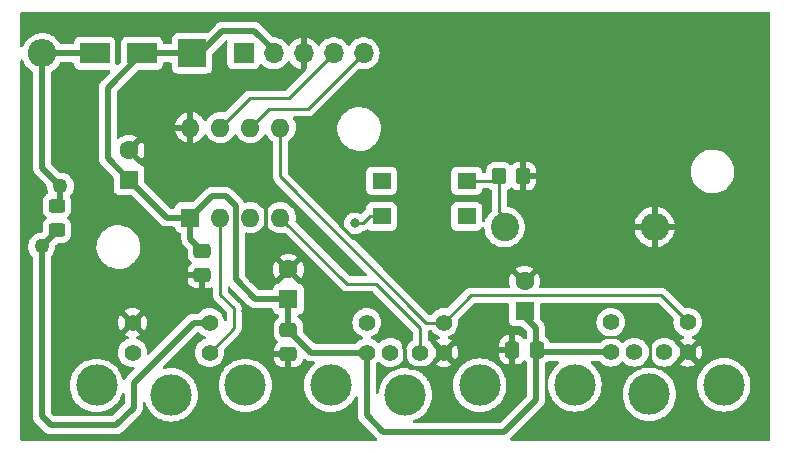
<source format=gbr>
%TF.GenerationSoftware,KiCad,Pcbnew,6.99.0-unknown-3b63ce8a48~154~ubuntu22.04.1*%
%TF.CreationDate,2022-10-12T06:00:40-06:00*%
%TF.ProjectId,PS2_ADB,5053325f-4144-4422-9e6b-696361645f70,rev?*%
%TF.SameCoordinates,Original*%
%TF.FileFunction,Copper,L1,Top*%
%TF.FilePolarity,Positive*%
%FSLAX46Y46*%
G04 Gerber Fmt 4.6, Leading zero omitted, Abs format (unit mm)*
G04 Created by KiCad (PCBNEW 6.99.0-unknown-3b63ce8a48~154~ubuntu22.04.1) date 2022-10-12 06:00:40*
%MOMM*%
%LPD*%
G01*
G04 APERTURE LIST*
G04 Aperture macros list*
%AMRoundRect*
0 Rectangle with rounded corners*
0 $1 Rounding radius*
0 $2 $3 $4 $5 $6 $7 $8 $9 X,Y pos of 4 corners*
0 Add a 4 corners polygon primitive as box body*
4,1,4,$2,$3,$4,$5,$6,$7,$8,$9,$2,$3,0*
0 Add four circle primitives for the rounded corners*
1,1,$1+$1,$2,$3*
1,1,$1+$1,$4,$5*
1,1,$1+$1,$6,$7*
1,1,$1+$1,$8,$9*
0 Add four rect primitives between the rounded corners*
20,1,$1+$1,$2,$3,$4,$5,0*
20,1,$1+$1,$4,$5,$6,$7,0*
20,1,$1+$1,$6,$7,$8,$9,0*
20,1,$1+$1,$8,$9,$2,$3,0*%
G04 Aperture macros list end*
%TA.AperFunction,ComponentPad*%
%ADD10C,2.400000*%
%TD*%
%TA.AperFunction,ComponentPad*%
%ADD11O,2.400000X2.400000*%
%TD*%
%TA.AperFunction,ComponentPad*%
%ADD12R,1.600000X1.600000*%
%TD*%
%TA.AperFunction,ComponentPad*%
%ADD13C,1.600000*%
%TD*%
%TA.AperFunction,ComponentPad*%
%ADD14C,1.410000*%
%TD*%
%TA.AperFunction,ComponentPad*%
%ADD15C,3.500000*%
%TD*%
%TA.AperFunction,SMDPad,CuDef*%
%ADD16RoundRect,0.250000X-0.450000X0.325000X-0.450000X-0.325000X0.450000X-0.325000X0.450000X0.325000X0*%
%TD*%
%TA.AperFunction,SMDPad,CuDef*%
%ADD17RoundRect,0.250000X-0.475000X0.337500X-0.475000X-0.337500X0.475000X-0.337500X0.475000X0.337500X0*%
%TD*%
%TA.AperFunction,SMDPad,CuDef*%
%ADD18R,1.600000X1.400000*%
%TD*%
%TA.AperFunction,SMDPad,CuDef*%
%ADD19RoundRect,0.250000X-0.350000X-0.450000X0.350000X-0.450000X0.350000X0.450000X-0.350000X0.450000X0*%
%TD*%
%TA.AperFunction,ComponentPad*%
%ADD20R,1.700000X1.700000*%
%TD*%
%TA.AperFunction,ComponentPad*%
%ADD21O,1.700000X1.700000*%
%TD*%
%TA.AperFunction,ComponentPad*%
%ADD22R,2.400000X2.400000*%
%TD*%
%TA.AperFunction,ComponentPad*%
%ADD23O,1.600000X1.600000*%
%TD*%
%TA.AperFunction,ComponentPad*%
%ADD24C,1.270000*%
%TD*%
%TA.AperFunction,SMDPad,CuDef*%
%ADD25R,2.500000X1.800000*%
%TD*%
%TA.AperFunction,SMDPad,CuDef*%
%ADD26RoundRect,0.250000X0.337500X0.475000X-0.337500X0.475000X-0.337500X-0.475000X0.337500X-0.475000X0*%
%TD*%
%TA.AperFunction,ViaPad*%
%ADD27C,0.800000*%
%TD*%
%TA.AperFunction,Conductor*%
%ADD28C,0.250000*%
%TD*%
%TA.AperFunction,Conductor*%
%ADD29C,0.500000*%
%TD*%
%TA.AperFunction,Conductor*%
%ADD30C,0.330000*%
%TD*%
G04 APERTURE END LIST*
D10*
%TO.P,R2,1*%
%TO.N,Net-(SW1-K)*%
X178500000Y-102000000D03*
D11*
%TO.P,R2,2*%
%TO.N,GND*%
X191199999Y-101999999D03*
%TD*%
D12*
%TO.P,C6,1*%
%TO.N,+5VA*%
X180199999Y-109105112D03*
D13*
%TO.P,C6,2*%
%TO.N,GND*%
X180200000Y-106605113D03*
%TD*%
D12*
%TO.P,C5,1*%
%TO.N,+5VA*%
X160199999Y-108099999D03*
D13*
%TO.P,C5,2*%
%TO.N,GND*%
X160200000Y-105600000D03*
%TD*%
D12*
%TO.P,C3,1*%
%TO.N,+5VA*%
X146699999Y-97999999D03*
D13*
%TO.P,C3,2*%
%TO.N,GND*%
X146700000Y-95500000D03*
%TD*%
D14*
%TO.P,J4,1*%
%TO.N,Net-(J4-Pad1)*%
X147000000Y-112640000D03*
%TO.P,J4,2*%
%TO.N,ADB*%
X153520000Y-112640000D03*
%TO.P,J4,3*%
%TO.N,GND*%
X147000000Y-110100000D03*
%TO.P,J4,4*%
%TO.N,+5V*%
X153520000Y-110100000D03*
D15*
%TO.P,J4,9*%
%TO.N,N/C*%
X143960000Y-115410000D03*
X150260000Y-116210000D03*
X156560000Y-115410000D03*
%TD*%
D16*
%TO.P,F1,1*%
%TO.N,Net-(D1-A)*%
X140600000Y-100200000D03*
%TO.P,F1,2*%
%TO.N,+5V*%
X140600000Y-102250000D03*
%TD*%
D17*
%TO.P,C1,1*%
%TO.N,+5VA*%
X152900000Y-104000000D03*
%TO.P,C1,2*%
%TO.N,GND*%
X152900000Y-106075000D03*
%TD*%
D14*
%TO.P,J3,1*%
%TO.N,PS{slash}2_Mouse*%
X192030000Y-112600000D03*
%TO.P,J3,2*%
%TO.N,unconnected-(J3-Pad2)*%
X189490000Y-112600000D03*
%TO.P,J3,3*%
%TO.N,GND*%
X194020000Y-112600000D03*
%TO.P,J3,4*%
%TO.N,+5VA*%
X187500000Y-112600000D03*
%TO.P,J3,5*%
%TO.N,PS{slash}2_CLK*%
X194020000Y-110060000D03*
%TO.P,J3,6*%
%TO.N,unconnected-(J3-Pad6)*%
X187500000Y-110060000D03*
D15*
%TO.P,J3,9*%
%TO.N,N/C*%
X184460000Y-115370000D03*
X190760000Y-116170000D03*
X197060000Y-115370000D03*
%TD*%
D18*
%TO.P,SW1,1,1*%
%TO.N,Net-(J4-Pad1)*%
X168099999Y-101099999D03*
%TO.P,SW1,2,2*%
%TO.N,unconnected-(SW1-Pad2)*%
X175299999Y-101099999D03*
%TO.P,SW1,3,K*%
%TO.N,Net-(SW1-K)*%
X175299999Y-98099999D03*
%TO.P,SW1,4,A*%
%TO.N,unconnected-(SW1-A)*%
X168099999Y-98099999D03*
%TD*%
D19*
%TO.P,R1,1*%
%TO.N,Net-(SW1-K)*%
X178050000Y-97700000D03*
%TO.P,R1,2*%
%TO.N,GND*%
X180050000Y-97700000D03*
%TD*%
D20*
%TO.P,J5,1,Pin_1*%
%TO.N,PS{slash}2_KBD*%
X156399999Y-87299999D03*
D21*
%TO.P,J5,2,Pin_2*%
%TO.N,+5VA*%
X158939999Y-87299999D03*
%TO.P,J5,3,Pin_3*%
%TO.N,GND*%
X161479999Y-87299999D03*
%TO.P,J5,4,Pin_4*%
%TO.N,ICSPDAT*%
X164019999Y-87299999D03*
%TO.P,J5,5,Pin_5*%
%TO.N,ICSPCLK*%
X166559999Y-87299999D03*
%TD*%
D22*
%TO.P,D1,1,K*%
%TO.N,+5VA*%
X152049999Y-87299999D03*
D11*
%TO.P,D1,2,A*%
%TO.N,Net-(D1-A)*%
X139349999Y-87299999D03*
%TD*%
D12*
%TO.P,U1,1,VDD*%
%TO.N,+5VA*%
X151899999Y-101199999D03*
D23*
%TO.P,U1,2,RA5*%
%TO.N,ADB*%
X154439999Y-101199999D03*
%TO.P,U1,3,RA4*%
%TO.N,PS{slash}2_Mouse*%
X156979999Y-101199999D03*
%TO.P,U1,4,RA3*%
%TO.N,PS{slash}2_KBD*%
X159519999Y-101199999D03*
%TO.P,U1,5,RA2*%
%TO.N,PS{slash}2_CLK*%
X159519999Y-93579999D03*
%TO.P,U1,6,RA1*%
%TO.N,ICSPCLK*%
X156979999Y-93579999D03*
%TO.P,U1,7,RA0*%
%TO.N,ICSPDAT*%
X154439999Y-93579999D03*
%TO.P,U1,8,VSS*%
%TO.N,GND*%
X151899999Y-93579999D03*
%TD*%
D14*
%TO.P,J2,1*%
%TO.N,PS{slash}2_KBD*%
X171370000Y-112630000D03*
%TO.P,J2,2*%
%TO.N,unconnected-(J2-Pad2)*%
X168830000Y-112630000D03*
%TO.P,J2,3*%
%TO.N,GND*%
X173360000Y-112630000D03*
%TO.P,J2,4*%
%TO.N,+5VA*%
X166840000Y-112630000D03*
%TO.P,J2,5*%
%TO.N,PS{slash}2_CLK*%
X173360000Y-110090000D03*
%TO.P,J2,6*%
%TO.N,unconnected-(J2-Pad6)*%
X166840000Y-110090000D03*
D15*
%TO.P,J2,9*%
%TO.N,N/C*%
X163800000Y-115400000D03*
X170100000Y-116200000D03*
X176400000Y-115400000D03*
%TD*%
D24*
%TO.P,F2,1*%
%TO.N,+5V*%
X139300000Y-103650000D03*
%TO.P,F2,2*%
%TO.N,Net-(D1-A)*%
X140900000Y-98550000D03*
%TD*%
D25*
%TO.P,D2,1,K*%
%TO.N,+5VA*%
X147799999Y-87299999D03*
%TO.P,D2,2,A*%
%TO.N,Net-(D1-A)*%
X143799999Y-87299999D03*
%TD*%
D17*
%TO.P,C2,1*%
%TO.N,+5VA*%
X160200000Y-110700000D03*
%TO.P,C2,2*%
%TO.N,GND*%
X160200000Y-112775000D03*
%TD*%
D26*
%TO.P,C4,1*%
%TO.N,+5VA*%
X181237500Y-112400000D03*
%TO.P,C4,2*%
%TO.N,GND*%
X179162500Y-112400000D03*
%TD*%
D27*
%TO.N,GND*%
X160200000Y-114300000D03*
X156600000Y-109100000D03*
X144500000Y-97900000D03*
X143700000Y-91600000D03*
X150900000Y-104600000D03*
X160900000Y-95800000D03*
X145500000Y-107600000D03*
X152200000Y-113800000D03*
X138300000Y-100500000D03*
X190100000Y-108900000D03*
X161300000Y-101100000D03*
X154200000Y-90300000D03*
X147800000Y-92400000D03*
X172600000Y-108000000D03*
X183400000Y-102100000D03*
X141100000Y-89000000D03*
X158300000Y-98600000D03*
X159300000Y-90000000D03*
X170000000Y-111100000D03*
X185800000Y-109000000D03*
X181500000Y-104100000D03*
X199600000Y-84900000D03*
X182400000Y-85000000D03*
X171300000Y-101000000D03*
X142900000Y-109600000D03*
X180400000Y-119400000D03*
X175100000Y-110600000D03*
X158300000Y-95300000D03*
X165400000Y-105200000D03*
X142100000Y-104000000D03*
X157000000Y-99200000D03*
X150500000Y-97700000D03*
X164300000Y-104200000D03*
X154900000Y-95700000D03*
X171300000Y-98500000D03*
X178600000Y-117300000D03*
X173400000Y-117800000D03*
X165800000Y-119000000D03*
X157200000Y-106400000D03*
%TO.N,Net-(J4-Pad1)*%
X165800000Y-101700000D03*
%TD*%
D28*
%TO.N,Net-(SW1-K)*%
X178050000Y-97700000D02*
X178050000Y-100750000D01*
X178050000Y-100750000D02*
X178500000Y-101200000D01*
X178500000Y-101200000D02*
X178500000Y-102000000D01*
D29*
%TO.N,+5VA*%
X155730000Y-106430000D02*
X155730000Y-100230000D01*
X160200000Y-108100000D02*
X157400000Y-108100000D01*
X157400000Y-108100000D02*
X155730000Y-106430000D01*
X160200000Y-110700000D02*
X160200000Y-108100000D01*
X166840000Y-112630000D02*
X162130000Y-112630000D01*
X162130000Y-112630000D02*
X160200000Y-110700000D01*
X151900000Y-101200000D02*
X149900000Y-101200000D01*
X149900000Y-101200000D02*
X146700000Y-98000000D01*
X147800000Y-87300000D02*
X144900000Y-90200000D01*
X144900000Y-90200000D02*
X144900000Y-96200000D01*
X144900000Y-96200000D02*
X146700000Y-98000000D01*
X151900000Y-101200000D02*
X151900000Y-103000000D01*
X151900000Y-103000000D02*
X152900000Y-104000000D01*
X181160000Y-112207500D02*
X181160000Y-113240000D01*
X181160000Y-113240000D02*
X181160000Y-116640000D01*
X180200000Y-109600000D02*
X180200000Y-109105113D01*
X181160000Y-113240000D02*
X181160000Y-110560000D01*
X181160000Y-110560000D02*
X180200000Y-109600000D01*
X160400000Y-108300000D02*
X160200000Y-108100000D01*
X154900000Y-99400000D02*
X153700000Y-99400000D01*
X166840000Y-117940000D02*
X166840000Y-117060000D01*
X152050000Y-87300000D02*
X152050000Y-87050000D01*
X152050000Y-87300000D02*
X152700000Y-87300000D01*
X157300000Y-85400000D02*
X158940000Y-87040000D01*
X166840000Y-117060000D02*
X166840000Y-117840000D01*
X158940000Y-87040000D02*
X158940000Y-87300000D01*
X168250000Y-119350000D02*
X166840000Y-117940000D01*
X178450000Y-119350000D02*
X168250000Y-119350000D01*
X155730000Y-100230000D02*
X154900000Y-99400000D01*
X166840000Y-112630000D02*
X166840000Y-117060000D01*
X187500000Y-112600000D02*
X181552500Y-112600000D01*
X147800000Y-87300000D02*
X152050000Y-87300000D01*
X181160000Y-116640000D02*
X178450000Y-119350000D01*
X181552500Y-112600000D02*
X181160000Y-112207500D01*
X154600000Y-85400000D02*
X157300000Y-85400000D01*
X153700000Y-99400000D02*
X151900000Y-101200000D01*
X152700000Y-87300000D02*
X154600000Y-85400000D01*
D30*
%TO.N,GND*%
X170900000Y-113900000D02*
X170500000Y-113900000D01*
X155800000Y-95000000D02*
X155700000Y-94900000D01*
D28*
X164300000Y-101500000D02*
X164300000Y-101000000D01*
X164600000Y-101800000D02*
X164300000Y-101500000D01*
D30*
X170100000Y-113500000D02*
X170000000Y-111100000D01*
D28*
X170000000Y-102800000D02*
X169900000Y-102900000D01*
X165700000Y-102900000D02*
X164600000Y-101800000D01*
X166000000Y-102900000D02*
X165700000Y-102900000D01*
X190100000Y-109900000D02*
X188700000Y-111300000D01*
D30*
X172100000Y-113900000D02*
X170900000Y-113900000D01*
D28*
X190100000Y-108900000D02*
X190100000Y-111000000D01*
X190100000Y-111000000D02*
X190800000Y-111700000D01*
X171300000Y-101500000D02*
X170000000Y-102800000D01*
D30*
X158300000Y-95300000D02*
X156100000Y-95300000D01*
D28*
X169900000Y-102900000D02*
X166000000Y-102900000D01*
D30*
X158300000Y-102700000D02*
X158200000Y-102800000D01*
X172100000Y-113890000D02*
X172100000Y-113900000D01*
X158300000Y-98600000D02*
X158300000Y-102700000D01*
X170500000Y-113900000D02*
X170100000Y-113500000D01*
D28*
X190800000Y-113500000D02*
X190700000Y-113600000D01*
D30*
X173360000Y-112630000D02*
X172100000Y-113890000D01*
X156100000Y-95300000D02*
X155800000Y-95000000D01*
D28*
X179600000Y-98150000D02*
X180050000Y-97700000D01*
X190800000Y-111700000D02*
X190800000Y-113500000D01*
X188700000Y-111300000D02*
X186600000Y-111300000D01*
X190100000Y-108900000D02*
X190100000Y-109900000D01*
X171300000Y-101000000D02*
X171300000Y-101500000D01*
D30*
X170000000Y-111100000D02*
X170100000Y-111600000D01*
D29*
%TO.N,Net-(D1-A)*%
X139350000Y-87300000D02*
X139350000Y-97000000D01*
X140900000Y-98550000D02*
X140900000Y-99900000D01*
X139350000Y-97000000D02*
X140900000Y-98550000D01*
X143800000Y-87300000D02*
X139350000Y-87300000D01*
X140900000Y-99900000D02*
X140600000Y-100200000D01*
%TO.N,+5V*%
X140600000Y-102350000D02*
X139300000Y-103650000D01*
X139300000Y-118000000D02*
X140100000Y-118800000D01*
X140600000Y-102250000D02*
X140600000Y-102350000D01*
X147100000Y-117300000D02*
X147100000Y-115200000D01*
X139300000Y-103650000D02*
X139300000Y-118000000D01*
X140100000Y-118800000D02*
X145600000Y-118800000D01*
X145600000Y-118800000D02*
X147100000Y-117300000D01*
X147100000Y-115200000D02*
X152200000Y-110100000D01*
X152200000Y-110100000D02*
X153520000Y-110100000D01*
D28*
%TO.N,ICSPDAT*%
X156920000Y-91100000D02*
X160220000Y-91100000D01*
X160220000Y-91100000D02*
X164020000Y-87300000D01*
X154440000Y-93580000D02*
X156920000Y-91100000D01*
%TO.N,ICSPCLK*%
X161860000Y-92000000D02*
X166560000Y-87300000D01*
X158560000Y-92000000D02*
X161860000Y-92000000D01*
X156980000Y-93580000D02*
X158560000Y-92000000D01*
%TO.N,PS{slash}2_KBD*%
X171370000Y-110570000D02*
X171370000Y-112630000D01*
X167600000Y-106800000D02*
X171370000Y-110570000D01*
X165120000Y-106800000D02*
X167600000Y-106800000D01*
X159520000Y-101200000D02*
X165120000Y-106800000D01*
%TO.N,PS{slash}2_CLK*%
X191760000Y-107800000D02*
X175650000Y-107800000D01*
X171890000Y-110090000D02*
X173360000Y-110090000D01*
X175650000Y-107800000D02*
X173360000Y-110090000D01*
X194020000Y-110060000D02*
X191760000Y-107800000D01*
X159520000Y-93580000D02*
X159520000Y-97720000D01*
X159520000Y-97720000D02*
X171890000Y-110090000D01*
%TO.N,ADB*%
X155600000Y-110560000D02*
X153520000Y-112640000D01*
X154440000Y-107740000D02*
X155600000Y-108900000D01*
X154440000Y-101200000D02*
X154440000Y-107740000D01*
X155600000Y-108900000D02*
X155600000Y-110560000D01*
%TO.N,Net-(J4-Pad1)*%
X166500000Y-101700000D02*
X165800000Y-101700000D01*
X167100000Y-101100000D02*
X167600000Y-101100000D01*
X166500000Y-101700000D02*
X167100000Y-101100000D01*
%TO.N,Net-(SW1-K)*%
X178300000Y-97950000D02*
X178050000Y-97700000D01*
X178050000Y-97700000D02*
X177650000Y-98100000D01*
X177650000Y-98100000D02*
X175300000Y-98100000D01*
%TD*%
%TA.AperFunction,Conductor*%
%TO.N,GND*%
G36*
X200941621Y-83820502D02*
G01*
X200988114Y-83874158D01*
X200999500Y-83926500D01*
X200999500Y-119973500D01*
X200979498Y-120041621D01*
X200925842Y-120088114D01*
X200873500Y-120099500D01*
X179077779Y-120099500D01*
X179009658Y-120079498D01*
X178963165Y-120025842D01*
X178953061Y-119955568D01*
X178986127Y-119887037D01*
X178992926Y-119879830D01*
X178995483Y-119877198D01*
X181650771Y-117221910D01*
X181664624Y-117209937D01*
X181678176Y-117199848D01*
X181684058Y-117195469D01*
X181716230Y-117157128D01*
X181723656Y-117149025D01*
X181727581Y-117145100D01*
X181747008Y-117120531D01*
X181749308Y-117117707D01*
X181793313Y-117065264D01*
X181798032Y-117059640D01*
X181801327Y-117053077D01*
X181803177Y-117050265D01*
X181803437Y-117049906D01*
X181803652Y-117049520D01*
X181805416Y-117046660D01*
X181809967Y-117040905D01*
X181842002Y-116972208D01*
X181843595Y-116968917D01*
X181865759Y-116924784D01*
X181877609Y-116901188D01*
X181879303Y-116894042D01*
X181880450Y-116890890D01*
X181880622Y-116890476D01*
X181880735Y-116890076D01*
X181881802Y-116886855D01*
X181884903Y-116880206D01*
X181889765Y-116856663D01*
X181895361Y-116829560D01*
X181900242Y-116805921D01*
X181901022Y-116802403D01*
X181918500Y-116728656D01*
X181918500Y-116721321D01*
X181918890Y-116717983D01*
X181918962Y-116717537D01*
X181918980Y-116717124D01*
X181919276Y-116713739D01*
X181920759Y-116706558D01*
X181918553Y-116630741D01*
X181918500Y-116627077D01*
X181918500Y-113624632D01*
X181938502Y-113556511D01*
X181978353Y-113517391D01*
X182042404Y-113477884D01*
X182042405Y-113477883D01*
X182048652Y-113474030D01*
X182127277Y-113395405D01*
X182189589Y-113361379D01*
X182216372Y-113358500D01*
X182993537Y-113358500D01*
X183061658Y-113378502D01*
X183108151Y-113432158D01*
X183118255Y-113502432D01*
X183088761Y-113567012D01*
X183076618Y-113579229D01*
X182859573Y-113769573D01*
X182856864Y-113772662D01*
X182667085Y-113989062D01*
X182667081Y-113989068D01*
X182664367Y-113992162D01*
X182662078Y-113995588D01*
X182662074Y-113995593D01*
X182607269Y-114077615D01*
X182499885Y-114238327D01*
X182498061Y-114242026D01*
X182498058Y-114242031D01*
X182433928Y-114372074D01*
X182368941Y-114503855D01*
X182367616Y-114507760D01*
X182367615Y-114507761D01*
X182276989Y-114774739D01*
X182273776Y-114784203D01*
X182272972Y-114788247D01*
X182272970Y-114788253D01*
X182217260Y-115068327D01*
X182216017Y-115074574D01*
X182215748Y-115078679D01*
X182215747Y-115078686D01*
X182207070Y-115211080D01*
X182196654Y-115370000D01*
X182196924Y-115374119D01*
X182213581Y-115628253D01*
X182216017Y-115665426D01*
X182216819Y-115669459D01*
X182216820Y-115669465D01*
X182265576Y-115914574D01*
X182273776Y-115955797D01*
X182275103Y-115959706D01*
X182275104Y-115959710D01*
X182329534Y-116120055D01*
X182368941Y-116236145D01*
X182397674Y-116294409D01*
X182494777Y-116491314D01*
X182499885Y-116501673D01*
X182517455Y-116527969D01*
X182644419Y-116717983D01*
X182664367Y-116747838D01*
X182667081Y-116750932D01*
X182667085Y-116750938D01*
X182798852Y-116901188D01*
X182859573Y-116970427D01*
X182862662Y-116973136D01*
X183079062Y-117162915D01*
X183079068Y-117162919D01*
X183082162Y-117165633D01*
X183085588Y-117167922D01*
X183085593Y-117167926D01*
X183263968Y-117287112D01*
X183328327Y-117330115D01*
X183332026Y-117331939D01*
X183332031Y-117331942D01*
X183423631Y-117377114D01*
X183593855Y-117461059D01*
X183597760Y-117462384D01*
X183597761Y-117462385D01*
X183870290Y-117554896D01*
X183870294Y-117554897D01*
X183874203Y-117556224D01*
X183878247Y-117557028D01*
X183878253Y-117557030D01*
X184160535Y-117613180D01*
X184160541Y-117613181D01*
X184164574Y-117613983D01*
X184168679Y-117614252D01*
X184168686Y-117614253D01*
X184455881Y-117633076D01*
X184460000Y-117633346D01*
X184464119Y-117633076D01*
X184751314Y-117614253D01*
X184751321Y-117614252D01*
X184755426Y-117613983D01*
X184759459Y-117613181D01*
X184759465Y-117613180D01*
X185041747Y-117557030D01*
X185041753Y-117557028D01*
X185045797Y-117556224D01*
X185049706Y-117554897D01*
X185049710Y-117554896D01*
X185322239Y-117462385D01*
X185322240Y-117462384D01*
X185326145Y-117461059D01*
X185496369Y-117377114D01*
X185587969Y-117331942D01*
X185587974Y-117331939D01*
X185591673Y-117330115D01*
X185656032Y-117287112D01*
X185834407Y-117167926D01*
X185834412Y-117167922D01*
X185837838Y-117165633D01*
X185840932Y-117162919D01*
X185840938Y-117162915D01*
X186057338Y-116973136D01*
X186060427Y-116970427D01*
X186121148Y-116901188D01*
X186252915Y-116750938D01*
X186252919Y-116750932D01*
X186255633Y-116747838D01*
X186275582Y-116717983D01*
X186402545Y-116527969D01*
X186420115Y-116501673D01*
X186425224Y-116491314D01*
X186522326Y-116294409D01*
X186551059Y-116236145D01*
X186573512Y-116170000D01*
X188496654Y-116170000D01*
X188496924Y-116174119D01*
X188513063Y-116420353D01*
X188516017Y-116465426D01*
X188516819Y-116469459D01*
X188516820Y-116469465D01*
X188572809Y-116750938D01*
X188573776Y-116755797D01*
X188575103Y-116759706D01*
X188575104Y-116759710D01*
X188664385Y-117022724D01*
X188668941Y-117036145D01*
X188721252Y-117142222D01*
X188794512Y-117290777D01*
X188799885Y-117301673D01*
X188802179Y-117305106D01*
X188931892Y-117499235D01*
X188964367Y-117547838D01*
X188967081Y-117550932D01*
X188967085Y-117550938D01*
X189106285Y-117709664D01*
X189159573Y-117770427D01*
X189162662Y-117773136D01*
X189379062Y-117962915D01*
X189379068Y-117962919D01*
X189382162Y-117965633D01*
X189385588Y-117967922D01*
X189385593Y-117967926D01*
X189546271Y-118075287D01*
X189628327Y-118130115D01*
X189632026Y-118131939D01*
X189632031Y-118131942D01*
X189735583Y-118183008D01*
X189893855Y-118261059D01*
X189897760Y-118262384D01*
X189897761Y-118262385D01*
X190170290Y-118354896D01*
X190170294Y-118354897D01*
X190174203Y-118356224D01*
X190178247Y-118357028D01*
X190178253Y-118357030D01*
X190460535Y-118413180D01*
X190460541Y-118413181D01*
X190464574Y-118413983D01*
X190468679Y-118414252D01*
X190468686Y-118414253D01*
X190755881Y-118433076D01*
X190760000Y-118433346D01*
X190764119Y-118433076D01*
X191051314Y-118414253D01*
X191051321Y-118414252D01*
X191055426Y-118413983D01*
X191059459Y-118413181D01*
X191059465Y-118413180D01*
X191341747Y-118357030D01*
X191341753Y-118357028D01*
X191345797Y-118356224D01*
X191349706Y-118354897D01*
X191349710Y-118354896D01*
X191622239Y-118262385D01*
X191622240Y-118262384D01*
X191626145Y-118261059D01*
X191784417Y-118183008D01*
X191887969Y-118131942D01*
X191887974Y-118131939D01*
X191891673Y-118130115D01*
X191973729Y-118075287D01*
X192134407Y-117967926D01*
X192134412Y-117967922D01*
X192137838Y-117965633D01*
X192140932Y-117962919D01*
X192140938Y-117962915D01*
X192357338Y-117773136D01*
X192360427Y-117770427D01*
X192413715Y-117709664D01*
X192552915Y-117550938D01*
X192552919Y-117550932D01*
X192555633Y-117547838D01*
X192588109Y-117499235D01*
X192717821Y-117305106D01*
X192720115Y-117301673D01*
X192725489Y-117290777D01*
X192798748Y-117142222D01*
X192851059Y-117036145D01*
X192855615Y-117022724D01*
X192944896Y-116759710D01*
X192944897Y-116759706D01*
X192946224Y-116755797D01*
X192947191Y-116750938D01*
X193003180Y-116469465D01*
X193003181Y-116469459D01*
X193003983Y-116465426D01*
X193006938Y-116420353D01*
X193023076Y-116174119D01*
X193023346Y-116170000D01*
X193021590Y-116143202D01*
X193004253Y-115878686D01*
X193004252Y-115878679D01*
X193003983Y-115874574D01*
X192971141Y-115709465D01*
X192947030Y-115588253D01*
X192947028Y-115588247D01*
X192946224Y-115584203D01*
X192888489Y-115414119D01*
X192873512Y-115370000D01*
X194796654Y-115370000D01*
X194796924Y-115374119D01*
X194813581Y-115628253D01*
X194816017Y-115665426D01*
X194816819Y-115669459D01*
X194816820Y-115669465D01*
X194865576Y-115914574D01*
X194873776Y-115955797D01*
X194875103Y-115959706D01*
X194875104Y-115959710D01*
X194929534Y-116120055D01*
X194968941Y-116236145D01*
X194997674Y-116294409D01*
X195094777Y-116491314D01*
X195099885Y-116501673D01*
X195117455Y-116527969D01*
X195244419Y-116717983D01*
X195264367Y-116747838D01*
X195267081Y-116750932D01*
X195267085Y-116750938D01*
X195398852Y-116901188D01*
X195459573Y-116970427D01*
X195462662Y-116973136D01*
X195679062Y-117162915D01*
X195679068Y-117162919D01*
X195682162Y-117165633D01*
X195685588Y-117167922D01*
X195685593Y-117167926D01*
X195863968Y-117287112D01*
X195928327Y-117330115D01*
X195932026Y-117331939D01*
X195932031Y-117331942D01*
X196023631Y-117377114D01*
X196193855Y-117461059D01*
X196197760Y-117462384D01*
X196197761Y-117462385D01*
X196470290Y-117554896D01*
X196470294Y-117554897D01*
X196474203Y-117556224D01*
X196478247Y-117557028D01*
X196478253Y-117557030D01*
X196760535Y-117613180D01*
X196760541Y-117613181D01*
X196764574Y-117613983D01*
X196768679Y-117614252D01*
X196768686Y-117614253D01*
X197055881Y-117633076D01*
X197060000Y-117633346D01*
X197064119Y-117633076D01*
X197351314Y-117614253D01*
X197351321Y-117614252D01*
X197355426Y-117613983D01*
X197359459Y-117613181D01*
X197359465Y-117613180D01*
X197641747Y-117557030D01*
X197641753Y-117557028D01*
X197645797Y-117556224D01*
X197649706Y-117554897D01*
X197649710Y-117554896D01*
X197922239Y-117462385D01*
X197922240Y-117462384D01*
X197926145Y-117461059D01*
X198096369Y-117377114D01*
X198187969Y-117331942D01*
X198187974Y-117331939D01*
X198191673Y-117330115D01*
X198256032Y-117287112D01*
X198434407Y-117167926D01*
X198434412Y-117167922D01*
X198437838Y-117165633D01*
X198440932Y-117162919D01*
X198440938Y-117162915D01*
X198657338Y-116973136D01*
X198660427Y-116970427D01*
X198721148Y-116901188D01*
X198852915Y-116750938D01*
X198852919Y-116750932D01*
X198855633Y-116747838D01*
X198875582Y-116717983D01*
X199002545Y-116527969D01*
X199020115Y-116501673D01*
X199025224Y-116491314D01*
X199122326Y-116294409D01*
X199151059Y-116236145D01*
X199190466Y-116120055D01*
X199244896Y-115959710D01*
X199244897Y-115959706D01*
X199246224Y-115955797D01*
X199254424Y-115914574D01*
X199303180Y-115669465D01*
X199303181Y-115669459D01*
X199303983Y-115665426D01*
X199306420Y-115628253D01*
X199323076Y-115374119D01*
X199323346Y-115370000D01*
X199312930Y-115211080D01*
X199304253Y-115078686D01*
X199304252Y-115078679D01*
X199303983Y-115074574D01*
X199302741Y-115068327D01*
X199247030Y-114788253D01*
X199247028Y-114788247D01*
X199246224Y-114784203D01*
X199243012Y-114774739D01*
X199152385Y-114507761D01*
X199152384Y-114507760D01*
X199151059Y-114503855D01*
X199086072Y-114372074D01*
X199021942Y-114242031D01*
X199021939Y-114242026D01*
X199020115Y-114238327D01*
X198912731Y-114077615D01*
X198857926Y-113995593D01*
X198857922Y-113995588D01*
X198855633Y-113992162D01*
X198852919Y-113989068D01*
X198852915Y-113989062D01*
X198663136Y-113772662D01*
X198660427Y-113769573D01*
X198633656Y-113746095D01*
X198440938Y-113577085D01*
X198440932Y-113577081D01*
X198437838Y-113574367D01*
X198434412Y-113572078D01*
X198434407Y-113572074D01*
X198240004Y-113442179D01*
X198191673Y-113409885D01*
X198187974Y-113408061D01*
X198187969Y-113408058D01*
X198018864Y-113324665D01*
X197926145Y-113278941D01*
X197922239Y-113277615D01*
X197649710Y-113185104D01*
X197649706Y-113185103D01*
X197645797Y-113183776D01*
X197641753Y-113182972D01*
X197641747Y-113182970D01*
X197359465Y-113126820D01*
X197359459Y-113126819D01*
X197355426Y-113126017D01*
X197351321Y-113125748D01*
X197351314Y-113125747D01*
X197064119Y-113106924D01*
X197060000Y-113106654D01*
X197055881Y-113106924D01*
X196768686Y-113125747D01*
X196768679Y-113125748D01*
X196764574Y-113126017D01*
X196760541Y-113126819D01*
X196760535Y-113126820D01*
X196478253Y-113182970D01*
X196478247Y-113182972D01*
X196474203Y-113183776D01*
X196470294Y-113185103D01*
X196470290Y-113185104D01*
X196197761Y-113277615D01*
X196193855Y-113278941D01*
X196101136Y-113324665D01*
X195932031Y-113408058D01*
X195932026Y-113408061D01*
X195928327Y-113409885D01*
X195879996Y-113442179D01*
X195685593Y-113572074D01*
X195685588Y-113572078D01*
X195682162Y-113574367D01*
X195679068Y-113577081D01*
X195679062Y-113577085D01*
X195486344Y-113746095D01*
X195459573Y-113769573D01*
X195456864Y-113772662D01*
X195267085Y-113989062D01*
X195267081Y-113989068D01*
X195264367Y-113992162D01*
X195262078Y-113995588D01*
X195262074Y-113995593D01*
X195207269Y-114077615D01*
X195099885Y-114238327D01*
X195098061Y-114242026D01*
X195098058Y-114242031D01*
X195033928Y-114372074D01*
X194968941Y-114503855D01*
X194967616Y-114507760D01*
X194967615Y-114507761D01*
X194876989Y-114774739D01*
X194873776Y-114784203D01*
X194872972Y-114788247D01*
X194872970Y-114788253D01*
X194817260Y-115068327D01*
X194816017Y-115074574D01*
X194815748Y-115078679D01*
X194815747Y-115078686D01*
X194807070Y-115211080D01*
X194796654Y-115370000D01*
X192873512Y-115370000D01*
X192852385Y-115307761D01*
X192852384Y-115307760D01*
X192851059Y-115303855D01*
X192754812Y-115108686D01*
X192721942Y-115042031D01*
X192721939Y-115042026D01*
X192720115Y-115038327D01*
X192637946Y-114915352D01*
X192557926Y-114795593D01*
X192557922Y-114795588D01*
X192555633Y-114792162D01*
X192552919Y-114789068D01*
X192552915Y-114789062D01*
X192363136Y-114572662D01*
X192360427Y-114569573D01*
X192326885Y-114540157D01*
X192140938Y-114377085D01*
X192140932Y-114377081D01*
X192137838Y-114374367D01*
X192134412Y-114372078D01*
X192134407Y-114372074D01*
X191936571Y-114239885D01*
X191891673Y-114209885D01*
X191887974Y-114208061D01*
X191887969Y-114208058D01*
X191751687Y-114140852D01*
X191626145Y-114078941D01*
X191622239Y-114077615D01*
X191349710Y-113985104D01*
X191349706Y-113985103D01*
X191345797Y-113983776D01*
X191341753Y-113982972D01*
X191341747Y-113982970D01*
X191059465Y-113926820D01*
X191059459Y-113926819D01*
X191055426Y-113926017D01*
X191051321Y-113925748D01*
X191051314Y-113925747D01*
X190764119Y-113906924D01*
X190760000Y-113906654D01*
X190755881Y-113906924D01*
X190468686Y-113925747D01*
X190468679Y-113925748D01*
X190464574Y-113926017D01*
X190460541Y-113926819D01*
X190460535Y-113926820D01*
X190178253Y-113982970D01*
X190178247Y-113982972D01*
X190174203Y-113983776D01*
X190170294Y-113985103D01*
X190170290Y-113985104D01*
X189897761Y-114077615D01*
X189893855Y-114078941D01*
X189768313Y-114140852D01*
X189632031Y-114208058D01*
X189632026Y-114208061D01*
X189628327Y-114209885D01*
X189583429Y-114239885D01*
X189385593Y-114372074D01*
X189385588Y-114372078D01*
X189382162Y-114374367D01*
X189379068Y-114377081D01*
X189379062Y-114377085D01*
X189193115Y-114540157D01*
X189159573Y-114569573D01*
X189156864Y-114572662D01*
X188967085Y-114789062D01*
X188967081Y-114789068D01*
X188964367Y-114792162D01*
X188962078Y-114795588D01*
X188962074Y-114795593D01*
X188882054Y-114915352D01*
X188799885Y-115038327D01*
X188798061Y-115042026D01*
X188798058Y-115042031D01*
X188765188Y-115108686D01*
X188668941Y-115303855D01*
X188667616Y-115307760D01*
X188667615Y-115307761D01*
X188631512Y-115414119D01*
X188573776Y-115584203D01*
X188572972Y-115588247D01*
X188572970Y-115588253D01*
X188548860Y-115709465D01*
X188516017Y-115874574D01*
X188515748Y-115878679D01*
X188515747Y-115878686D01*
X188498410Y-116143202D01*
X188496654Y-116170000D01*
X186573512Y-116170000D01*
X186590466Y-116120055D01*
X186644896Y-115959710D01*
X186644897Y-115959706D01*
X186646224Y-115955797D01*
X186654424Y-115914574D01*
X186703180Y-115669465D01*
X186703181Y-115669459D01*
X186703983Y-115665426D01*
X186706420Y-115628253D01*
X186723076Y-115374119D01*
X186723346Y-115370000D01*
X186712930Y-115211080D01*
X186704253Y-115078686D01*
X186704252Y-115078679D01*
X186703983Y-115074574D01*
X186702741Y-115068327D01*
X186647030Y-114788253D01*
X186647028Y-114788247D01*
X186646224Y-114784203D01*
X186643012Y-114774739D01*
X186552385Y-114507761D01*
X186552384Y-114507760D01*
X186551059Y-114503855D01*
X186486072Y-114372074D01*
X186421942Y-114242031D01*
X186421939Y-114242026D01*
X186420115Y-114238327D01*
X186312731Y-114077615D01*
X186257926Y-113995593D01*
X186257922Y-113995588D01*
X186255633Y-113992162D01*
X186252919Y-113989068D01*
X186252915Y-113989062D01*
X186063136Y-113772662D01*
X186060427Y-113769573D01*
X185843384Y-113579231D01*
X185805358Y-113519278D01*
X185805780Y-113448283D01*
X185844519Y-113388786D01*
X185909274Y-113359678D01*
X185926463Y-113358500D01*
X186490162Y-113358500D01*
X186558283Y-113378502D01*
X186579257Y-113395405D01*
X186716998Y-113533146D01*
X186721506Y-113536303D01*
X186721509Y-113536305D01*
X186885805Y-113651346D01*
X186890932Y-113654936D01*
X187083373Y-113744672D01*
X187288473Y-113799629D01*
X187500000Y-113818135D01*
X187711527Y-113799629D01*
X187916627Y-113744672D01*
X188109068Y-113654936D01*
X188114195Y-113651346D01*
X188278491Y-113536305D01*
X188278494Y-113536303D01*
X188283002Y-113533146D01*
X188405905Y-113410243D01*
X188468217Y-113376217D01*
X188539032Y-113381282D01*
X188584095Y-113410243D01*
X188706998Y-113533146D01*
X188711506Y-113536303D01*
X188711509Y-113536305D01*
X188875805Y-113651346D01*
X188880932Y-113654936D01*
X189073373Y-113744672D01*
X189278473Y-113799629D01*
X189490000Y-113818135D01*
X189701527Y-113799629D01*
X189906627Y-113744672D01*
X190099068Y-113654936D01*
X190104195Y-113651346D01*
X190268491Y-113536305D01*
X190268494Y-113536303D01*
X190273002Y-113533146D01*
X190423146Y-113383002D01*
X190431536Y-113371021D01*
X190541779Y-113213577D01*
X190541780Y-113213575D01*
X190544936Y-113209068D01*
X190634672Y-113016627D01*
X190638293Y-113003114D01*
X190675244Y-112942492D01*
X190739105Y-112911470D01*
X190809599Y-112919898D01*
X190864346Y-112965101D01*
X190881707Y-113003114D01*
X190885328Y-113016627D01*
X190975064Y-113209068D01*
X190978220Y-113213575D01*
X190978221Y-113213577D01*
X191088465Y-113371021D01*
X191096854Y-113383002D01*
X191246998Y-113533146D01*
X191251506Y-113536303D01*
X191251509Y-113536305D01*
X191415805Y-113651346D01*
X191420932Y-113654936D01*
X191613373Y-113744672D01*
X191818473Y-113799629D01*
X192030000Y-113818135D01*
X192241527Y-113799629D01*
X192446627Y-113744672D01*
X192639068Y-113654936D01*
X192644195Y-113651346D01*
X192692032Y-113617850D01*
X193366704Y-113617850D01*
X193376001Y-113629866D01*
X193406678Y-113651346D01*
X193416164Y-113656824D01*
X193598563Y-113741878D01*
X193608855Y-113745624D01*
X193803245Y-113797710D01*
X193814040Y-113799613D01*
X194014525Y-113817154D01*
X194025475Y-113817154D01*
X194225960Y-113799613D01*
X194236755Y-113797710D01*
X194431145Y-113745624D01*
X194441437Y-113741878D01*
X194623836Y-113656824D01*
X194633322Y-113651346D01*
X194664837Y-113629280D01*
X194673212Y-113618802D01*
X194666144Y-113605354D01*
X194032812Y-112972022D01*
X194018868Y-112964408D01*
X194017035Y-112964539D01*
X194010420Y-112968790D01*
X193373134Y-113606076D01*
X193366704Y-113617850D01*
X192692032Y-113617850D01*
X192808491Y-113536305D01*
X192808494Y-113536303D01*
X192813002Y-113533146D01*
X192963146Y-113383002D01*
X192971536Y-113371021D01*
X193081779Y-113213577D01*
X193081780Y-113213575D01*
X193084936Y-113209068D01*
X193087259Y-113204086D01*
X193087262Y-113204081D01*
X193104568Y-113166967D01*
X193129668Y-113131122D01*
X193647978Y-112612812D01*
X193654356Y-112601132D01*
X194384408Y-112601132D01*
X194384539Y-112602965D01*
X194388790Y-112609580D01*
X195026076Y-113246866D01*
X195037850Y-113253296D01*
X195049866Y-113243999D01*
X195071346Y-113213322D01*
X195076824Y-113203836D01*
X195161878Y-113021437D01*
X195165624Y-113011145D01*
X195217710Y-112816755D01*
X195219613Y-112805960D01*
X195237154Y-112605475D01*
X195237154Y-112594525D01*
X195219613Y-112394040D01*
X195217710Y-112383245D01*
X195165624Y-112188855D01*
X195161878Y-112178563D01*
X195076828Y-111996174D01*
X195071342Y-111986672D01*
X195049278Y-111955163D01*
X195038801Y-111946788D01*
X195025353Y-111953857D01*
X194392022Y-112587188D01*
X194384408Y-112601132D01*
X193654356Y-112601132D01*
X193655592Y-112598868D01*
X193655461Y-112597035D01*
X193651210Y-112590420D01*
X193129667Y-112068877D01*
X193104567Y-112033032D01*
X193087259Y-111995914D01*
X193087257Y-111995911D01*
X193084936Y-111990933D01*
X192963146Y-111816998D01*
X192813002Y-111666854D01*
X192808494Y-111663697D01*
X192808491Y-111663695D01*
X192643577Y-111548221D01*
X192643574Y-111548219D01*
X192639068Y-111545064D01*
X192446627Y-111455328D01*
X192241527Y-111400371D01*
X192030000Y-111381865D01*
X191818473Y-111400371D01*
X191613373Y-111455328D01*
X191517475Y-111500046D01*
X191425914Y-111542741D01*
X191425911Y-111542743D01*
X191420933Y-111545064D01*
X191246998Y-111666854D01*
X191096854Y-111816998D01*
X190975064Y-111990933D01*
X190972743Y-111995911D01*
X190972741Y-111995914D01*
X190963062Y-112016672D01*
X190885328Y-112183373D01*
X190883905Y-112188682D01*
X190883904Y-112188686D01*
X190881707Y-112196886D01*
X190844756Y-112257508D01*
X190780895Y-112288530D01*
X190710401Y-112280102D01*
X190655654Y-112234899D01*
X190638293Y-112196886D01*
X190636096Y-112188686D01*
X190636095Y-112188682D01*
X190634672Y-112183373D01*
X190556938Y-112016672D01*
X190547259Y-111995914D01*
X190547257Y-111995911D01*
X190544936Y-111990933D01*
X190423146Y-111816998D01*
X190273002Y-111666854D01*
X190268494Y-111663697D01*
X190268491Y-111663695D01*
X190103577Y-111548221D01*
X190103574Y-111548219D01*
X190099068Y-111545064D01*
X189906627Y-111455328D01*
X189701527Y-111400371D01*
X189490000Y-111381865D01*
X189278473Y-111400371D01*
X189073373Y-111455328D01*
X188977475Y-111500046D01*
X188885914Y-111542741D01*
X188885911Y-111542743D01*
X188880933Y-111545064D01*
X188706998Y-111666854D01*
X188584095Y-111789757D01*
X188521783Y-111823783D01*
X188450968Y-111818718D01*
X188405905Y-111789757D01*
X188283002Y-111666854D01*
X188278494Y-111663697D01*
X188278491Y-111663695D01*
X188113577Y-111548221D01*
X188113574Y-111548219D01*
X188109068Y-111545064D01*
X187916627Y-111455328D01*
X187911318Y-111453905D01*
X187911314Y-111453904D01*
X187903114Y-111451707D01*
X187842492Y-111414756D01*
X187811470Y-111350895D01*
X187819898Y-111280401D01*
X187865101Y-111225654D01*
X187903114Y-111208293D01*
X187911314Y-111206096D01*
X187911318Y-111206095D01*
X187916627Y-111204672D01*
X188109068Y-111114936D01*
X188113577Y-111111779D01*
X188278491Y-110996305D01*
X188278494Y-110996303D01*
X188283002Y-110993146D01*
X188433146Y-110843002D01*
X188437156Y-110837276D01*
X188551779Y-110673577D01*
X188551780Y-110673575D01*
X188554936Y-110669068D01*
X188644672Y-110476627D01*
X188699629Y-110271527D01*
X188718135Y-110060000D01*
X188699629Y-109848473D01*
X188644672Y-109643373D01*
X188581782Y-109508504D01*
X188557259Y-109455914D01*
X188557257Y-109455911D01*
X188554936Y-109450933D01*
X188433146Y-109276998D01*
X188283002Y-109126854D01*
X188278494Y-109123697D01*
X188278491Y-109123695D01*
X188113577Y-109008221D01*
X188113574Y-109008219D01*
X188109068Y-109005064D01*
X187916627Y-108915328D01*
X187711527Y-108860371D01*
X187500000Y-108841865D01*
X187288473Y-108860371D01*
X187083373Y-108915328D01*
X186991601Y-108958122D01*
X186895914Y-109002741D01*
X186895911Y-109002743D01*
X186890933Y-109005064D01*
X186716998Y-109126854D01*
X186566854Y-109276998D01*
X186445064Y-109450933D01*
X186442743Y-109455911D01*
X186442741Y-109455914D01*
X186418218Y-109508504D01*
X186355328Y-109643373D01*
X186300371Y-109848473D01*
X186281865Y-110060000D01*
X186300371Y-110271527D01*
X186355328Y-110476627D01*
X186445064Y-110669068D01*
X186448220Y-110673575D01*
X186448221Y-110673577D01*
X186562845Y-110837276D01*
X186566854Y-110843002D01*
X186716998Y-110993146D01*
X186721506Y-110996303D01*
X186721509Y-110996305D01*
X186886423Y-111111779D01*
X186890932Y-111114936D01*
X187083373Y-111204672D01*
X187088682Y-111206095D01*
X187088686Y-111206096D01*
X187096886Y-111208293D01*
X187157508Y-111245244D01*
X187188530Y-111309105D01*
X187180102Y-111379599D01*
X187134899Y-111434346D01*
X187096886Y-111451707D01*
X187088686Y-111453904D01*
X187088682Y-111453905D01*
X187083373Y-111455328D01*
X186987475Y-111500046D01*
X186895914Y-111542741D01*
X186895911Y-111542743D01*
X186890933Y-111545064D01*
X186716998Y-111666854D01*
X186579257Y-111804595D01*
X186516945Y-111838621D01*
X186490162Y-111841500D01*
X182437375Y-111841500D01*
X182369254Y-111821498D01*
X182322761Y-111767842D01*
X182317770Y-111755132D01*
X182297412Y-111693695D01*
X182267115Y-111602262D01*
X182194401Y-111484375D01*
X182177884Y-111457596D01*
X182177883Y-111457595D01*
X182174030Y-111451348D01*
X182048652Y-111325970D01*
X182023833Y-111310661D01*
X181982625Y-111285244D01*
X181978353Y-111282609D01*
X181930875Y-111229823D01*
X181918500Y-111175368D01*
X181918500Y-110624442D01*
X181919830Y-110606180D01*
X181920726Y-110600065D01*
X181923341Y-110582211D01*
X181918979Y-110532354D01*
X181918500Y-110521372D01*
X181918500Y-110515820D01*
X181918075Y-110512180D01*
X181918074Y-110512170D01*
X181914865Y-110484713D01*
X181914493Y-110481071D01*
X181908527Y-110412889D01*
X181907887Y-110405574D01*
X181905578Y-110398605D01*
X181904895Y-110395299D01*
X181904826Y-110394873D01*
X181904706Y-110394449D01*
X181903931Y-110391179D01*
X181903079Y-110383887D01*
X181900571Y-110376996D01*
X181900570Y-110376992D01*
X181877146Y-110312635D01*
X181875944Y-110309175D01*
X181863469Y-110271527D01*
X181852114Y-110237262D01*
X181848261Y-110231016D01*
X181846841Y-110227970D01*
X181846670Y-110227558D01*
X181846469Y-110227197D01*
X181844943Y-110224158D01*
X181842435Y-110217268D01*
X181838406Y-110211143D01*
X181838402Y-110211134D01*
X181800772Y-110153921D01*
X181798802Y-110150829D01*
X181762886Y-110092599D01*
X181762882Y-110092593D01*
X181759030Y-110086349D01*
X181753837Y-110081156D01*
X181751758Y-110078527D01*
X181751496Y-110078164D01*
X181751210Y-110077852D01*
X181749036Y-110075261D01*
X181745001Y-110069126D01*
X181689825Y-110017070D01*
X181687198Y-110014517D01*
X181545405Y-109872724D01*
X181511379Y-109810412D01*
X181508500Y-109783629D01*
X181508500Y-108559500D01*
X181528502Y-108491379D01*
X181582158Y-108444886D01*
X181634500Y-108433500D01*
X191445406Y-108433500D01*
X191513527Y-108453502D01*
X191534501Y-108470405D01*
X192788415Y-109724319D01*
X192822441Y-109786631D01*
X192821228Y-109837472D01*
X192822750Y-109837740D01*
X192821794Y-109843163D01*
X192820371Y-109848473D01*
X192801865Y-110060000D01*
X192820371Y-110271527D01*
X192875328Y-110476627D01*
X192965064Y-110669068D01*
X192968220Y-110673575D01*
X192968221Y-110673577D01*
X193082845Y-110837276D01*
X193086854Y-110843002D01*
X193236998Y-110993146D01*
X193241506Y-110996303D01*
X193241509Y-110996305D01*
X193406423Y-111111779D01*
X193410932Y-111114936D01*
X193603373Y-111204672D01*
X193608687Y-111206096D01*
X193608690Y-111206097D01*
X193617854Y-111208553D01*
X193678476Y-111245506D01*
X193709496Y-111309367D01*
X193701066Y-111379862D01*
X193655862Y-111434607D01*
X193617849Y-111451966D01*
X193608859Y-111454375D01*
X193598563Y-111458122D01*
X193416174Y-111543172D01*
X193406672Y-111548658D01*
X193375163Y-111570722D01*
X193366788Y-111581199D01*
X193373857Y-111594647D01*
X194007188Y-112227978D01*
X194021132Y-112235592D01*
X194022965Y-112235461D01*
X194029580Y-112231210D01*
X194666866Y-111593924D01*
X194673296Y-111582150D01*
X194663999Y-111570134D01*
X194633322Y-111548654D01*
X194623836Y-111543176D01*
X194441437Y-111458122D01*
X194431141Y-111454375D01*
X194422151Y-111451966D01*
X194361528Y-111415016D01*
X194330505Y-111351156D01*
X194338932Y-111280661D01*
X194384134Y-111225913D01*
X194422146Y-111208553D01*
X194431310Y-111206097D01*
X194431313Y-111206096D01*
X194436627Y-111204672D01*
X194629068Y-111114936D01*
X194633577Y-111111779D01*
X194798491Y-110996305D01*
X194798494Y-110996303D01*
X194803002Y-110993146D01*
X194953146Y-110843002D01*
X194957156Y-110837276D01*
X195071779Y-110673577D01*
X195071780Y-110673575D01*
X195074936Y-110669068D01*
X195164672Y-110476627D01*
X195219629Y-110271527D01*
X195238135Y-110060000D01*
X195219629Y-109848473D01*
X195164672Y-109643373D01*
X195101782Y-109508504D01*
X195077259Y-109455914D01*
X195077257Y-109455911D01*
X195074936Y-109450933D01*
X194953146Y-109276998D01*
X194803002Y-109126854D01*
X194798494Y-109123697D01*
X194798491Y-109123695D01*
X194633577Y-109008221D01*
X194633574Y-109008219D01*
X194629068Y-109005064D01*
X194436627Y-108915328D01*
X194231527Y-108860371D01*
X194020000Y-108841865D01*
X193808473Y-108860371D01*
X193803163Y-108861794D01*
X193797740Y-108862750D01*
X193797399Y-108860818D01*
X193735064Y-108859342D01*
X193684319Y-108828415D01*
X192992878Y-108136973D01*
X192263652Y-107407747D01*
X192256112Y-107399461D01*
X192252000Y-107392982D01*
X192202348Y-107346356D01*
X192199507Y-107343602D01*
X192179770Y-107323865D01*
X192176573Y-107321385D01*
X192167551Y-107313680D01*
X192135321Y-107283414D01*
X192128375Y-107279595D01*
X192128372Y-107279593D01*
X192117566Y-107273652D01*
X192101047Y-107262801D01*
X192100583Y-107262441D01*
X192085041Y-107250386D01*
X192077772Y-107247241D01*
X192077768Y-107247238D01*
X192044463Y-107232826D01*
X192033813Y-107227609D01*
X191995060Y-107206305D01*
X191975437Y-107201267D01*
X191956734Y-107194863D01*
X191945420Y-107189967D01*
X191945419Y-107189967D01*
X191938145Y-107186819D01*
X191930322Y-107185580D01*
X191930312Y-107185577D01*
X191894476Y-107179901D01*
X191882856Y-107177495D01*
X191847711Y-107168472D01*
X191847710Y-107168472D01*
X191840030Y-107166500D01*
X191819776Y-107166500D01*
X191800065Y-107164949D01*
X191787886Y-107163020D01*
X191780057Y-107161780D01*
X191749855Y-107164635D01*
X191736039Y-107165941D01*
X191724181Y-107166500D01*
X181567925Y-107166500D01*
X181499804Y-107146498D01*
X181453311Y-107092842D01*
X181443207Y-107022568D01*
X181446218Y-107007889D01*
X181491625Y-106838425D01*
X181493528Y-106827632D01*
X181512517Y-106610588D01*
X181512517Y-106599638D01*
X181493528Y-106382594D01*
X181491625Y-106371801D01*
X181435236Y-106161352D01*
X181431490Y-106151060D01*
X181339414Y-105953602D01*
X181333931Y-105944107D01*
X181297491Y-105892065D01*
X181287012Y-105883689D01*
X181273566Y-105890757D01*
X180289095Y-106875228D01*
X180226783Y-106909254D01*
X180155968Y-106904189D01*
X180110905Y-106875228D01*
X179125713Y-105890036D01*
X179113938Y-105883606D01*
X179101923Y-105892902D01*
X179066069Y-105944107D01*
X179060586Y-105953602D01*
X178968510Y-106151060D01*
X178964764Y-106161352D01*
X178908375Y-106371801D01*
X178906472Y-106382594D01*
X178887483Y-106599638D01*
X178887483Y-106610588D01*
X178906472Y-106827632D01*
X178908375Y-106838425D01*
X178953782Y-107007889D01*
X178952092Y-107078866D01*
X178912298Y-107137661D01*
X178847033Y-107165609D01*
X178832075Y-107166500D01*
X175728767Y-107166500D01*
X175717584Y-107165973D01*
X175710091Y-107164298D01*
X175702165Y-107164547D01*
X175702164Y-107164547D01*
X175642014Y-107166438D01*
X175638055Y-107166500D01*
X175610144Y-107166500D01*
X175606210Y-107166997D01*
X175606209Y-107166997D01*
X175606144Y-107167005D01*
X175594307Y-107167938D01*
X175562049Y-107168952D01*
X175558030Y-107169078D01*
X175550111Y-107169327D01*
X175530657Y-107174979D01*
X175511300Y-107178987D01*
X175499070Y-107180532D01*
X175499069Y-107180532D01*
X175491203Y-107181526D01*
X175483832Y-107184445D01*
X175483830Y-107184445D01*
X175450088Y-107197804D01*
X175438858Y-107201649D01*
X175404017Y-107211771D01*
X175404016Y-107211771D01*
X175396407Y-107213982D01*
X175389588Y-107218015D01*
X175389583Y-107218017D01*
X175378972Y-107224293D01*
X175361224Y-107232988D01*
X175342383Y-107240448D01*
X175335967Y-107245110D01*
X175335966Y-107245110D01*
X175306613Y-107266436D01*
X175296693Y-107272952D01*
X175265465Y-107291420D01*
X175265462Y-107291422D01*
X175258638Y-107295458D01*
X175244317Y-107309779D01*
X175229284Y-107322619D01*
X175212893Y-107334528D01*
X175185886Y-107367174D01*
X175184702Y-107368605D01*
X175176712Y-107377384D01*
X173695681Y-108858415D01*
X173633369Y-108892441D01*
X173582528Y-108891228D01*
X173582260Y-108892750D01*
X173576837Y-108891794D01*
X173571527Y-108890371D01*
X173360000Y-108871865D01*
X173148473Y-108890371D01*
X172943373Y-108945328D01*
X172831598Y-108997449D01*
X172755914Y-109032741D01*
X172755911Y-109032743D01*
X172750933Y-109035064D01*
X172576998Y-109156854D01*
X172426854Y-109306998D01*
X172395711Y-109351475D01*
X172359794Y-109402770D01*
X172304337Y-109447099D01*
X172256581Y-109456500D01*
X172204594Y-109456500D01*
X172136473Y-109436498D01*
X172115499Y-109419595D01*
X168214005Y-105518101D01*
X179478576Y-105518101D01*
X179485644Y-105531547D01*
X180187188Y-106233091D01*
X180201132Y-106240705D01*
X180202965Y-106240574D01*
X180209580Y-106236323D01*
X180915077Y-105530826D01*
X180921507Y-105519051D01*
X180912211Y-105507036D01*
X180861006Y-105471182D01*
X180851511Y-105465699D01*
X180654053Y-105373623D01*
X180643761Y-105369877D01*
X180433312Y-105313488D01*
X180422519Y-105311585D01*
X180205475Y-105292596D01*
X180194525Y-105292596D01*
X179977481Y-105311585D01*
X179966688Y-105313488D01*
X179756239Y-105369877D01*
X179745947Y-105373623D01*
X179548489Y-105465699D01*
X179538994Y-105471182D01*
X179486952Y-105507622D01*
X179478576Y-105518101D01*
X168214005Y-105518101D01*
X165497182Y-102801278D01*
X165463157Y-102738967D01*
X165468222Y-102668152D01*
X165510769Y-102611316D01*
X165577289Y-102586505D01*
X165612475Y-102588937D01*
X165698056Y-102607128D01*
X165698061Y-102607128D01*
X165704513Y-102608500D01*
X165895487Y-102608500D01*
X165901939Y-102607128D01*
X165901944Y-102607128D01*
X165988887Y-102588647D01*
X166082288Y-102568794D01*
X166088319Y-102566109D01*
X166250722Y-102493803D01*
X166250724Y-102493802D01*
X166256752Y-102491118D01*
X166276816Y-102476541D01*
X166365400Y-102412180D01*
X166411253Y-102378866D01*
X166415675Y-102373954D01*
X166420577Y-102369541D01*
X166421734Y-102370826D01*
X166474901Y-102338071D01*
X166504137Y-102333683D01*
X166507992Y-102333562D01*
X166511945Y-102333500D01*
X166539856Y-102333500D01*
X166543791Y-102333003D01*
X166543856Y-102332995D01*
X166555693Y-102332062D01*
X166587951Y-102331048D01*
X166591970Y-102330922D01*
X166599889Y-102330673D01*
X166619343Y-102325021D01*
X166638700Y-102321013D01*
X166650930Y-102319468D01*
X166650931Y-102319468D01*
X166658797Y-102318474D01*
X166666168Y-102315555D01*
X166666170Y-102315555D01*
X166699912Y-102302196D01*
X166711142Y-102298351D01*
X166745983Y-102288229D01*
X166745984Y-102288229D01*
X166753593Y-102286018D01*
X166760412Y-102281985D01*
X166760417Y-102281983D01*
X166771028Y-102275707D01*
X166788776Y-102267012D01*
X166807617Y-102259552D01*
X166819873Y-102250648D01*
X166843387Y-102233564D01*
X166853302Y-102227051D01*
X166875165Y-102214121D01*
X166943982Y-102196662D01*
X167014812Y-102221706D01*
X167053796Y-102250889D01*
X167190799Y-102301989D01*
X167227705Y-102305957D01*
X167248012Y-102308140D01*
X167248015Y-102308140D01*
X167251362Y-102308500D01*
X168948638Y-102308500D01*
X168951985Y-102308140D01*
X168951988Y-102308140D01*
X168972295Y-102305957D01*
X169009201Y-102301989D01*
X169146204Y-102250889D01*
X169163739Y-102237763D01*
X169256050Y-102168659D01*
X169263261Y-102163261D01*
X169309590Y-102101373D01*
X169345489Y-102053418D01*
X169345490Y-102053416D01*
X169350889Y-102046204D01*
X169401989Y-101909201D01*
X169408500Y-101848638D01*
X173991500Y-101848638D01*
X173998011Y-101909201D01*
X174049111Y-102046204D01*
X174054510Y-102053416D01*
X174054511Y-102053418D01*
X174090410Y-102101373D01*
X174136739Y-102163261D01*
X174143950Y-102168659D01*
X174236262Y-102237763D01*
X174253796Y-102250889D01*
X174390799Y-102301989D01*
X174427705Y-102305957D01*
X174448012Y-102308140D01*
X174448015Y-102308140D01*
X174451362Y-102308500D01*
X176148638Y-102308500D01*
X176151985Y-102308140D01*
X176151988Y-102308140D01*
X176172295Y-102305957D01*
X176209201Y-102301989D01*
X176346204Y-102250889D01*
X176363739Y-102237763D01*
X176456050Y-102168659D01*
X176463261Y-102163261D01*
X176550889Y-102046204D01*
X176554037Y-102037763D01*
X176556752Y-102032792D01*
X176606955Y-101982591D01*
X176676329Y-101967501D01*
X176742849Y-101992313D01*
X176785395Y-102049150D01*
X176792986Y-102083764D01*
X176805106Y-102245489D01*
X176805845Y-102255353D01*
X176806895Y-102259952D01*
X176806895Y-102259954D01*
X176859886Y-102492119D01*
X176862826Y-102505001D01*
X176864548Y-102509389D01*
X176864550Y-102509395D01*
X176954568Y-102738758D01*
X176956378Y-102743369D01*
X176958738Y-102747456D01*
X177079519Y-102956654D01*
X177084413Y-102965131D01*
X177087345Y-102968808D01*
X177087348Y-102968812D01*
X177241134Y-103161654D01*
X177244069Y-103165334D01*
X177431781Y-103339505D01*
X177529427Y-103406079D01*
X177638823Y-103480664D01*
X177643355Y-103483754D01*
X177647600Y-103485798D01*
X177647603Y-103485800D01*
X177869816Y-103592812D01*
X177874065Y-103594858D01*
X178118757Y-103670335D01*
X178123407Y-103671036D01*
X178123412Y-103671037D01*
X178211296Y-103684283D01*
X178371966Y-103708500D01*
X178628034Y-103708500D01*
X178788704Y-103684283D01*
X178876588Y-103671037D01*
X178876593Y-103671036D01*
X178881243Y-103670335D01*
X179125935Y-103594858D01*
X179130184Y-103592812D01*
X179352396Y-103485801D01*
X179352399Y-103485799D01*
X179356646Y-103483754D01*
X179430536Y-103433376D01*
X179564331Y-103342156D01*
X179564333Y-103342155D01*
X179568219Y-103339505D01*
X179572092Y-103335912D01*
X179752481Y-103168535D01*
X179755931Y-103165334D01*
X179758866Y-103161654D01*
X179912652Y-102968812D01*
X179912655Y-102968808D01*
X179915587Y-102965131D01*
X179920482Y-102956654D01*
X180041262Y-102747456D01*
X180043622Y-102743369D01*
X180045432Y-102738758D01*
X180135450Y-102509395D01*
X180135452Y-102509389D01*
X180137174Y-102505001D01*
X180140114Y-102492119D01*
X180192092Y-102264393D01*
X189508422Y-102264393D01*
X189562255Y-102500253D01*
X189565029Y-102509247D01*
X189655106Y-102738758D01*
X189659190Y-102747238D01*
X189782471Y-102960768D01*
X189787762Y-102968529D01*
X189941502Y-103161312D01*
X189947887Y-103168193D01*
X190128645Y-103335912D01*
X190135982Y-103341763D01*
X190339712Y-103480664D01*
X190347856Y-103485366D01*
X190569999Y-103592344D01*
X190578755Y-103595780D01*
X190814367Y-103668457D01*
X190823524Y-103670548D01*
X190928089Y-103686308D01*
X190941913Y-103684417D01*
X190945934Y-103670893D01*
X191454000Y-103670893D01*
X191457932Y-103684283D01*
X191472130Y-103686275D01*
X191576476Y-103670548D01*
X191585633Y-103668457D01*
X191821245Y-103595780D01*
X191830001Y-103592344D01*
X192052145Y-103485366D01*
X192060289Y-103480664D01*
X192264018Y-103341763D01*
X192271355Y-103335912D01*
X192452113Y-103168193D01*
X192458498Y-103161312D01*
X192612238Y-102968529D01*
X192617529Y-102960768D01*
X192740810Y-102747238D01*
X192744894Y-102738758D01*
X192834971Y-102509247D01*
X192837745Y-102500253D01*
X192891154Y-102266251D01*
X192889159Y-102256917D01*
X192877816Y-102254000D01*
X191472115Y-102254000D01*
X191456876Y-102258475D01*
X191455671Y-102259865D01*
X191454000Y-102267548D01*
X191454000Y-103670893D01*
X190945934Y-103670893D01*
X190946000Y-103670671D01*
X190946000Y-102272115D01*
X190941525Y-102256876D01*
X190940135Y-102255671D01*
X190932452Y-102254000D01*
X189524360Y-102254000D01*
X189509498Y-102258364D01*
X189508422Y-102264393D01*
X180192092Y-102264393D01*
X180193105Y-102259954D01*
X180193105Y-102259952D01*
X180194155Y-102255353D01*
X180194895Y-102245489D01*
X180212939Y-102004697D01*
X180213291Y-102000000D01*
X180210217Y-101958979D01*
X180194508Y-101749352D01*
X180194507Y-101749347D01*
X180194155Y-101744647D01*
X180191668Y-101733749D01*
X189508846Y-101733749D01*
X189510841Y-101743083D01*
X189522184Y-101746000D01*
X190927885Y-101746000D01*
X190943124Y-101741525D01*
X190944329Y-101740135D01*
X190946000Y-101732452D01*
X190946000Y-101727885D01*
X191454000Y-101727885D01*
X191458475Y-101743124D01*
X191459865Y-101744329D01*
X191467548Y-101746000D01*
X192875640Y-101746000D01*
X192890502Y-101741636D01*
X192891578Y-101735607D01*
X192837745Y-101499747D01*
X192834971Y-101490753D01*
X192744894Y-101261242D01*
X192740810Y-101252762D01*
X192617529Y-101039232D01*
X192612238Y-101031471D01*
X192458498Y-100838688D01*
X192452113Y-100831807D01*
X192271355Y-100664088D01*
X192264018Y-100658237D01*
X192060289Y-100519336D01*
X192052145Y-100514634D01*
X191830001Y-100407656D01*
X191821245Y-100404220D01*
X191585633Y-100331543D01*
X191576476Y-100329452D01*
X191471911Y-100313692D01*
X191458087Y-100315583D01*
X191454000Y-100329329D01*
X191454000Y-101727885D01*
X190946000Y-101727885D01*
X190946000Y-100329107D01*
X190942068Y-100315717D01*
X190927870Y-100313725D01*
X190823524Y-100329452D01*
X190814367Y-100331543D01*
X190578755Y-100404220D01*
X190569999Y-100407656D01*
X190347856Y-100514634D01*
X190339712Y-100519336D01*
X190135982Y-100658237D01*
X190128645Y-100664088D01*
X189947887Y-100831807D01*
X189941502Y-100838688D01*
X189787762Y-101031471D01*
X189782471Y-101039232D01*
X189659190Y-101252762D01*
X189655106Y-101261242D01*
X189565029Y-101490753D01*
X189562255Y-101499747D01*
X189508846Y-101733749D01*
X180191668Y-101733749D01*
X180172380Y-101649243D01*
X180138224Y-101499599D01*
X180138224Y-101499598D01*
X180137174Y-101494999D01*
X180135452Y-101490611D01*
X180135450Y-101490605D01*
X180045346Y-101261023D01*
X180045345Y-101261020D01*
X180043622Y-101256631D01*
X179915587Y-101034869D01*
X179908551Y-101026045D01*
X179758866Y-100838346D01*
X179758864Y-100838344D01*
X179755931Y-100834666D01*
X179623798Y-100712065D01*
X179571668Y-100663695D01*
X179571666Y-100663694D01*
X179568219Y-100660495D01*
X179539092Y-100640636D01*
X179360540Y-100518901D01*
X179356646Y-100516246D01*
X179352399Y-100514201D01*
X179352396Y-100514199D01*
X179130184Y-100407188D01*
X179130182Y-100407187D01*
X179125935Y-100405142D01*
X178881243Y-100329665D01*
X178876593Y-100328964D01*
X178876588Y-100328963D01*
X178790721Y-100316021D01*
X178726342Y-100286089D01*
X178688365Y-100226103D01*
X178683500Y-100191428D01*
X178683500Y-98936640D01*
X178703502Y-98868519D01*
X178743352Y-98829400D01*
X178873652Y-98749030D01*
X178961259Y-98661423D01*
X179023571Y-98627397D01*
X179094386Y-98632462D01*
X179139449Y-98661423D01*
X179221468Y-98743442D01*
X179232908Y-98752488D01*
X179371233Y-98837808D01*
X179384435Y-98843964D01*
X179539154Y-98895233D01*
X179552512Y-98898092D01*
X179646307Y-98907675D01*
X179652697Y-98908000D01*
X179777885Y-98908000D01*
X179793124Y-98903525D01*
X179794329Y-98902135D01*
X179796000Y-98894452D01*
X179796000Y-98889885D01*
X180304000Y-98889885D01*
X180308475Y-98905124D01*
X180309865Y-98906329D01*
X180317548Y-98908000D01*
X180447303Y-98908000D01*
X180453693Y-98907675D01*
X180547488Y-98898092D01*
X180560846Y-98895233D01*
X180715565Y-98843964D01*
X180728767Y-98837808D01*
X180867092Y-98752488D01*
X180878532Y-98743442D01*
X180993442Y-98628532D01*
X181002488Y-98617092D01*
X181087808Y-98478767D01*
X181093964Y-98465565D01*
X181145233Y-98310846D01*
X181148092Y-98297488D01*
X181157675Y-98203693D01*
X181158000Y-98197303D01*
X181158000Y-97972115D01*
X181153525Y-97956876D01*
X181152135Y-97955671D01*
X181144452Y-97954000D01*
X180322115Y-97954000D01*
X180306876Y-97958475D01*
X180305671Y-97959865D01*
X180304000Y-97967548D01*
X180304000Y-98889885D01*
X179796000Y-98889885D01*
X179796000Y-97427885D01*
X180304000Y-97427885D01*
X180308475Y-97443124D01*
X180309865Y-97444329D01*
X180317548Y-97446000D01*
X181139885Y-97446000D01*
X181155124Y-97441525D01*
X181156329Y-97440135D01*
X181158000Y-97432452D01*
X181158000Y-97367765D01*
X194245788Y-97367765D01*
X194275414Y-97637018D01*
X194276576Y-97641463D01*
X194276577Y-97641468D01*
X194338623Y-97878797D01*
X194343928Y-97899088D01*
X194345729Y-97903326D01*
X194444244Y-98135150D01*
X194449870Y-98148390D01*
X194452263Y-98152311D01*
X194452266Y-98152317D01*
X194522000Y-98266579D01*
X194590982Y-98379610D01*
X194764255Y-98587820D01*
X194767679Y-98590888D01*
X194767683Y-98590892D01*
X194843663Y-98658970D01*
X194965998Y-98768582D01*
X195026881Y-98808862D01*
X195178544Y-98909201D01*
X195191910Y-98918044D01*
X195324104Y-98980014D01*
X195433007Y-99031066D01*
X195433011Y-99031068D01*
X195437176Y-99033020D01*
X195696569Y-99111060D01*
X195701126Y-99111731D01*
X195701132Y-99111732D01*
X195959999Y-99149829D01*
X195960004Y-99149829D01*
X195964561Y-99150500D01*
X196167631Y-99150500D01*
X196370156Y-99135677D01*
X196374647Y-99134677D01*
X196374651Y-99134676D01*
X196630061Y-99077781D01*
X196630066Y-99077780D01*
X196634553Y-99076780D01*
X196887558Y-98980014D01*
X197123777Y-98847441D01*
X197130675Y-98842115D01*
X197222610Y-98771125D01*
X197338177Y-98681888D01*
X197366884Y-98652113D01*
X197522988Y-98490198D01*
X197526186Y-98486881D01*
X197536305Y-98472738D01*
X197681114Y-98270332D01*
X197683799Y-98266579D01*
X197699614Y-98235819D01*
X197805547Y-98029778D01*
X197805549Y-98029772D01*
X197807656Y-98025675D01*
X197809143Y-98021315D01*
X197809146Y-98021309D01*
X197892722Y-97776329D01*
X197895118Y-97769305D01*
X197896065Y-97764181D01*
X197919552Y-97637018D01*
X197944319Y-97502933D01*
X197950565Y-97332030D01*
X197954044Y-97236837D01*
X197954044Y-97236834D01*
X197954212Y-97232235D01*
X197924586Y-96962982D01*
X197922372Y-96954511D01*
X197857237Y-96705368D01*
X197857237Y-96705367D01*
X197856072Y-96700912D01*
X197794312Y-96555578D01*
X197751930Y-96455845D01*
X197751928Y-96455841D01*
X197750130Y-96451610D01*
X197747737Y-96447689D01*
X197747734Y-96447683D01*
X197621297Y-96240510D01*
X197609018Y-96220390D01*
X197435745Y-96012180D01*
X197432321Y-96009112D01*
X197432317Y-96009108D01*
X197237438Y-95834497D01*
X197234002Y-95831418D01*
X197008090Y-95681956D01*
X196810000Y-95589095D01*
X196766993Y-95568934D01*
X196766989Y-95568932D01*
X196762824Y-95566980D01*
X196503431Y-95488940D01*
X196498874Y-95488269D01*
X196498868Y-95488268D01*
X196240001Y-95450171D01*
X196239996Y-95450171D01*
X196235439Y-95449500D01*
X196032369Y-95449500D01*
X195829844Y-95464323D01*
X195825353Y-95465323D01*
X195825349Y-95465324D01*
X195569939Y-95522219D01*
X195569934Y-95522220D01*
X195565447Y-95523220D01*
X195312442Y-95619986D01*
X195076223Y-95752559D01*
X194861823Y-95918112D01*
X194673814Y-96113119D01*
X194671132Y-96116868D01*
X194671131Y-96116869D01*
X194600869Y-96215077D01*
X194516201Y-96333421D01*
X194514092Y-96337523D01*
X194413692Y-96532803D01*
X194392344Y-96574325D01*
X194390857Y-96578685D01*
X194390854Y-96578691D01*
X194333789Y-96745963D01*
X194304882Y-96830695D01*
X194304045Y-96835229D01*
X194304044Y-96835231D01*
X194302434Y-96843950D01*
X194255681Y-97097067D01*
X194255513Y-97101668D01*
X194246479Y-97348866D01*
X194245788Y-97367765D01*
X181158000Y-97367765D01*
X181158000Y-97202698D01*
X181157675Y-97196307D01*
X181148092Y-97102512D01*
X181145233Y-97089154D01*
X181093964Y-96934435D01*
X181087808Y-96921233D01*
X181002488Y-96782908D01*
X180993442Y-96771468D01*
X180878532Y-96656558D01*
X180867092Y-96647512D01*
X180728767Y-96562192D01*
X180715565Y-96556036D01*
X180560846Y-96504767D01*
X180547488Y-96501908D01*
X180453693Y-96492325D01*
X180447302Y-96492000D01*
X180322115Y-96492000D01*
X180306876Y-96496475D01*
X180305671Y-96497865D01*
X180304000Y-96505548D01*
X180304000Y-97427885D01*
X179796000Y-97427885D01*
X179796000Y-96510115D01*
X179791525Y-96494876D01*
X179790135Y-96493671D01*
X179782452Y-96492000D01*
X179652698Y-96492000D01*
X179646307Y-96492325D01*
X179552512Y-96501908D01*
X179539154Y-96504767D01*
X179384435Y-96556036D01*
X179371233Y-96562192D01*
X179232908Y-96647512D01*
X179221468Y-96656558D01*
X179139449Y-96738577D01*
X179077137Y-96772603D01*
X179006322Y-96767538D01*
X178961259Y-96738577D01*
X178873652Y-96650970D01*
X178722738Y-96557885D01*
X178644711Y-96532030D01*
X178560952Y-96504275D01*
X178560948Y-96504274D01*
X178554426Y-96502113D01*
X178547592Y-96501415D01*
X178547588Y-96501414D01*
X178453729Y-96491825D01*
X178453723Y-96491825D01*
X178450545Y-96491500D01*
X178050063Y-96491500D01*
X177649456Y-96491501D01*
X177646279Y-96491826D01*
X177646270Y-96491826D01*
X177600765Y-96496475D01*
X177545574Y-96502113D01*
X177377262Y-96557885D01*
X177226348Y-96650970D01*
X177100970Y-96776348D01*
X177007885Y-96927262D01*
X176993548Y-96970529D01*
X176956141Y-97083419D01*
X176952113Y-97095574D01*
X176951415Y-97102408D01*
X176951414Y-97102412D01*
X176943180Y-97183008D01*
X176941500Y-97199455D01*
X176941500Y-97340500D01*
X176921498Y-97408621D01*
X176867842Y-97455114D01*
X176815500Y-97466500D01*
X176733918Y-97466500D01*
X176665797Y-97446498D01*
X176619304Y-97392842D01*
X176609092Y-97351298D01*
X176608500Y-97351362D01*
X176602831Y-97298633D01*
X176601989Y-97290799D01*
X176550889Y-97153796D01*
X176511867Y-97101668D01*
X176468659Y-97043950D01*
X176463261Y-97036739D01*
X176394278Y-96985099D01*
X176353418Y-96954511D01*
X176353416Y-96954510D01*
X176346204Y-96949111D01*
X176209201Y-96898011D01*
X176172295Y-96894043D01*
X176151988Y-96891860D01*
X176151985Y-96891860D01*
X176148638Y-96891500D01*
X174451362Y-96891500D01*
X174448015Y-96891860D01*
X174448012Y-96891860D01*
X174427705Y-96894043D01*
X174390799Y-96898011D01*
X174253796Y-96949111D01*
X174246584Y-96954510D01*
X174246582Y-96954511D01*
X174205722Y-96985099D01*
X174136739Y-97036739D01*
X174131341Y-97043950D01*
X174088134Y-97101668D01*
X174049111Y-97153796D01*
X173998011Y-97290799D01*
X173991500Y-97351362D01*
X173991500Y-98848638D01*
X173991860Y-98851985D01*
X173991860Y-98851988D01*
X173993637Y-98868519D01*
X173998011Y-98909201D01*
X174049111Y-99046204D01*
X174054510Y-99053416D01*
X174054511Y-99053418D01*
X174097662Y-99111060D01*
X174136739Y-99163261D01*
X174253796Y-99250889D01*
X174390799Y-99301989D01*
X174427705Y-99305957D01*
X174448012Y-99308140D01*
X174448015Y-99308140D01*
X174451362Y-99308500D01*
X176148638Y-99308500D01*
X176151985Y-99308140D01*
X176151988Y-99308140D01*
X176172295Y-99305957D01*
X176209201Y-99301989D01*
X176346204Y-99250889D01*
X176463261Y-99163261D01*
X176502338Y-99111060D01*
X176545489Y-99053418D01*
X176545490Y-99053416D01*
X176550889Y-99046204D01*
X176601989Y-98909201D01*
X176608500Y-98848638D01*
X176609509Y-98848746D01*
X176631727Y-98785791D01*
X176687800Y-98742244D01*
X176733918Y-98733500D01*
X177165436Y-98733500D01*
X177231583Y-98752259D01*
X177356648Y-98829400D01*
X177404125Y-98882185D01*
X177416500Y-98936640D01*
X177416500Y-100619700D01*
X177396498Y-100687821D01*
X177376202Y-100712065D01*
X177244069Y-100834666D01*
X177241136Y-100838344D01*
X177241134Y-100838346D01*
X177091450Y-101026045D01*
X177084413Y-101034869D01*
X176956378Y-101256631D01*
X176954655Y-101261020D01*
X176954654Y-101261023D01*
X176864550Y-101490605D01*
X176864548Y-101490611D01*
X176862826Y-101494999D01*
X176861776Y-101499598D01*
X176861776Y-101499599D01*
X176857341Y-101519030D01*
X176822682Y-101580992D01*
X176760026Y-101614379D01*
X176689265Y-101608592D01*
X176632867Y-101565468D01*
X176608736Y-101498698D01*
X176608500Y-101490992D01*
X176608500Y-100351362D01*
X176601989Y-100290799D01*
X176550889Y-100153796D01*
X176463261Y-100036739D01*
X176366485Y-99964293D01*
X176353418Y-99954511D01*
X176353416Y-99954510D01*
X176346204Y-99949111D01*
X176209201Y-99898011D01*
X176172295Y-99894043D01*
X176151988Y-99891860D01*
X176151985Y-99891860D01*
X176148638Y-99891500D01*
X174451362Y-99891500D01*
X174448015Y-99891860D01*
X174448012Y-99891860D01*
X174427705Y-99894043D01*
X174390799Y-99898011D01*
X174253796Y-99949111D01*
X174246584Y-99954510D01*
X174246582Y-99954511D01*
X174233515Y-99964293D01*
X174136739Y-100036739D01*
X174049111Y-100153796D01*
X173998011Y-100290799D01*
X173991500Y-100351362D01*
X173991500Y-101848638D01*
X169408500Y-101848638D01*
X169408500Y-100351362D01*
X169401989Y-100290799D01*
X169350889Y-100153796D01*
X169263261Y-100036739D01*
X169166485Y-99964293D01*
X169153418Y-99954511D01*
X169153416Y-99954510D01*
X169146204Y-99949111D01*
X169009201Y-99898011D01*
X168972295Y-99894043D01*
X168951988Y-99891860D01*
X168951985Y-99891860D01*
X168948638Y-99891500D01*
X167251362Y-99891500D01*
X167248015Y-99891860D01*
X167248012Y-99891860D01*
X167227705Y-99894043D01*
X167190799Y-99898011D01*
X167053796Y-99949111D01*
X167046584Y-99954510D01*
X167046582Y-99954511D01*
X167033515Y-99964293D01*
X166936739Y-100036739D01*
X166849111Y-100153796D01*
X166798011Y-100290799D01*
X166791500Y-100351362D01*
X166791500Y-100474584D01*
X166771498Y-100542705D01*
X166729641Y-100583036D01*
X166715468Y-100591418D01*
X166715464Y-100591421D01*
X166708638Y-100595458D01*
X166694317Y-100609779D01*
X166679284Y-100622619D01*
X166662893Y-100634528D01*
X166657840Y-100640636D01*
X166634708Y-100668598D01*
X166626718Y-100677378D01*
X166412394Y-100891702D01*
X166350082Y-100925728D01*
X166279267Y-100920663D01*
X166261344Y-100912219D01*
X166256752Y-100908882D01*
X166250726Y-100906199D01*
X166088319Y-100833891D01*
X166088318Y-100833891D01*
X166082288Y-100831206D01*
X165988887Y-100811353D01*
X165901944Y-100792872D01*
X165901939Y-100792872D01*
X165895487Y-100791500D01*
X165704513Y-100791500D01*
X165698061Y-100792872D01*
X165698056Y-100792872D01*
X165611112Y-100811353D01*
X165517712Y-100831206D01*
X165511682Y-100833891D01*
X165511681Y-100833891D01*
X165349278Y-100906197D01*
X165349276Y-100906198D01*
X165343248Y-100908882D01*
X165337907Y-100912762D01*
X165337906Y-100912763D01*
X165287843Y-100949136D01*
X165188747Y-101021134D01*
X165184326Y-101026044D01*
X165184325Y-101026045D01*
X165172452Y-101039232D01*
X165060960Y-101163056D01*
X164965473Y-101328444D01*
X164906458Y-101510072D01*
X164905768Y-101516633D01*
X164905768Y-101516635D01*
X164896103Y-101608592D01*
X164886496Y-101700000D01*
X164887186Y-101706565D01*
X164906458Y-101889928D01*
X164904837Y-101890098D01*
X164900064Y-101952708D01*
X164857250Y-102009343D01*
X164790614Y-102033841D01*
X164721312Y-102018424D01*
X164693121Y-101997216D01*
X161544543Y-98848638D01*
X166791500Y-98848638D01*
X166791860Y-98851985D01*
X166791860Y-98851988D01*
X166793637Y-98868519D01*
X166798011Y-98909201D01*
X166849111Y-99046204D01*
X166854510Y-99053416D01*
X166854511Y-99053418D01*
X166897662Y-99111060D01*
X166936739Y-99163261D01*
X167053796Y-99250889D01*
X167190799Y-99301989D01*
X167227705Y-99305957D01*
X167248012Y-99308140D01*
X167248015Y-99308140D01*
X167251362Y-99308500D01*
X168948638Y-99308500D01*
X168951985Y-99308140D01*
X168951988Y-99308140D01*
X168972295Y-99305957D01*
X169009201Y-99301989D01*
X169146204Y-99250889D01*
X169263261Y-99163261D01*
X169302338Y-99111060D01*
X169345489Y-99053418D01*
X169345490Y-99053416D01*
X169350889Y-99046204D01*
X169401989Y-98909201D01*
X169406363Y-98868519D01*
X169408140Y-98851988D01*
X169408140Y-98851985D01*
X169408500Y-98848638D01*
X169408500Y-97351362D01*
X169401989Y-97290799D01*
X169350889Y-97153796D01*
X169311867Y-97101668D01*
X169268659Y-97043950D01*
X169263261Y-97036739D01*
X169194278Y-96985099D01*
X169153418Y-96954511D01*
X169153416Y-96954510D01*
X169146204Y-96949111D01*
X169009201Y-96898011D01*
X168972295Y-96894043D01*
X168951988Y-96891860D01*
X168951985Y-96891860D01*
X168948638Y-96891500D01*
X167251362Y-96891500D01*
X167248015Y-96891860D01*
X167248012Y-96891860D01*
X167227705Y-96894043D01*
X167190799Y-96898011D01*
X167053796Y-96949111D01*
X167046584Y-96954510D01*
X167046582Y-96954511D01*
X167005722Y-96985099D01*
X166936739Y-97036739D01*
X166931341Y-97043950D01*
X166888134Y-97101668D01*
X166849111Y-97153796D01*
X166798011Y-97290799D01*
X166791500Y-97351362D01*
X166791500Y-98848638D01*
X161544543Y-98848638D01*
X160190405Y-97494500D01*
X160156379Y-97432188D01*
X160153500Y-97405405D01*
X160153500Y-94799394D01*
X160173502Y-94731273D01*
X160207229Y-94696181D01*
X160359789Y-94589357D01*
X160359792Y-94589355D01*
X160364300Y-94586198D01*
X160526198Y-94424300D01*
X160657523Y-94236749D01*
X160659846Y-94231767D01*
X160659849Y-94231762D01*
X160751961Y-94034225D01*
X160751961Y-94034224D01*
X160754284Y-94029243D01*
X160786916Y-93907462D01*
X160812119Y-93813402D01*
X160812119Y-93813400D01*
X160813543Y-93808087D01*
X160817071Y-93767765D01*
X164345788Y-93767765D01*
X164375414Y-94037018D01*
X164376576Y-94041463D01*
X164376577Y-94041468D01*
X164435934Y-94268510D01*
X164443928Y-94299088D01*
X164445729Y-94303326D01*
X164528910Y-94499066D01*
X164549870Y-94548390D01*
X164552263Y-94552311D01*
X164552266Y-94552317D01*
X164651164Y-94714366D01*
X164690982Y-94779610D01*
X164864255Y-94987820D01*
X164867679Y-94990888D01*
X164867683Y-94990892D01*
X164929129Y-95045947D01*
X165065998Y-95168582D01*
X165291910Y-95318044D01*
X165424104Y-95380014D01*
X165533007Y-95431066D01*
X165533011Y-95431068D01*
X165537176Y-95433020D01*
X165796569Y-95511060D01*
X165801126Y-95511731D01*
X165801132Y-95511732D01*
X166059999Y-95549829D01*
X166060004Y-95549829D01*
X166064561Y-95550500D01*
X166267631Y-95550500D01*
X166470156Y-95535677D01*
X166474647Y-95534677D01*
X166474651Y-95534676D01*
X166730061Y-95477781D01*
X166730066Y-95477780D01*
X166734553Y-95476780D01*
X166987558Y-95380014D01*
X167223777Y-95247441D01*
X167438177Y-95081888D01*
X167626186Y-94886881D01*
X167644421Y-94861394D01*
X167781114Y-94670332D01*
X167783799Y-94666579D01*
X167785908Y-94662477D01*
X167905547Y-94429778D01*
X167905549Y-94429772D01*
X167907656Y-94425675D01*
X167909143Y-94421315D01*
X167909146Y-94421309D01*
X167993628Y-94173672D01*
X167995118Y-94169305D01*
X168044319Y-93902933D01*
X168054212Y-93632235D01*
X168024586Y-93362982D01*
X168021693Y-93351913D01*
X167957237Y-93105368D01*
X167957237Y-93105367D01*
X167956072Y-93100912D01*
X167882800Y-92928489D01*
X167851930Y-92855845D01*
X167851928Y-92855841D01*
X167850130Y-92851610D01*
X167847737Y-92847689D01*
X167847734Y-92847683D01*
X167711409Y-92624308D01*
X167709018Y-92620390D01*
X167535745Y-92412180D01*
X167532321Y-92409112D01*
X167532317Y-92409108D01*
X167394895Y-92285978D01*
X167334002Y-92231418D01*
X167211406Y-92150309D01*
X167111925Y-92084493D01*
X167111923Y-92084492D01*
X167108090Y-92081956D01*
X166972385Y-92018340D01*
X166866993Y-91968934D01*
X166866989Y-91968932D01*
X166862824Y-91966980D01*
X166603431Y-91888940D01*
X166598874Y-91888269D01*
X166598868Y-91888268D01*
X166340001Y-91850171D01*
X166339996Y-91850171D01*
X166335439Y-91849500D01*
X166132369Y-91849500D01*
X165929844Y-91864323D01*
X165925353Y-91865323D01*
X165925349Y-91865324D01*
X165669939Y-91922219D01*
X165669934Y-91922220D01*
X165665447Y-91923220D01*
X165412442Y-92019986D01*
X165176223Y-92152559D01*
X164961823Y-92318112D01*
X164773814Y-92513119D01*
X164771132Y-92516868D01*
X164771131Y-92516869D01*
X164687644Y-92633562D01*
X164616201Y-92733421D01*
X164614092Y-92737523D01*
X164515910Y-92928489D01*
X164492344Y-92974325D01*
X164490857Y-92978685D01*
X164490854Y-92978691D01*
X164478381Y-93015253D01*
X164404882Y-93230695D01*
X164355681Y-93497067D01*
X164345788Y-93767765D01*
X160817071Y-93767765D01*
X160833498Y-93580000D01*
X160813543Y-93351913D01*
X160805028Y-93320135D01*
X160755707Y-93136067D01*
X160755706Y-93136065D01*
X160754284Y-93130757D01*
X160659966Y-92928489D01*
X160659849Y-92928238D01*
X160659846Y-92928233D01*
X160657523Y-92923251D01*
X160654367Y-92918744D01*
X160654366Y-92918742D01*
X160593468Y-92831771D01*
X160570780Y-92764497D01*
X160588065Y-92695636D01*
X160639835Y-92647052D01*
X160696681Y-92633500D01*
X161781233Y-92633500D01*
X161792416Y-92634027D01*
X161799909Y-92635702D01*
X161807835Y-92635453D01*
X161807836Y-92635453D01*
X161867986Y-92633562D01*
X161871945Y-92633500D01*
X161899856Y-92633500D01*
X161903791Y-92633003D01*
X161903856Y-92632995D01*
X161915693Y-92632062D01*
X161947951Y-92631048D01*
X161951970Y-92630922D01*
X161959889Y-92630673D01*
X161979343Y-92625021D01*
X161998700Y-92621013D01*
X162010930Y-92619468D01*
X162010931Y-92619468D01*
X162018797Y-92618474D01*
X162026168Y-92615555D01*
X162026170Y-92615555D01*
X162059912Y-92602196D01*
X162071142Y-92598351D01*
X162105983Y-92588229D01*
X162105984Y-92588229D01*
X162113593Y-92586018D01*
X162120412Y-92581985D01*
X162120417Y-92581983D01*
X162131028Y-92575707D01*
X162148776Y-92567012D01*
X162167617Y-92559552D01*
X162203387Y-92533564D01*
X162213307Y-92527048D01*
X162244535Y-92508580D01*
X162244538Y-92508578D01*
X162251362Y-92504542D01*
X162265683Y-92490221D01*
X162280717Y-92477380D01*
X162290694Y-92470131D01*
X162297107Y-92465472D01*
X162325298Y-92431395D01*
X162333288Y-92422616D01*
X166102559Y-88653346D01*
X166164871Y-88619320D01*
X166221995Y-88620287D01*
X166225365Y-88621444D01*
X166349486Y-88642156D01*
X166442294Y-88657643D01*
X166442296Y-88657643D01*
X166447431Y-88658500D01*
X166672569Y-88658500D01*
X166677704Y-88657643D01*
X166677706Y-88657643D01*
X166889496Y-88622302D01*
X166889501Y-88622301D01*
X166894635Y-88621444D01*
X167107574Y-88548342D01*
X167113253Y-88545269D01*
X167300995Y-88443668D01*
X167305576Y-88441189D01*
X167483240Y-88302906D01*
X167567489Y-88211388D01*
X167632194Y-88141101D01*
X167632197Y-88141097D01*
X167635722Y-88137268D01*
X167724816Y-88000899D01*
X167756008Y-87953157D01*
X167756010Y-87953153D01*
X167758860Y-87948791D01*
X167787326Y-87883896D01*
X167818509Y-87812804D01*
X167849296Y-87742616D01*
X167904564Y-87524368D01*
X167923156Y-87300000D01*
X167904564Y-87075632D01*
X167849296Y-86857384D01*
X167792793Y-86728568D01*
X167760954Y-86655982D01*
X167760952Y-86655978D01*
X167758860Y-86651209D01*
X167754629Y-86644732D01*
X167646024Y-86478500D01*
X167635722Y-86462732D01*
X167632197Y-86458903D01*
X167632194Y-86458899D01*
X167514626Y-86331188D01*
X167483240Y-86297094D01*
X167371573Y-86210179D01*
X167309689Y-86162012D01*
X167309687Y-86162010D01*
X167305576Y-86158811D01*
X167247915Y-86127607D01*
X167112159Y-86054139D01*
X167112156Y-86054138D01*
X167107574Y-86051658D01*
X166894635Y-85978556D01*
X166889501Y-85977699D01*
X166889496Y-85977698D01*
X166677706Y-85942357D01*
X166677704Y-85942357D01*
X166672569Y-85941500D01*
X166447431Y-85941500D01*
X166442296Y-85942357D01*
X166442294Y-85942357D01*
X166230504Y-85977698D01*
X166230499Y-85977699D01*
X166225365Y-85978556D01*
X166012426Y-86051658D01*
X166007844Y-86054138D01*
X166007841Y-86054139D01*
X165872085Y-86127607D01*
X165814424Y-86158811D01*
X165810313Y-86162010D01*
X165810311Y-86162012D01*
X165748427Y-86210179D01*
X165636760Y-86297094D01*
X165605374Y-86331188D01*
X165487806Y-86458899D01*
X165487803Y-86458903D01*
X165484278Y-86462732D01*
X165473976Y-86478500D01*
X165395483Y-86598643D01*
X165341479Y-86644732D01*
X165271132Y-86654307D01*
X165206774Y-86624330D01*
X165184517Y-86598643D01*
X165106024Y-86478500D01*
X165095722Y-86462732D01*
X165092197Y-86458903D01*
X165092194Y-86458899D01*
X164974626Y-86331188D01*
X164943240Y-86297094D01*
X164831573Y-86210179D01*
X164769689Y-86162012D01*
X164769687Y-86162010D01*
X164765576Y-86158811D01*
X164707915Y-86127607D01*
X164572159Y-86054139D01*
X164572156Y-86054138D01*
X164567574Y-86051658D01*
X164354635Y-85978556D01*
X164349501Y-85977699D01*
X164349496Y-85977698D01*
X164137706Y-85942357D01*
X164137704Y-85942357D01*
X164132569Y-85941500D01*
X163907431Y-85941500D01*
X163902296Y-85942357D01*
X163902294Y-85942357D01*
X163690504Y-85977698D01*
X163690499Y-85977699D01*
X163685365Y-85978556D01*
X163472426Y-86051658D01*
X163467844Y-86054138D01*
X163467841Y-86054139D01*
X163332085Y-86127607D01*
X163274424Y-86158811D01*
X163270313Y-86162010D01*
X163270311Y-86162012D01*
X163208427Y-86210179D01*
X163096760Y-86297094D01*
X163065374Y-86331188D01*
X162947806Y-86458899D01*
X162947803Y-86458903D01*
X162944278Y-86462732D01*
X162855483Y-86598643D01*
X162855184Y-86599101D01*
X162801180Y-86645189D01*
X162730832Y-86654764D01*
X162666475Y-86624786D01*
X162644218Y-86599101D01*
X162558177Y-86467407D01*
X162551790Y-86459201D01*
X162406432Y-86301300D01*
X162398789Y-86294263D01*
X162229411Y-86162431D01*
X162220718Y-86156752D01*
X162031957Y-86054599D01*
X162022440Y-86050425D01*
X161819443Y-85980736D01*
X161809373Y-85978185D01*
X161751867Y-85968589D01*
X161738352Y-85970223D01*
X161734000Y-85984449D01*
X161734000Y-88634392D01*
X161729694Y-88634392D01*
X161729700Y-88672585D01*
X161697893Y-88726203D01*
X159994500Y-90429595D01*
X159932188Y-90463621D01*
X159905405Y-90466500D01*
X156998768Y-90466500D01*
X156987585Y-90465973D01*
X156980092Y-90464298D01*
X156972166Y-90464547D01*
X156972165Y-90464547D01*
X156912002Y-90466438D01*
X156908044Y-90466500D01*
X156880144Y-90466500D01*
X156876154Y-90467004D01*
X156864320Y-90467936D01*
X156820111Y-90469326D01*
X156812495Y-90471539D01*
X156812493Y-90471539D01*
X156800652Y-90474979D01*
X156781293Y-90478988D01*
X156779983Y-90479154D01*
X156761203Y-90481526D01*
X156753837Y-90484442D01*
X156753831Y-90484444D01*
X156720098Y-90497800D01*
X156708868Y-90501645D01*
X156674017Y-90511770D01*
X156666407Y-90513981D01*
X156659584Y-90518016D01*
X156648966Y-90524295D01*
X156631213Y-90532992D01*
X156623568Y-90536019D01*
X156612383Y-90540448D01*
X156605968Y-90545109D01*
X156576612Y-90566437D01*
X156566695Y-90572951D01*
X156528638Y-90595458D01*
X156514317Y-90609779D01*
X156499284Y-90622619D01*
X156482893Y-90634528D01*
X156477842Y-90640634D01*
X156454702Y-90668605D01*
X156446712Y-90677384D01*
X154853248Y-92270848D01*
X154790936Y-92304874D01*
X154731541Y-92303459D01*
X154673409Y-92287882D01*
X154673398Y-92287880D01*
X154668087Y-92286457D01*
X154440000Y-92266502D01*
X154211913Y-92286457D01*
X154206600Y-92287881D01*
X154206598Y-92287881D01*
X153996067Y-92344293D01*
X153996065Y-92344294D01*
X153990757Y-92345716D01*
X153985776Y-92348039D01*
X153985775Y-92348039D01*
X153788238Y-92440151D01*
X153788233Y-92440154D01*
X153783251Y-92442477D01*
X153725083Y-92483207D01*
X153600211Y-92570643D01*
X153600208Y-92570645D01*
X153595700Y-92573802D01*
X153433802Y-92735700D01*
X153302477Y-92923251D01*
X153300154Y-92928233D01*
X153300151Y-92928238D01*
X153283919Y-92963049D01*
X153237002Y-93016334D01*
X153168725Y-93035795D01*
X153100765Y-93015253D01*
X153055529Y-92963049D01*
X153039414Y-92928489D01*
X153033931Y-92918993D01*
X152908972Y-92740533D01*
X152901916Y-92732125D01*
X152747875Y-92578084D01*
X152739467Y-92571028D01*
X152561007Y-92446069D01*
X152551511Y-92440586D01*
X152354053Y-92348510D01*
X152343761Y-92344764D01*
X152171497Y-92298606D01*
X152157401Y-92298942D01*
X152154000Y-92306884D01*
X152154000Y-94847967D01*
X152157973Y-94861498D01*
X152166522Y-94862727D01*
X152343761Y-94815236D01*
X152354053Y-94811490D01*
X152551511Y-94719414D01*
X152561007Y-94713931D01*
X152739467Y-94588972D01*
X152747875Y-94581916D01*
X152901916Y-94427875D01*
X152908972Y-94419467D01*
X153033931Y-94241007D01*
X153039414Y-94231511D01*
X153055529Y-94196951D01*
X153102446Y-94143666D01*
X153170723Y-94124205D01*
X153238683Y-94144747D01*
X153283919Y-94196951D01*
X153300151Y-94231762D01*
X153300154Y-94231767D01*
X153302477Y-94236749D01*
X153433802Y-94424300D01*
X153595700Y-94586198D01*
X153600208Y-94589355D01*
X153600211Y-94589357D01*
X153678389Y-94644098D01*
X153783251Y-94717523D01*
X153788233Y-94719846D01*
X153788238Y-94719849D01*
X153958825Y-94799394D01*
X153990757Y-94814284D01*
X153996065Y-94815706D01*
X153996067Y-94815707D01*
X154206598Y-94872119D01*
X154206600Y-94872119D01*
X154211913Y-94873543D01*
X154440000Y-94893498D01*
X154668087Y-94873543D01*
X154673400Y-94872119D01*
X154673402Y-94872119D01*
X154883933Y-94815707D01*
X154883935Y-94815706D01*
X154889243Y-94814284D01*
X154921175Y-94799394D01*
X155091762Y-94719849D01*
X155091767Y-94719846D01*
X155096749Y-94717523D01*
X155201611Y-94644098D01*
X155279789Y-94589357D01*
X155279792Y-94589355D01*
X155284300Y-94586198D01*
X155446198Y-94424300D01*
X155577523Y-94236749D01*
X155579846Y-94231767D01*
X155579849Y-94231762D01*
X155595805Y-94197543D01*
X155642722Y-94144258D01*
X155710999Y-94124797D01*
X155778959Y-94145339D01*
X155824195Y-94197543D01*
X155840151Y-94231762D01*
X155840154Y-94231767D01*
X155842477Y-94236749D01*
X155973802Y-94424300D01*
X156135700Y-94586198D01*
X156140208Y-94589355D01*
X156140211Y-94589357D01*
X156218389Y-94644098D01*
X156323251Y-94717523D01*
X156328233Y-94719846D01*
X156328238Y-94719849D01*
X156498825Y-94799394D01*
X156530757Y-94814284D01*
X156536065Y-94815706D01*
X156536067Y-94815707D01*
X156746598Y-94872119D01*
X156746600Y-94872119D01*
X156751913Y-94873543D01*
X156980000Y-94893498D01*
X157208087Y-94873543D01*
X157213400Y-94872119D01*
X157213402Y-94872119D01*
X157423933Y-94815707D01*
X157423935Y-94815706D01*
X157429243Y-94814284D01*
X157461175Y-94799394D01*
X157631762Y-94719849D01*
X157631767Y-94719846D01*
X157636749Y-94717523D01*
X157741611Y-94644098D01*
X157819789Y-94589357D01*
X157819792Y-94589355D01*
X157824300Y-94586198D01*
X157986198Y-94424300D01*
X158117523Y-94236749D01*
X158119846Y-94231767D01*
X158119849Y-94231762D01*
X158135805Y-94197543D01*
X158182722Y-94144258D01*
X158250999Y-94124797D01*
X158318959Y-94145339D01*
X158364195Y-94197543D01*
X158380151Y-94231762D01*
X158380154Y-94231767D01*
X158382477Y-94236749D01*
X158513802Y-94424300D01*
X158675700Y-94586198D01*
X158680208Y-94589355D01*
X158680211Y-94589357D01*
X158832771Y-94696181D01*
X158877099Y-94751638D01*
X158886500Y-94799394D01*
X158886500Y-97641233D01*
X158885973Y-97652416D01*
X158884298Y-97659909D01*
X158884547Y-97667835D01*
X158884547Y-97667836D01*
X158886438Y-97727986D01*
X158886500Y-97731945D01*
X158886500Y-97759856D01*
X158886997Y-97763790D01*
X158886997Y-97763791D01*
X158887005Y-97763856D01*
X158887938Y-97775693D01*
X158889327Y-97819889D01*
X158894978Y-97839339D01*
X158898987Y-97858700D01*
X158901526Y-97878797D01*
X158904445Y-97886168D01*
X158904445Y-97886170D01*
X158917804Y-97919912D01*
X158921649Y-97931142D01*
X158928290Y-97954000D01*
X158933982Y-97973593D01*
X158938015Y-97980412D01*
X158938017Y-97980417D01*
X158944293Y-97991028D01*
X158952988Y-98008776D01*
X158960448Y-98027617D01*
X158965110Y-98034033D01*
X158965110Y-98034034D01*
X158986436Y-98063387D01*
X158992952Y-98073307D01*
X159015458Y-98111362D01*
X159029779Y-98125683D01*
X159042619Y-98140716D01*
X159054528Y-98157107D01*
X159060634Y-98162158D01*
X159088605Y-98185298D01*
X159097384Y-98193288D01*
X166855500Y-105951405D01*
X166889526Y-106013717D01*
X166884461Y-106084532D01*
X166841914Y-106141368D01*
X166775394Y-106166179D01*
X166766405Y-106166500D01*
X165434594Y-106166500D01*
X165366473Y-106146498D01*
X165345499Y-106129595D01*
X160829152Y-101613248D01*
X160795126Y-101550936D01*
X160796541Y-101491541D01*
X160812118Y-101433409D01*
X160812120Y-101433398D01*
X160813543Y-101428087D01*
X160833498Y-101200000D01*
X160813543Y-100971913D01*
X160795934Y-100906197D01*
X160755707Y-100756067D01*
X160755706Y-100756065D01*
X160754284Y-100750757D01*
X160717834Y-100672589D01*
X160659849Y-100548238D01*
X160659846Y-100548233D01*
X160657523Y-100543251D01*
X160562578Y-100407656D01*
X160529357Y-100360211D01*
X160529355Y-100360208D01*
X160526198Y-100355700D01*
X160364300Y-100193802D01*
X160359792Y-100190645D01*
X160359789Y-100190643D01*
X160281611Y-100135902D01*
X160176749Y-100062477D01*
X160171767Y-100060154D01*
X160171762Y-100060151D01*
X159974225Y-99968039D01*
X159974224Y-99968039D01*
X159969243Y-99965716D01*
X159963935Y-99964294D01*
X159963933Y-99964293D01*
X159753402Y-99907881D01*
X159753400Y-99907881D01*
X159748087Y-99906457D01*
X159520000Y-99886502D01*
X159291913Y-99906457D01*
X159286600Y-99907881D01*
X159286598Y-99907881D01*
X159076067Y-99964293D01*
X159076065Y-99964294D01*
X159070757Y-99965716D01*
X159065776Y-99968039D01*
X159065775Y-99968039D01*
X158868238Y-100060151D01*
X158868233Y-100060154D01*
X158863251Y-100062477D01*
X158758389Y-100135902D01*
X158680211Y-100190643D01*
X158680208Y-100190645D01*
X158675700Y-100193802D01*
X158513802Y-100355700D01*
X158510645Y-100360208D01*
X158510643Y-100360211D01*
X158477422Y-100407656D01*
X158382477Y-100543251D01*
X158380154Y-100548233D01*
X158380151Y-100548238D01*
X158364195Y-100582457D01*
X158317278Y-100635742D01*
X158249001Y-100655203D01*
X158181041Y-100634661D01*
X158135805Y-100582457D01*
X158119849Y-100548238D01*
X158119846Y-100548233D01*
X158117523Y-100543251D01*
X158022578Y-100407656D01*
X157989357Y-100360211D01*
X157989355Y-100360208D01*
X157986198Y-100355700D01*
X157824300Y-100193802D01*
X157819792Y-100190645D01*
X157819789Y-100190643D01*
X157741611Y-100135902D01*
X157636749Y-100062477D01*
X157631767Y-100060154D01*
X157631762Y-100060151D01*
X157434225Y-99968039D01*
X157434224Y-99968039D01*
X157429243Y-99965716D01*
X157423935Y-99964294D01*
X157423933Y-99964293D01*
X157213402Y-99907881D01*
X157213400Y-99907881D01*
X157208087Y-99906457D01*
X156980000Y-99886502D01*
X156751913Y-99906457D01*
X156746600Y-99907881D01*
X156746598Y-99907881D01*
X156559497Y-99958015D01*
X156488521Y-99956325D01*
X156429725Y-99916531D01*
X156414699Y-99893488D01*
X156412435Y-99887268D01*
X156370753Y-99823894D01*
X156368811Y-99820845D01*
X156332884Y-99762597D01*
X156332883Y-99762596D01*
X156329030Y-99756349D01*
X156323838Y-99751157D01*
X156321756Y-99748524D01*
X156321496Y-99748165D01*
X156321210Y-99747852D01*
X156319036Y-99745261D01*
X156315001Y-99739126D01*
X156259825Y-99687070D01*
X156257198Y-99684517D01*
X155481910Y-98909229D01*
X155469937Y-98895376D01*
X155459848Y-98881824D01*
X155455469Y-98875942D01*
X155417128Y-98843770D01*
X155409025Y-98836344D01*
X155405101Y-98832420D01*
X155380539Y-98812998D01*
X155377707Y-98810692D01*
X155375526Y-98808862D01*
X155319640Y-98761968D01*
X155313078Y-98758673D01*
X155310272Y-98756827D01*
X155309916Y-98756570D01*
X155309538Y-98756359D01*
X155306666Y-98754588D01*
X155300906Y-98750033D01*
X155294252Y-98746930D01*
X155294250Y-98746929D01*
X155232207Y-98717998D01*
X155228907Y-98716401D01*
X155161188Y-98682391D01*
X155154048Y-98680699D01*
X155150879Y-98679545D01*
X155150474Y-98679377D01*
X155150078Y-98679265D01*
X155146854Y-98678197D01*
X155140206Y-98675097D01*
X155065921Y-98659758D01*
X155062403Y-98658978D01*
X155015804Y-98647934D01*
X154995792Y-98643191D01*
X154995790Y-98643191D01*
X154988656Y-98641500D01*
X154981321Y-98641500D01*
X154977983Y-98641110D01*
X154977537Y-98641038D01*
X154977124Y-98641020D01*
X154973739Y-98640724D01*
X154966558Y-98639241D01*
X154959231Y-98639454D01*
X154959229Y-98639454D01*
X154890742Y-98641447D01*
X154887077Y-98641500D01*
X153764442Y-98641500D01*
X153746180Y-98640170D01*
X153744155Y-98639873D01*
X153722211Y-98636659D01*
X153672365Y-98641020D01*
X153672354Y-98641021D01*
X153661372Y-98641500D01*
X153655820Y-98641500D01*
X153624692Y-98645138D01*
X153621148Y-98645501D01*
X153545573Y-98652113D01*
X153538605Y-98654422D01*
X153535296Y-98655105D01*
X153534871Y-98655174D01*
X153534461Y-98655290D01*
X153531173Y-98656069D01*
X153523887Y-98656921D01*
X153516993Y-98659430D01*
X153516990Y-98659431D01*
X153452676Y-98682839D01*
X153449215Y-98684042D01*
X153384233Y-98705575D01*
X153384227Y-98705578D01*
X153377261Y-98707886D01*
X153371016Y-98711738D01*
X153367951Y-98713167D01*
X153367556Y-98713331D01*
X153367181Y-98713540D01*
X153364166Y-98715054D01*
X153357268Y-98717565D01*
X153351136Y-98721598D01*
X153293927Y-98759224D01*
X153290838Y-98761192D01*
X153232597Y-98797116D01*
X153232594Y-98797118D01*
X153226348Y-98800971D01*
X153221153Y-98806166D01*
X153218529Y-98808241D01*
X153218163Y-98808505D01*
X153217852Y-98808790D01*
X153215261Y-98810964D01*
X153209126Y-98814999D01*
X153177389Y-98848638D01*
X153157071Y-98870174D01*
X153154517Y-98872802D01*
X152172724Y-99854595D01*
X152110412Y-99888621D01*
X152083629Y-99891500D01*
X151051362Y-99891500D01*
X151048015Y-99891860D01*
X151048012Y-99891860D01*
X151027705Y-99894043D01*
X150990799Y-99898011D01*
X150853796Y-99949111D01*
X150846584Y-99954510D01*
X150846582Y-99954511D01*
X150833515Y-99964293D01*
X150736739Y-100036739D01*
X150649111Y-100153796D01*
X150598011Y-100290799D01*
X150595300Y-100316021D01*
X150593908Y-100328967D01*
X150566740Y-100394560D01*
X150508423Y-100435051D01*
X150468630Y-100441500D01*
X150266371Y-100441500D01*
X150198250Y-100421498D01*
X150177276Y-100404595D01*
X148045405Y-98272724D01*
X148011379Y-98210412D01*
X148008500Y-98183629D01*
X148008500Y-97151362D01*
X148001989Y-97090799D01*
X147950889Y-96953796D01*
X147945026Y-96945963D01*
X147868659Y-96843950D01*
X147863261Y-96836739D01*
X147832901Y-96814012D01*
X147753418Y-96754511D01*
X147753416Y-96754510D01*
X147746204Y-96749111D01*
X147609201Y-96698011D01*
X147585871Y-96695503D01*
X147551991Y-96691860D01*
X147551982Y-96691860D01*
X147548638Y-96691500D01*
X147545272Y-96691500D01*
X147544899Y-96691480D01*
X147477948Y-96667857D01*
X147442204Y-96621840D01*
X147440266Y-96622859D01*
X147434553Y-96611990D01*
X147434396Y-96611788D01*
X147434378Y-96611658D01*
X147414356Y-96573566D01*
X146429885Y-95589095D01*
X146395859Y-95526783D01*
X146397694Y-95501132D01*
X147064408Y-95501132D01*
X147064539Y-95502965D01*
X147068790Y-95509580D01*
X147774287Y-96215077D01*
X147786062Y-96221507D01*
X147798077Y-96212211D01*
X147833931Y-96161006D01*
X147839414Y-96151511D01*
X147931490Y-95954053D01*
X147935236Y-95943761D01*
X147991625Y-95733312D01*
X147993528Y-95722519D01*
X148012517Y-95505475D01*
X148012517Y-95494525D01*
X147993528Y-95277481D01*
X147991625Y-95266688D01*
X147935236Y-95056239D01*
X147931490Y-95045947D01*
X147839414Y-94848489D01*
X147833931Y-94838994D01*
X147797491Y-94786952D01*
X147787012Y-94778576D01*
X147773566Y-94785644D01*
X147072022Y-95487188D01*
X147064408Y-95501132D01*
X146397694Y-95501132D01*
X146400924Y-95455968D01*
X146429885Y-95410905D01*
X147415077Y-94425713D01*
X147421507Y-94413938D01*
X147412211Y-94401923D01*
X147361006Y-94366069D01*
X147351511Y-94360586D01*
X147154053Y-94268510D01*
X147143761Y-94264764D01*
X146933312Y-94208375D01*
X146922519Y-94206472D01*
X146705475Y-94187483D01*
X146694525Y-94187483D01*
X146477481Y-94206472D01*
X146466688Y-94208375D01*
X146256239Y-94264764D01*
X146245947Y-94268510D01*
X146048489Y-94360586D01*
X146038994Y-94366069D01*
X145856771Y-94493663D01*
X145789497Y-94516351D01*
X145720637Y-94499066D01*
X145672052Y-94447296D01*
X145658500Y-94390450D01*
X145658500Y-93846522D01*
X150617273Y-93846522D01*
X150664764Y-94023761D01*
X150668510Y-94034053D01*
X150760586Y-94231511D01*
X150766069Y-94241007D01*
X150891028Y-94419467D01*
X150898084Y-94427875D01*
X151052125Y-94581916D01*
X151060533Y-94588972D01*
X151238993Y-94713931D01*
X151248489Y-94719414D01*
X151445947Y-94811490D01*
X151456239Y-94815236D01*
X151628503Y-94861394D01*
X151642599Y-94861058D01*
X151646000Y-94853116D01*
X151646000Y-93852115D01*
X151641525Y-93836876D01*
X151640135Y-93835671D01*
X151632452Y-93834000D01*
X150632033Y-93834000D01*
X150618502Y-93837973D01*
X150617273Y-93846522D01*
X145658500Y-93846522D01*
X145658500Y-93308503D01*
X150618606Y-93308503D01*
X150618942Y-93322599D01*
X150626884Y-93326000D01*
X151627885Y-93326000D01*
X151643124Y-93321525D01*
X151644329Y-93320135D01*
X151646000Y-93312452D01*
X151646000Y-92312033D01*
X151642027Y-92298502D01*
X151633478Y-92297273D01*
X151456239Y-92344764D01*
X151445947Y-92348510D01*
X151248489Y-92440586D01*
X151238993Y-92446069D01*
X151060533Y-92571028D01*
X151052125Y-92578084D01*
X150898084Y-92732125D01*
X150891028Y-92740533D01*
X150766069Y-92918993D01*
X150760586Y-92928489D01*
X150668510Y-93125947D01*
X150664764Y-93136239D01*
X150618606Y-93308503D01*
X145658500Y-93308503D01*
X145658500Y-90566371D01*
X145678502Y-90498250D01*
X145695405Y-90477276D01*
X147427276Y-88745405D01*
X147489588Y-88711379D01*
X147516371Y-88708500D01*
X149098638Y-88708500D01*
X149101985Y-88708140D01*
X149101988Y-88708140D01*
X149122295Y-88705957D01*
X149159201Y-88701989D01*
X149296204Y-88650889D01*
X149311412Y-88639505D01*
X149406050Y-88568659D01*
X149413261Y-88563261D01*
X149484172Y-88468535D01*
X149495489Y-88453418D01*
X149495490Y-88453416D01*
X149500889Y-88446204D01*
X149551989Y-88309201D01*
X149558500Y-88248638D01*
X149558500Y-88184500D01*
X149578502Y-88116379D01*
X149632158Y-88069886D01*
X149684500Y-88058500D01*
X150215500Y-88058500D01*
X150283621Y-88078502D01*
X150330114Y-88132158D01*
X150341500Y-88184500D01*
X150341500Y-88548638D01*
X150348011Y-88609201D01*
X150399111Y-88746204D01*
X150404510Y-88753416D01*
X150404511Y-88753418D01*
X150428750Y-88785797D01*
X150486739Y-88863261D01*
X150493950Y-88868659D01*
X150567336Y-88923595D01*
X150603796Y-88950889D01*
X150740799Y-89001989D01*
X150777705Y-89005957D01*
X150798012Y-89008140D01*
X150798015Y-89008140D01*
X150801362Y-89008500D01*
X153298638Y-89008500D01*
X153301985Y-89008140D01*
X153301988Y-89008140D01*
X153322295Y-89005957D01*
X153359201Y-89001989D01*
X153496204Y-88950889D01*
X153532665Y-88923595D01*
X153606050Y-88868659D01*
X153613261Y-88863261D01*
X153671250Y-88785797D01*
X153695489Y-88753418D01*
X153695490Y-88753416D01*
X153700889Y-88746204D01*
X153751989Y-88609201D01*
X153758500Y-88548638D01*
X153758500Y-87366371D01*
X153778502Y-87298250D01*
X153795405Y-87277276D01*
X154833541Y-86239140D01*
X154895853Y-86205114D01*
X154966668Y-86210179D01*
X155023504Y-86252726D01*
X155048315Y-86319246D01*
X155047914Y-86341701D01*
X155041500Y-86401362D01*
X155041500Y-88198638D01*
X155048011Y-88259201D01*
X155099111Y-88396204D01*
X155104510Y-88403416D01*
X155104511Y-88403418D01*
X155141941Y-88453418D01*
X155186739Y-88513261D01*
X155193950Y-88518659D01*
X155229497Y-88545269D01*
X155303796Y-88600889D01*
X155440799Y-88651989D01*
X155477705Y-88655957D01*
X155498012Y-88658140D01*
X155498015Y-88658140D01*
X155501362Y-88658500D01*
X157298638Y-88658500D01*
X157301985Y-88658140D01*
X157301988Y-88658140D01*
X157322295Y-88655957D01*
X157359201Y-88651989D01*
X157496204Y-88600889D01*
X157570504Y-88545269D01*
X157606050Y-88518659D01*
X157613261Y-88513261D01*
X157658059Y-88453418D01*
X157695489Y-88403418D01*
X157695490Y-88403416D01*
X157700889Y-88396204D01*
X157744998Y-88277944D01*
X157787545Y-88221108D01*
X157854065Y-88196297D01*
X157923439Y-88211388D01*
X157955755Y-88236638D01*
X157969886Y-88251988D01*
X158016760Y-88302906D01*
X158194424Y-88441189D01*
X158199005Y-88443668D01*
X158386748Y-88545269D01*
X158392426Y-88548342D01*
X158605365Y-88621444D01*
X158610499Y-88622301D01*
X158610504Y-88622302D01*
X158822294Y-88657643D01*
X158822296Y-88657643D01*
X158827431Y-88658500D01*
X159052569Y-88658500D01*
X159057704Y-88657643D01*
X159057706Y-88657643D01*
X159269496Y-88622302D01*
X159269501Y-88622301D01*
X159274635Y-88621444D01*
X159487574Y-88548342D01*
X159493253Y-88545269D01*
X159680995Y-88443668D01*
X159685576Y-88441189D01*
X159863240Y-88302906D01*
X159947489Y-88211388D01*
X160012194Y-88141101D01*
X160012197Y-88141097D01*
X160015722Y-88137268D01*
X160104816Y-88000899D01*
X160158820Y-87954811D01*
X160229168Y-87945236D01*
X160293525Y-87975214D01*
X160315782Y-88000899D01*
X160401823Y-88132593D01*
X160408210Y-88140799D01*
X160553568Y-88298700D01*
X160561211Y-88305737D01*
X160730589Y-88437569D01*
X160739282Y-88443248D01*
X160928043Y-88545401D01*
X160937560Y-88549575D01*
X161140557Y-88619264D01*
X161150627Y-88621815D01*
X161208133Y-88631411D01*
X161221648Y-88629777D01*
X161226000Y-88615551D01*
X161226000Y-85983723D01*
X161222164Y-85970660D01*
X161207416Y-85968709D01*
X161150627Y-85978185D01*
X161140557Y-85980736D01*
X160937560Y-86050425D01*
X160928043Y-86054599D01*
X160739282Y-86156752D01*
X160730589Y-86162431D01*
X160561211Y-86294263D01*
X160553568Y-86301300D01*
X160408210Y-86459201D01*
X160401823Y-86467407D01*
X160315782Y-86599101D01*
X160261778Y-86645189D01*
X160191430Y-86654764D01*
X160127073Y-86624786D01*
X160104816Y-86599101D01*
X160104517Y-86598643D01*
X160015722Y-86462732D01*
X160012197Y-86458903D01*
X160012194Y-86458899D01*
X159894626Y-86331188D01*
X159863240Y-86297094D01*
X159751573Y-86210179D01*
X159689689Y-86162012D01*
X159689687Y-86162010D01*
X159685576Y-86158811D01*
X159627915Y-86127607D01*
X159492159Y-86054139D01*
X159492156Y-86054138D01*
X159487574Y-86051658D01*
X159274635Y-85978556D01*
X159269501Y-85977699D01*
X159269496Y-85977698D01*
X159057706Y-85942357D01*
X159057704Y-85942357D01*
X159052569Y-85941500D01*
X158966371Y-85941500D01*
X158898250Y-85921498D01*
X158877276Y-85904595D01*
X157881910Y-84909229D01*
X157869937Y-84895376D01*
X157859848Y-84881824D01*
X157855469Y-84875942D01*
X157817128Y-84843770D01*
X157809025Y-84836344D01*
X157805101Y-84832420D01*
X157780539Y-84812998D01*
X157777707Y-84810692D01*
X157775526Y-84808862D01*
X157719640Y-84761968D01*
X157713078Y-84758673D01*
X157710272Y-84756827D01*
X157709916Y-84756570D01*
X157709538Y-84756359D01*
X157706666Y-84754588D01*
X157700906Y-84750033D01*
X157694252Y-84746930D01*
X157694250Y-84746929D01*
X157632207Y-84717998D01*
X157628907Y-84716401D01*
X157561188Y-84682391D01*
X157554048Y-84680699D01*
X157550879Y-84679545D01*
X157550474Y-84679377D01*
X157550078Y-84679265D01*
X157546854Y-84678197D01*
X157540206Y-84675097D01*
X157465921Y-84659758D01*
X157462403Y-84658978D01*
X157415804Y-84647934D01*
X157395792Y-84643191D01*
X157395790Y-84643191D01*
X157388656Y-84641500D01*
X157381321Y-84641500D01*
X157377983Y-84641110D01*
X157377537Y-84641038D01*
X157377124Y-84641020D01*
X157373739Y-84640724D01*
X157366558Y-84639241D01*
X157359231Y-84639454D01*
X157359229Y-84639454D01*
X157290742Y-84641447D01*
X157287077Y-84641500D01*
X154664442Y-84641500D01*
X154646180Y-84640170D01*
X154622211Y-84636659D01*
X154572365Y-84641020D01*
X154572354Y-84641021D01*
X154561372Y-84641500D01*
X154555820Y-84641500D01*
X154552180Y-84641925D01*
X154552170Y-84641926D01*
X154524713Y-84645135D01*
X154521071Y-84645507D01*
X154457432Y-84651075D01*
X154445574Y-84652113D01*
X154438605Y-84654422D01*
X154435299Y-84655105D01*
X154434873Y-84655174D01*
X154434449Y-84655294D01*
X154431179Y-84656069D01*
X154423887Y-84656921D01*
X154416996Y-84659429D01*
X154416992Y-84659430D01*
X154352635Y-84682854D01*
X154349182Y-84684054D01*
X154277262Y-84707886D01*
X154271016Y-84711739D01*
X154267970Y-84713159D01*
X154267558Y-84713330D01*
X154267197Y-84713531D01*
X154264158Y-84715057D01*
X154257268Y-84717565D01*
X154251143Y-84721594D01*
X154251134Y-84721598D01*
X154193921Y-84759228D01*
X154190829Y-84761198D01*
X154132599Y-84797114D01*
X154132593Y-84797118D01*
X154126349Y-84800970D01*
X154121156Y-84806163D01*
X154118527Y-84808242D01*
X154118164Y-84808504D01*
X154117852Y-84808790D01*
X154115261Y-84810964D01*
X154109126Y-84814999D01*
X154104089Y-84820338D01*
X154057071Y-84870174D01*
X154054517Y-84872802D01*
X153372724Y-85554595D01*
X153310412Y-85588621D01*
X153283629Y-85591500D01*
X150801362Y-85591500D01*
X150798015Y-85591860D01*
X150798012Y-85591860D01*
X150777705Y-85594043D01*
X150740799Y-85598011D01*
X150603796Y-85649111D01*
X150596584Y-85654510D01*
X150596582Y-85654511D01*
X150526214Y-85707188D01*
X150486739Y-85736739D01*
X150481341Y-85743950D01*
X150427221Y-85816246D01*
X150399111Y-85853796D01*
X150348011Y-85990799D01*
X150341500Y-86051362D01*
X150341500Y-86415500D01*
X150321498Y-86483621D01*
X150267842Y-86530114D01*
X150215500Y-86541500D01*
X149684500Y-86541500D01*
X149616379Y-86521498D01*
X149569886Y-86467842D01*
X149558500Y-86415500D01*
X149558500Y-86351362D01*
X149551989Y-86290799D01*
X149500889Y-86153796D01*
X149489324Y-86138346D01*
X149426631Y-86054599D01*
X149413261Y-86036739D01*
X149382901Y-86014012D01*
X149303418Y-85954511D01*
X149303416Y-85954510D01*
X149296204Y-85949111D01*
X149159201Y-85898011D01*
X149122295Y-85894043D01*
X149101988Y-85891860D01*
X149101985Y-85891860D01*
X149098638Y-85891500D01*
X146501362Y-85891500D01*
X146498015Y-85891860D01*
X146498012Y-85891860D01*
X146477705Y-85894043D01*
X146440799Y-85898011D01*
X146303796Y-85949111D01*
X146296584Y-85954510D01*
X146296582Y-85954511D01*
X146217099Y-86014012D01*
X146186739Y-86036739D01*
X146173369Y-86054599D01*
X146110677Y-86138346D01*
X146099111Y-86153796D01*
X146048011Y-86290799D01*
X146041500Y-86351362D01*
X146041500Y-87933629D01*
X146021498Y-88001750D01*
X146004595Y-88022724D01*
X145773595Y-88253724D01*
X145711283Y-88287750D01*
X145640468Y-88282685D01*
X145583632Y-88240138D01*
X145558821Y-88173618D01*
X145558500Y-88164629D01*
X145558500Y-86351362D01*
X145551989Y-86290799D01*
X145500889Y-86153796D01*
X145489324Y-86138346D01*
X145426631Y-86054599D01*
X145413261Y-86036739D01*
X145382901Y-86014012D01*
X145303418Y-85954511D01*
X145303416Y-85954510D01*
X145296204Y-85949111D01*
X145159201Y-85898011D01*
X145122295Y-85894043D01*
X145101988Y-85891860D01*
X145101985Y-85891860D01*
X145098638Y-85891500D01*
X142501362Y-85891500D01*
X142498015Y-85891860D01*
X142498012Y-85891860D01*
X142477705Y-85894043D01*
X142440799Y-85898011D01*
X142303796Y-85949111D01*
X142296584Y-85954510D01*
X142296582Y-85954511D01*
X142217099Y-86014012D01*
X142186739Y-86036739D01*
X142173369Y-86054599D01*
X142110677Y-86138346D01*
X142099111Y-86153796D01*
X142048011Y-86290799D01*
X142041500Y-86351362D01*
X142041500Y-86415500D01*
X142021498Y-86483621D01*
X141967842Y-86530114D01*
X141915500Y-86541500D01*
X140957632Y-86541500D01*
X140889511Y-86521498D01*
X140848513Y-86478500D01*
X140767943Y-86338949D01*
X140767940Y-86338945D01*
X140765587Y-86334869D01*
X140753129Y-86319246D01*
X140608866Y-86138346D01*
X140608864Y-86138344D01*
X140605931Y-86134666D01*
X140516470Y-86051658D01*
X140421668Y-85963695D01*
X140421666Y-85963694D01*
X140418219Y-85960495D01*
X140414321Y-85957837D01*
X140251140Y-85846582D01*
X140206646Y-85816246D01*
X140202399Y-85814201D01*
X140202396Y-85814199D01*
X139980184Y-85707188D01*
X139980182Y-85707187D01*
X139975935Y-85705142D01*
X139731243Y-85629665D01*
X139726593Y-85628964D01*
X139726588Y-85628963D01*
X139618475Y-85612668D01*
X139478034Y-85591500D01*
X139221966Y-85591500D01*
X139081525Y-85612668D01*
X138973412Y-85628963D01*
X138973407Y-85628964D01*
X138968757Y-85629665D01*
X138724065Y-85705142D01*
X138719818Y-85707187D01*
X138719816Y-85707188D01*
X138497603Y-85814200D01*
X138497600Y-85814202D01*
X138493355Y-85816246D01*
X138281781Y-85960495D01*
X138094069Y-86134666D01*
X138091136Y-86138344D01*
X138091134Y-86138346D01*
X137946872Y-86319246D01*
X137934413Y-86334869D01*
X137932060Y-86338945D01*
X137932057Y-86338949D01*
X137897956Y-86398014D01*
X137806378Y-86556631D01*
X137804655Y-86561020D01*
X137804654Y-86561023D01*
X137743790Y-86716104D01*
X137700284Y-86772208D01*
X137633351Y-86795885D01*
X137564244Y-86779616D01*
X137514902Y-86728568D01*
X137500500Y-86670071D01*
X137500500Y-83926500D01*
X137520502Y-83858379D01*
X137574158Y-83811886D01*
X137626500Y-83800500D01*
X200873500Y-83800500D01*
X200941621Y-83820502D01*
G37*
%TD.AperFunction*%
%TA.AperFunction,Conductor*%
G36*
X137709012Y-87834705D02*
G01*
X137743790Y-87883895D01*
X137806378Y-88043369D01*
X137808738Y-88047456D01*
X137926825Y-88251988D01*
X137934413Y-88265131D01*
X137937345Y-88268808D01*
X137937348Y-88268812D01*
X138071927Y-88437569D01*
X138094069Y-88465334D01*
X138281781Y-88639505D01*
X138493355Y-88783754D01*
X138520171Y-88796668D01*
X138572866Y-88844245D01*
X138591500Y-88910189D01*
X138591500Y-96935558D01*
X138590170Y-96953820D01*
X138586659Y-96977789D01*
X138587299Y-96985099D01*
X138591021Y-97027646D01*
X138591500Y-97038628D01*
X138591500Y-97044180D01*
X138591925Y-97047820D01*
X138591926Y-97047830D01*
X138595135Y-97075287D01*
X138595507Y-97078929D01*
X138597094Y-97097067D01*
X138602113Y-97154426D01*
X138604422Y-97161395D01*
X138605105Y-97164701D01*
X138605174Y-97165127D01*
X138605294Y-97165551D01*
X138606069Y-97168821D01*
X138606921Y-97176113D01*
X138609429Y-97183004D01*
X138609430Y-97183008D01*
X138632854Y-97247365D01*
X138634054Y-97250818D01*
X138657886Y-97322738D01*
X138661739Y-97328984D01*
X138663159Y-97332030D01*
X138663330Y-97332442D01*
X138663531Y-97332803D01*
X138665057Y-97335842D01*
X138667565Y-97342732D01*
X138671594Y-97348857D01*
X138671598Y-97348866D01*
X138709228Y-97406079D01*
X138711198Y-97409171D01*
X138747114Y-97467401D01*
X138747118Y-97467407D01*
X138750970Y-97473651D01*
X138756163Y-97478844D01*
X138758242Y-97481473D01*
X138758504Y-97481836D01*
X138758790Y-97482148D01*
X138760964Y-97484739D01*
X138764999Y-97490874D01*
X138770338Y-97495911D01*
X138820174Y-97542929D01*
X138822802Y-97545483D01*
X139716197Y-98438878D01*
X139750223Y-98501190D01*
X139752564Y-98539600D01*
X139752138Y-98544194D01*
X139752138Y-98544205D01*
X139751601Y-98550000D01*
X139771155Y-98761018D01*
X139772750Y-98766624D01*
X139821124Y-98936640D01*
X139829150Y-98964850D01*
X139831745Y-98970062D01*
X139831748Y-98970069D01*
X139860477Y-99027765D01*
X139872935Y-99097660D01*
X139845628Y-99163195D01*
X139813833Y-99191168D01*
X139717011Y-99250889D01*
X139676348Y-99275970D01*
X139550970Y-99401348D01*
X139457885Y-99552262D01*
X139455578Y-99559225D01*
X139413215Y-99687071D01*
X139402113Y-99720574D01*
X139401415Y-99727408D01*
X139401414Y-99727412D01*
X139391869Y-99820845D01*
X139391500Y-99824455D01*
X139391501Y-100575544D01*
X139391826Y-100578721D01*
X139391826Y-100578730D01*
X139393535Y-100595458D01*
X139402113Y-100679426D01*
X139457885Y-100847738D01*
X139550970Y-100998652D01*
X139676348Y-101124030D01*
X139680898Y-101126837D01*
X139721451Y-101184110D01*
X139724638Y-101255035D01*
X139688974Y-101316424D01*
X139681934Y-101322525D01*
X139676348Y-101325970D01*
X139550970Y-101451348D01*
X139457885Y-101602262D01*
X139455578Y-101609225D01*
X139410256Y-101746000D01*
X139402113Y-101770574D01*
X139401415Y-101777408D01*
X139401414Y-101777412D01*
X139393309Y-101856749D01*
X139391500Y-101874455D01*
X139391501Y-102168659D01*
X139391501Y-102380500D01*
X139371499Y-102448621D01*
X139317844Y-102495114D01*
X139265501Y-102506500D01*
X139194039Y-102506500D01*
X139064115Y-102530787D01*
X138991454Y-102544369D01*
X138991451Y-102544370D01*
X138985726Y-102545440D01*
X138788115Y-102621995D01*
X138783164Y-102625060D01*
X138783161Y-102625062D01*
X138612886Y-102730492D01*
X138612883Y-102730495D01*
X138607935Y-102733558D01*
X138451323Y-102876329D01*
X138323611Y-103045446D01*
X138321015Y-103050660D01*
X138255114Y-103183008D01*
X138229150Y-103235150D01*
X138227556Y-103240753D01*
X138227555Y-103240755D01*
X138198816Y-103341763D01*
X138171155Y-103438982D01*
X138151601Y-103650000D01*
X138171155Y-103861018D01*
X138229150Y-104064850D01*
X138323611Y-104254554D01*
X138451323Y-104423671D01*
X138482953Y-104452506D01*
X138500386Y-104468398D01*
X138537252Y-104529072D01*
X138541500Y-104561513D01*
X138541500Y-117935558D01*
X138540170Y-117953820D01*
X138536659Y-117977789D01*
X138539095Y-118005633D01*
X138541021Y-118027646D01*
X138541500Y-118038621D01*
X138541500Y-118044180D01*
X138541925Y-118047820D01*
X138541926Y-118047830D01*
X138545135Y-118075287D01*
X138545507Y-118078929D01*
X138548761Y-118116113D01*
X138552113Y-118154426D01*
X138554422Y-118161395D01*
X138555105Y-118164701D01*
X138555174Y-118165127D01*
X138555294Y-118165551D01*
X138556069Y-118168821D01*
X138556921Y-118176113D01*
X138559429Y-118183004D01*
X138559430Y-118183008D01*
X138582854Y-118247365D01*
X138584054Y-118250818D01*
X138607886Y-118322738D01*
X138611739Y-118328984D01*
X138613159Y-118332030D01*
X138613330Y-118332442D01*
X138613531Y-118332803D01*
X138615057Y-118335842D01*
X138617565Y-118342732D01*
X138621594Y-118348857D01*
X138621598Y-118348866D01*
X138659228Y-118406079D01*
X138661198Y-118409171D01*
X138697114Y-118467401D01*
X138697118Y-118467407D01*
X138700970Y-118473651D01*
X138706163Y-118478844D01*
X138708242Y-118481473D01*
X138708504Y-118481836D01*
X138708790Y-118482148D01*
X138710964Y-118484739D01*
X138714999Y-118490874D01*
X138720338Y-118495911D01*
X138770174Y-118542929D01*
X138772802Y-118545483D01*
X139518090Y-119290771D01*
X139530063Y-119304624D01*
X139544531Y-119324058D01*
X139550149Y-119328772D01*
X139582871Y-119356229D01*
X139590975Y-119363656D01*
X139594900Y-119367581D01*
X139619469Y-119387008D01*
X139622284Y-119389301D01*
X139680360Y-119438032D01*
X139686923Y-119441327D01*
X139689735Y-119443177D01*
X139690094Y-119443437D01*
X139690480Y-119443652D01*
X139693340Y-119445416D01*
X139699095Y-119449967D01*
X139705745Y-119453068D01*
X139767786Y-119481999D01*
X139771078Y-119483592D01*
X139838812Y-119517609D01*
X139845958Y-119519303D01*
X139849110Y-119520450D01*
X139849524Y-119520622D01*
X139849924Y-119520735D01*
X139853145Y-119521802D01*
X139859794Y-119524903D01*
X139866976Y-119526386D01*
X139866979Y-119526387D01*
X139901429Y-119533500D01*
X139934079Y-119540242D01*
X139937597Y-119541022D01*
X139984196Y-119552066D01*
X140004208Y-119556809D01*
X140004210Y-119556809D01*
X140011344Y-119558500D01*
X140018679Y-119558500D01*
X140022017Y-119558890D01*
X140022463Y-119558962D01*
X140022876Y-119558980D01*
X140026261Y-119559276D01*
X140033442Y-119560759D01*
X140040769Y-119560546D01*
X140040771Y-119560546D01*
X140109258Y-119558553D01*
X140112923Y-119558500D01*
X145535558Y-119558500D01*
X145553821Y-119559830D01*
X145577789Y-119563341D01*
X145627646Y-119558979D01*
X145638628Y-119558500D01*
X145644180Y-119558500D01*
X145647820Y-119558075D01*
X145647830Y-119558074D01*
X145675287Y-119554865D01*
X145678929Y-119554493D01*
X145747111Y-119548527D01*
X145754426Y-119547887D01*
X145761395Y-119545578D01*
X145764701Y-119544895D01*
X145765127Y-119544826D01*
X145765551Y-119544706D01*
X145768821Y-119543931D01*
X145776113Y-119543079D01*
X145783004Y-119540571D01*
X145783008Y-119540570D01*
X145847365Y-119517146D01*
X145850825Y-119515944D01*
X145915773Y-119494422D01*
X145922738Y-119492114D01*
X145928984Y-119488261D01*
X145932030Y-119486841D01*
X145932442Y-119486670D01*
X145932803Y-119486469D01*
X145935842Y-119484943D01*
X145942732Y-119482435D01*
X145948857Y-119478406D01*
X145948866Y-119478402D01*
X146006079Y-119440772D01*
X146009171Y-119438802D01*
X146067401Y-119402886D01*
X146067407Y-119402882D01*
X146073651Y-119399030D01*
X146078844Y-119393837D01*
X146081473Y-119391758D01*
X146081836Y-119391496D01*
X146082148Y-119391210D01*
X146084739Y-119389036D01*
X146090874Y-119385001D01*
X146142930Y-119329825D01*
X146145483Y-119327198D01*
X147590771Y-117881910D01*
X147604624Y-117869937D01*
X147618176Y-117859848D01*
X147624058Y-117855469D01*
X147656230Y-117817128D01*
X147663656Y-117809025D01*
X147667580Y-117805101D01*
X147687002Y-117780539D01*
X147689308Y-117777707D01*
X147738032Y-117719640D01*
X147741327Y-117713078D01*
X147743173Y-117710272D01*
X147743430Y-117709916D01*
X147743641Y-117709538D01*
X147745413Y-117706666D01*
X147749967Y-117700906D01*
X147757002Y-117685819D01*
X147782006Y-117632199D01*
X147783603Y-117628901D01*
X147804631Y-117587030D01*
X147817609Y-117561188D01*
X147819302Y-117554045D01*
X147820453Y-117550882D01*
X147820621Y-117550476D01*
X147820741Y-117550054D01*
X147821800Y-117546860D01*
X147824902Y-117540207D01*
X147840229Y-117465980D01*
X147841022Y-117462403D01*
X147856808Y-117395794D01*
X147858500Y-117388656D01*
X147858500Y-117381320D01*
X147858891Y-117377975D01*
X147858960Y-117377546D01*
X147858979Y-117377114D01*
X147859273Y-117373747D01*
X147860758Y-117366558D01*
X147858553Y-117290776D01*
X147858500Y-117287112D01*
X147858500Y-116924784D01*
X147878502Y-116856663D01*
X147932158Y-116810170D01*
X148002432Y-116800066D01*
X148067012Y-116829560D01*
X148103813Y-116884283D01*
X148164221Y-117062239D01*
X148168941Y-117076145D01*
X148225015Y-117189851D01*
X148296647Y-117335106D01*
X148299885Y-117341673D01*
X148302179Y-117345106D01*
X148459757Y-117580938D01*
X148464367Y-117587838D01*
X148467081Y-117590932D01*
X148467085Y-117590938D01*
X148653179Y-117803136D01*
X148659573Y-117810427D01*
X148662662Y-117813136D01*
X148879062Y-118002915D01*
X148879068Y-118002919D01*
X148882162Y-118005633D01*
X148885588Y-118007922D01*
X148885593Y-118007926D01*
X149015050Y-118094426D01*
X149128327Y-118170115D01*
X149132026Y-118171939D01*
X149132031Y-118171942D01*
X149268313Y-118239148D01*
X149393855Y-118301059D01*
X149397760Y-118302384D01*
X149397761Y-118302385D01*
X149670290Y-118394896D01*
X149670294Y-118394897D01*
X149674203Y-118396224D01*
X149678247Y-118397028D01*
X149678253Y-118397030D01*
X149960535Y-118453180D01*
X149960541Y-118453181D01*
X149964574Y-118453983D01*
X149968679Y-118454252D01*
X149968686Y-118454253D01*
X150255881Y-118473076D01*
X150260000Y-118473346D01*
X150264119Y-118473076D01*
X150551314Y-118454253D01*
X150551321Y-118454252D01*
X150555426Y-118453983D01*
X150559459Y-118453181D01*
X150559465Y-118453180D01*
X150841747Y-118397030D01*
X150841753Y-118397028D01*
X150845797Y-118396224D01*
X150849706Y-118394897D01*
X150849710Y-118394896D01*
X151122239Y-118302385D01*
X151122240Y-118302384D01*
X151126145Y-118301059D01*
X151251687Y-118239148D01*
X151387969Y-118171942D01*
X151387974Y-118171939D01*
X151391673Y-118170115D01*
X151504950Y-118094426D01*
X151634407Y-118007926D01*
X151634412Y-118007922D01*
X151637838Y-118005633D01*
X151640932Y-118002919D01*
X151640938Y-118002915D01*
X151857338Y-117813136D01*
X151860427Y-117810427D01*
X151866821Y-117803136D01*
X152052915Y-117590938D01*
X152052919Y-117590932D01*
X152055633Y-117587838D01*
X152060244Y-117580938D01*
X152217821Y-117345106D01*
X152220115Y-117341673D01*
X152223354Y-117335106D01*
X152294985Y-117189851D01*
X152351059Y-117076145D01*
X152354753Y-117065264D01*
X152444896Y-116799710D01*
X152444897Y-116799706D01*
X152446224Y-116795797D01*
X152447435Y-116789710D01*
X152503180Y-116509465D01*
X152503181Y-116509459D01*
X152503983Y-116505426D01*
X152504639Y-116495426D01*
X152523076Y-116214119D01*
X152523346Y-116210000D01*
X152517451Y-116120055D01*
X152504253Y-115918686D01*
X152504252Y-115918679D01*
X152503983Y-115914574D01*
X152501191Y-115900535D01*
X152447030Y-115628253D01*
X152447028Y-115628247D01*
X152446224Y-115624203D01*
X152444205Y-115618253D01*
X152373512Y-115410000D01*
X154296654Y-115410000D01*
X154296924Y-115414119D01*
X154315362Y-115695426D01*
X154316017Y-115705426D01*
X154316819Y-115709459D01*
X154316820Y-115709465D01*
X154372565Y-115989710D01*
X154373776Y-115995797D01*
X154375103Y-115999706D01*
X154375104Y-115999710D01*
X154465546Y-116266145D01*
X154468941Y-116276145D01*
X154493438Y-116325819D01*
X154596647Y-116535106D01*
X154599885Y-116541673D01*
X154602179Y-116545106D01*
X154759757Y-116780938D01*
X154764367Y-116787838D01*
X154767081Y-116790932D01*
X154767085Y-116790938D01*
X154937992Y-116985819D01*
X154959573Y-117010427D01*
X154962662Y-117013136D01*
X155179062Y-117202915D01*
X155179068Y-117202919D01*
X155182162Y-117205633D01*
X155185588Y-117207922D01*
X155185593Y-117207926D01*
X155188603Y-117209937D01*
X155428327Y-117370115D01*
X155432026Y-117371939D01*
X155432031Y-117371942D01*
X155568313Y-117439148D01*
X155693855Y-117501059D01*
X155697760Y-117502384D01*
X155697761Y-117502385D01*
X155970290Y-117594896D01*
X155970294Y-117594897D01*
X155974203Y-117596224D01*
X155978247Y-117597028D01*
X155978253Y-117597030D01*
X156260535Y-117653180D01*
X156260541Y-117653181D01*
X156264574Y-117653983D01*
X156268679Y-117654252D01*
X156268686Y-117654253D01*
X156555881Y-117673076D01*
X156560000Y-117673346D01*
X156564119Y-117673076D01*
X156851314Y-117654253D01*
X156851321Y-117654252D01*
X156855426Y-117653983D01*
X156859459Y-117653181D01*
X156859465Y-117653180D01*
X157141747Y-117597030D01*
X157141753Y-117597028D01*
X157145797Y-117596224D01*
X157149706Y-117594897D01*
X157149710Y-117594896D01*
X157422239Y-117502385D01*
X157422240Y-117502384D01*
X157426145Y-117501059D01*
X157551687Y-117439148D01*
X157687969Y-117371942D01*
X157687974Y-117371939D01*
X157691673Y-117370115D01*
X157931397Y-117209937D01*
X157934407Y-117207926D01*
X157934412Y-117207922D01*
X157937838Y-117205633D01*
X157940932Y-117202919D01*
X157940938Y-117202915D01*
X158157338Y-117013136D01*
X158160427Y-117010427D01*
X158182008Y-116985819D01*
X158352915Y-116790938D01*
X158352919Y-116790932D01*
X158355633Y-116787838D01*
X158360244Y-116780938D01*
X158517821Y-116545106D01*
X158520115Y-116541673D01*
X158523354Y-116535106D01*
X158626562Y-116325819D01*
X158651059Y-116276145D01*
X158654454Y-116266145D01*
X158744896Y-115999710D01*
X158744897Y-115999706D01*
X158746224Y-115995797D01*
X158747435Y-115989710D01*
X158803180Y-115709465D01*
X158803181Y-115709459D01*
X158803983Y-115705426D01*
X158804639Y-115695426D01*
X158823076Y-115414119D01*
X158823346Y-115410000D01*
X158816147Y-115300157D01*
X158804253Y-115118686D01*
X158804252Y-115118679D01*
X158803983Y-115114574D01*
X158801191Y-115100535D01*
X158747030Y-114828253D01*
X158747028Y-114828247D01*
X158746224Y-114824203D01*
X158744205Y-114818253D01*
X158652385Y-114547761D01*
X158652384Y-114547760D01*
X158651059Y-114543855D01*
X158520115Y-114278327D01*
X158406049Y-114107615D01*
X158357926Y-114035593D01*
X158357922Y-114035588D01*
X158355633Y-114032162D01*
X158352919Y-114029068D01*
X158352915Y-114029062D01*
X158163136Y-113812662D01*
X158160427Y-113809573D01*
X158149024Y-113799573D01*
X157940938Y-113617085D01*
X157940932Y-113617081D01*
X157937838Y-113614367D01*
X157934412Y-113612078D01*
X157934407Y-113612074D01*
X157734174Y-113478283D01*
X157691673Y-113449885D01*
X157687974Y-113448061D01*
X157687969Y-113448058D01*
X157530145Y-113370228D01*
X157426145Y-113318941D01*
X157405668Y-113311990D01*
X157149710Y-113225104D01*
X157149706Y-113225103D01*
X157145797Y-113223776D01*
X157141753Y-113222972D01*
X157141747Y-113222970D01*
X156859465Y-113166820D01*
X156859459Y-113166819D01*
X156855426Y-113166017D01*
X156851321Y-113165748D01*
X156851314Y-113165747D01*
X156760622Y-113159803D01*
X158967000Y-113159803D01*
X158967325Y-113166193D01*
X158976908Y-113259988D01*
X158979767Y-113273346D01*
X159031036Y-113428065D01*
X159037192Y-113441267D01*
X159122512Y-113579592D01*
X159131558Y-113591032D01*
X159246468Y-113705942D01*
X159257908Y-113714988D01*
X159396233Y-113800308D01*
X159409435Y-113806464D01*
X159564154Y-113857733D01*
X159577512Y-113860592D01*
X159671307Y-113870175D01*
X159677697Y-113870500D01*
X159927885Y-113870500D01*
X159943124Y-113866025D01*
X159944329Y-113864635D01*
X159946000Y-113856952D01*
X159946000Y-113047115D01*
X159941525Y-113031876D01*
X159940135Y-113030671D01*
X159932452Y-113029000D01*
X158985115Y-113029000D01*
X158969876Y-113033475D01*
X158968671Y-113034865D01*
X158967000Y-113042548D01*
X158967000Y-113159803D01*
X156760622Y-113159803D01*
X156564119Y-113146924D01*
X156560000Y-113146654D01*
X156555881Y-113146924D01*
X156268686Y-113165747D01*
X156268679Y-113165748D01*
X156264574Y-113166017D01*
X156260541Y-113166819D01*
X156260535Y-113166820D01*
X155978253Y-113222970D01*
X155978247Y-113222972D01*
X155974203Y-113223776D01*
X155970294Y-113225103D01*
X155970290Y-113225104D01*
X155714332Y-113311990D01*
X155693855Y-113318941D01*
X155589855Y-113370228D01*
X155432031Y-113448058D01*
X155432026Y-113448061D01*
X155428327Y-113449885D01*
X155385826Y-113478283D01*
X155185593Y-113612074D01*
X155185588Y-113612078D01*
X155182162Y-113614367D01*
X155179068Y-113617081D01*
X155179062Y-113617085D01*
X154970976Y-113799573D01*
X154959573Y-113809573D01*
X154956864Y-113812662D01*
X154767085Y-114029062D01*
X154767081Y-114029068D01*
X154764367Y-114032162D01*
X154762078Y-114035588D01*
X154762074Y-114035593D01*
X154713951Y-114107615D01*
X154599885Y-114278327D01*
X154468941Y-114543855D01*
X154467616Y-114547760D01*
X154467615Y-114547761D01*
X154375796Y-114818253D01*
X154373776Y-114824203D01*
X154372972Y-114828247D01*
X154372970Y-114828253D01*
X154318810Y-115100535D01*
X154316017Y-115114574D01*
X154315748Y-115118679D01*
X154315747Y-115118686D01*
X154303853Y-115300157D01*
X154296654Y-115410000D01*
X152373512Y-115410000D01*
X152352385Y-115347761D01*
X152352384Y-115347760D01*
X152351059Y-115343855D01*
X152236397Y-115111344D01*
X152221942Y-115082031D01*
X152221939Y-115082026D01*
X152220115Y-115078327D01*
X152111219Y-114915352D01*
X152057926Y-114835593D01*
X152057922Y-114835588D01*
X152055633Y-114832162D01*
X152052919Y-114829068D01*
X152052915Y-114829062D01*
X151863136Y-114612662D01*
X151860427Y-114609573D01*
X151781274Y-114540157D01*
X151640938Y-114417085D01*
X151640932Y-114417081D01*
X151637838Y-114414367D01*
X151634412Y-114412078D01*
X151634407Y-114412074D01*
X151439783Y-114282031D01*
X151391673Y-114249885D01*
X151387974Y-114248061D01*
X151387969Y-114248058D01*
X151251687Y-114180852D01*
X151126145Y-114118941D01*
X151122239Y-114117615D01*
X150849710Y-114025104D01*
X150849706Y-114025103D01*
X150845797Y-114023776D01*
X150841753Y-114022972D01*
X150841747Y-114022970D01*
X150559465Y-113966820D01*
X150559459Y-113966819D01*
X150555426Y-113966017D01*
X150551321Y-113965748D01*
X150551314Y-113965747D01*
X150264119Y-113946924D01*
X150260000Y-113946654D01*
X150255881Y-113946924D01*
X149968686Y-113965747D01*
X149968679Y-113965748D01*
X149964574Y-113966017D01*
X149960541Y-113966819D01*
X149960535Y-113966820D01*
X149815887Y-113995593D01*
X149675516Y-114023515D01*
X149604803Y-114017187D01*
X149548735Y-113973633D01*
X149525116Y-113906680D01*
X149541443Y-113837587D01*
X149561840Y-113810841D01*
X152449172Y-110923510D01*
X152511484Y-110889484D01*
X152582300Y-110894549D01*
X152627362Y-110923510D01*
X152736998Y-111033146D01*
X152741506Y-111036303D01*
X152741509Y-111036305D01*
X152899971Y-111147261D01*
X152910932Y-111154936D01*
X153103373Y-111244672D01*
X153108682Y-111246095D01*
X153108686Y-111246096D01*
X153116886Y-111248293D01*
X153177508Y-111285244D01*
X153208530Y-111349105D01*
X153200102Y-111419599D01*
X153154899Y-111474346D01*
X153116886Y-111491707D01*
X153108686Y-111493904D01*
X153108682Y-111493905D01*
X153103373Y-111495328D01*
X153058302Y-111516345D01*
X152915914Y-111582741D01*
X152915911Y-111582743D01*
X152910933Y-111585064D01*
X152736998Y-111706854D01*
X152586854Y-111856998D01*
X152465064Y-112030933D01*
X152375328Y-112223373D01*
X152320371Y-112428473D01*
X152301865Y-112640000D01*
X152320371Y-112851527D01*
X152375328Y-113056627D01*
X152465064Y-113249068D01*
X152468220Y-113253575D01*
X152468221Y-113253577D01*
X152582581Y-113416899D01*
X152586854Y-113423002D01*
X152736998Y-113573146D01*
X152741506Y-113576303D01*
X152741509Y-113576305D01*
X152899347Y-113686824D01*
X152910932Y-113694936D01*
X153103373Y-113784672D01*
X153308473Y-113839629D01*
X153520000Y-113858135D01*
X153731527Y-113839629D01*
X153936627Y-113784672D01*
X154129068Y-113694936D01*
X154140653Y-113686824D01*
X154298491Y-113576305D01*
X154298494Y-113576303D01*
X154303002Y-113573146D01*
X154453146Y-113423002D01*
X154457420Y-113416899D01*
X154571779Y-113253577D01*
X154571780Y-113253575D01*
X154574936Y-113249068D01*
X154664672Y-113056627D01*
X154719629Y-112851527D01*
X154738135Y-112640000D01*
X154719629Y-112428473D01*
X154718206Y-112423163D01*
X154717250Y-112417740D01*
X154719182Y-112417399D01*
X154720658Y-112355064D01*
X154751585Y-112304319D01*
X155992247Y-111063657D01*
X156000537Y-111056113D01*
X156007018Y-111052000D01*
X156021757Y-111036305D01*
X156053658Y-111002333D01*
X156056413Y-110999491D01*
X156076134Y-110979770D01*
X156078612Y-110976575D01*
X156086318Y-110967553D01*
X156111158Y-110941101D01*
X156116586Y-110935321D01*
X156126346Y-110917568D01*
X156137199Y-110901045D01*
X156144753Y-110891306D01*
X156149613Y-110885041D01*
X156167176Y-110844457D01*
X156172383Y-110833827D01*
X156193695Y-110795060D01*
X156195666Y-110787383D01*
X156195668Y-110787378D01*
X156198732Y-110775442D01*
X156205138Y-110756730D01*
X156206661Y-110753212D01*
X156213181Y-110738145D01*
X156214421Y-110730317D01*
X156214423Y-110730310D01*
X156220099Y-110694476D01*
X156222505Y-110682856D01*
X156231528Y-110647711D01*
X156231528Y-110647710D01*
X156233500Y-110640030D01*
X156233500Y-110619776D01*
X156235051Y-110600065D01*
X156236980Y-110587886D01*
X156238220Y-110580057D01*
X156234059Y-110536038D01*
X156233500Y-110524181D01*
X156233500Y-108978768D01*
X156234027Y-108967585D01*
X156235702Y-108960092D01*
X156233562Y-108892001D01*
X156233500Y-108888044D01*
X156233500Y-108860144D01*
X156232996Y-108856153D01*
X156232063Y-108844311D01*
X156232002Y-108842344D01*
X156230674Y-108800111D01*
X156228462Y-108792497D01*
X156228461Y-108792492D01*
X156225023Y-108780659D01*
X156221012Y-108761295D01*
X156219467Y-108749064D01*
X156218474Y-108741203D01*
X156215557Y-108733836D01*
X156215556Y-108733831D01*
X156202198Y-108700092D01*
X156198354Y-108688865D01*
X156192170Y-108667581D01*
X156186018Y-108646407D01*
X156175707Y-108628972D01*
X156167012Y-108611224D01*
X156159552Y-108592383D01*
X156135662Y-108559500D01*
X156133564Y-108556613D01*
X156127048Y-108546693D01*
X156108580Y-108515465D01*
X156108578Y-108515462D01*
X156104542Y-108508638D01*
X156090221Y-108494317D01*
X156077380Y-108479283D01*
X156070131Y-108469306D01*
X156065472Y-108462893D01*
X156059368Y-108457843D01*
X156059363Y-108457838D01*
X156031402Y-108434707D01*
X156022621Y-108426717D01*
X155110404Y-107514499D01*
X155076379Y-107452187D01*
X155073500Y-107425404D01*
X155073500Y-107150371D01*
X155093502Y-107082250D01*
X155147158Y-107035757D01*
X155217432Y-107025653D01*
X155282012Y-107055147D01*
X155288595Y-107061276D01*
X156818090Y-108590771D01*
X156830063Y-108604624D01*
X156844531Y-108624058D01*
X156850149Y-108628772D01*
X156882871Y-108656229D01*
X156890975Y-108663656D01*
X156894900Y-108667581D01*
X156919469Y-108687008D01*
X156922284Y-108689301D01*
X156980360Y-108738032D01*
X156986923Y-108741327D01*
X156989735Y-108743177D01*
X156990094Y-108743437D01*
X156990480Y-108743652D01*
X156993340Y-108745416D01*
X156999095Y-108749967D01*
X157044487Y-108771134D01*
X157067786Y-108781999D01*
X157071078Y-108783592D01*
X157138812Y-108817609D01*
X157145958Y-108819303D01*
X157149110Y-108820450D01*
X157149524Y-108820622D01*
X157149924Y-108820735D01*
X157153145Y-108821802D01*
X157159794Y-108824903D01*
X157166976Y-108826386D01*
X157166979Y-108826387D01*
X157201429Y-108833500D01*
X157234079Y-108840242D01*
X157237597Y-108841022D01*
X157276522Y-108850247D01*
X157304208Y-108856809D01*
X157304210Y-108856809D01*
X157311344Y-108858500D01*
X157318679Y-108858500D01*
X157322017Y-108858890D01*
X157322463Y-108858962D01*
X157322876Y-108858980D01*
X157326261Y-108859276D01*
X157333442Y-108860759D01*
X157340769Y-108860546D01*
X157340771Y-108860546D01*
X157409258Y-108858553D01*
X157412923Y-108858500D01*
X158768630Y-108858500D01*
X158836751Y-108878502D01*
X158883244Y-108932158D01*
X158893907Y-108971031D01*
X158898011Y-109009201D01*
X158949111Y-109146204D01*
X158954510Y-109153416D01*
X158954511Y-109153418D01*
X158980259Y-109187813D01*
X159036739Y-109263261D01*
X159061117Y-109281510D01*
X159146393Y-109345347D01*
X159153796Y-109350889D01*
X159290799Y-109401989D01*
X159328968Y-109406092D01*
X159394560Y-109433260D01*
X159435051Y-109491577D01*
X159441500Y-109531370D01*
X159441500Y-109575860D01*
X159421498Y-109643981D01*
X159381648Y-109683100D01*
X159251348Y-109763470D01*
X159125970Y-109888848D01*
X159122117Y-109895095D01*
X159122116Y-109895096D01*
X159089506Y-109947965D01*
X159032885Y-110039762D01*
X159012549Y-110101132D01*
X158993530Y-110158531D01*
X158977113Y-110208074D01*
X158976415Y-110214908D01*
X158976414Y-110214912D01*
X158975159Y-110227197D01*
X158966500Y-110311955D01*
X158966501Y-111088044D01*
X158966826Y-111091221D01*
X158966826Y-111091230D01*
X158969546Y-111117850D01*
X158977113Y-111191926D01*
X159032885Y-111360238D01*
X159066512Y-111414756D01*
X159116210Y-111495328D01*
X159125970Y-111511152D01*
X159251348Y-111636530D01*
X159256214Y-111639532D01*
X159296856Y-111696927D01*
X159300046Y-111767852D01*
X159264384Y-111829242D01*
X159255830Y-111836655D01*
X159246468Y-111844058D01*
X159131558Y-111958968D01*
X159122512Y-111970408D01*
X159037192Y-112108733D01*
X159031036Y-112121935D01*
X158979767Y-112276654D01*
X158976908Y-112290012D01*
X158967325Y-112383807D01*
X158967000Y-112390198D01*
X158967000Y-112502885D01*
X158971475Y-112518124D01*
X158972865Y-112519329D01*
X158980548Y-112521000D01*
X160328000Y-112521000D01*
X160396121Y-112541002D01*
X160442614Y-112594658D01*
X160454000Y-112647000D01*
X160454000Y-113852385D01*
X160458475Y-113867624D01*
X160459865Y-113868829D01*
X160467548Y-113870500D01*
X160722303Y-113870500D01*
X160728693Y-113870175D01*
X160822488Y-113860592D01*
X160835846Y-113857733D01*
X160990565Y-113806464D01*
X161003767Y-113800308D01*
X161142092Y-113714988D01*
X161153532Y-113705942D01*
X161268442Y-113591032D01*
X161277488Y-113579592D01*
X161362808Y-113441267D01*
X161368964Y-113428065D01*
X161420231Y-113273350D01*
X161421357Y-113268093D01*
X161455178Y-113205670D01*
X161517378Y-113171440D01*
X161588210Y-113176272D01*
X161624518Y-113198062D01*
X161624899Y-113197580D01*
X161647062Y-113215104D01*
X161649452Y-113216994D01*
X161652284Y-113219301D01*
X161710360Y-113268032D01*
X161716922Y-113271327D01*
X161719728Y-113273173D01*
X161720087Y-113273432D01*
X161720459Y-113273640D01*
X161723338Y-113275416D01*
X161729094Y-113279967D01*
X161735745Y-113283068D01*
X161735746Y-113283069D01*
X161771959Y-113299955D01*
X161788387Y-113307615D01*
X161797769Y-113311990D01*
X161801064Y-113313584D01*
X161868812Y-113347609D01*
X161875954Y-113349302D01*
X161879128Y-113350457D01*
X161879522Y-113350620D01*
X161879941Y-113350739D01*
X161883139Y-113351799D01*
X161889794Y-113354902D01*
X161912924Y-113359678D01*
X161964016Y-113370228D01*
X161967593Y-113371021D01*
X161999113Y-113378491D01*
X162041344Y-113388500D01*
X162048680Y-113388500D01*
X162052025Y-113388891D01*
X162052454Y-113388960D01*
X162052886Y-113388979D01*
X162056253Y-113389273D01*
X162063442Y-113390758D01*
X162139224Y-113388553D01*
X162142888Y-113388500D01*
X162333537Y-113388500D01*
X162401658Y-113408502D01*
X162448151Y-113462158D01*
X162458255Y-113532432D01*
X162428761Y-113597012D01*
X162416618Y-113609229D01*
X162199573Y-113799573D01*
X162196864Y-113802662D01*
X162007085Y-114019062D01*
X162007081Y-114019068D01*
X162004367Y-114022162D01*
X162002078Y-114025588D01*
X162002074Y-114025593D01*
X161880155Y-114208058D01*
X161839885Y-114268327D01*
X161838061Y-114272026D01*
X161838058Y-114272031D01*
X161833127Y-114282031D01*
X161708941Y-114533855D01*
X161707616Y-114537760D01*
X161707615Y-114537761D01*
X161621878Y-114790336D01*
X161613776Y-114814203D01*
X161612972Y-114818247D01*
X161612970Y-114818253D01*
X161561238Y-115078327D01*
X161556017Y-115104574D01*
X161555748Y-115108679D01*
X161555747Y-115108686D01*
X161541232Y-115330157D01*
X161536654Y-115400000D01*
X161536924Y-115404119D01*
X161554051Y-115665426D01*
X161556017Y-115695426D01*
X161556819Y-115699459D01*
X161556820Y-115699465D01*
X161608587Y-115959710D01*
X161613776Y-115985797D01*
X161615103Y-115989706D01*
X161615104Y-115989710D01*
X161698757Y-116236145D01*
X161708941Y-116266145D01*
X161726011Y-116300759D01*
X161826784Y-116505106D01*
X161839885Y-116531673D01*
X161842179Y-116535106D01*
X161989640Y-116755797D01*
X162004367Y-116777838D01*
X162007081Y-116780932D01*
X162007085Y-116780938D01*
X162170555Y-116967338D01*
X162199573Y-117000427D01*
X162202662Y-117003136D01*
X162419062Y-117192915D01*
X162419068Y-117192919D01*
X162422162Y-117195633D01*
X162425588Y-117197922D01*
X162425593Y-117197926D01*
X162443569Y-117209937D01*
X162668327Y-117360115D01*
X162672026Y-117361939D01*
X162672031Y-117361942D01*
X162808313Y-117429148D01*
X162933855Y-117491059D01*
X162937760Y-117492384D01*
X162937761Y-117492385D01*
X163210290Y-117584896D01*
X163210294Y-117584897D01*
X163214203Y-117586224D01*
X163218247Y-117587028D01*
X163218253Y-117587030D01*
X163500535Y-117643180D01*
X163500541Y-117643181D01*
X163504574Y-117643983D01*
X163508679Y-117644252D01*
X163508686Y-117644253D01*
X163795881Y-117663076D01*
X163800000Y-117663346D01*
X163804119Y-117663076D01*
X164091314Y-117644253D01*
X164091321Y-117644252D01*
X164095426Y-117643983D01*
X164099459Y-117643181D01*
X164099465Y-117643180D01*
X164381747Y-117587030D01*
X164381753Y-117587028D01*
X164385797Y-117586224D01*
X164389706Y-117584897D01*
X164389710Y-117584896D01*
X164662239Y-117492385D01*
X164662240Y-117492384D01*
X164666145Y-117491059D01*
X164791687Y-117429148D01*
X164927969Y-117361942D01*
X164927974Y-117361939D01*
X164931673Y-117360115D01*
X165156431Y-117209937D01*
X165174407Y-117197926D01*
X165174412Y-117197922D01*
X165177838Y-117195633D01*
X165180932Y-117192919D01*
X165180938Y-117192915D01*
X165397338Y-117003136D01*
X165400427Y-117000427D01*
X165429445Y-116967338D01*
X165592915Y-116780938D01*
X165592919Y-116780932D01*
X165595633Y-116777838D01*
X165610361Y-116755797D01*
X165757821Y-116535106D01*
X165760115Y-116531673D01*
X165773217Y-116505106D01*
X165842494Y-116364625D01*
X165890562Y-116312376D01*
X165959248Y-116294409D01*
X166026744Y-116316428D01*
X166071620Y-116371443D01*
X166081500Y-116420353D01*
X166081500Y-117875558D01*
X166080170Y-117893820D01*
X166076659Y-117917789D01*
X166080607Y-117962915D01*
X166081021Y-117967646D01*
X166081500Y-117978628D01*
X166081500Y-117984180D01*
X166081925Y-117987820D01*
X166081926Y-117987830D01*
X166085135Y-118015287D01*
X166085507Y-118018929D01*
X166088036Y-118047830D01*
X166092113Y-118094426D01*
X166094422Y-118101395D01*
X166095105Y-118104701D01*
X166095174Y-118105127D01*
X166095294Y-118105551D01*
X166096069Y-118108821D01*
X166096921Y-118116113D01*
X166099429Y-118123004D01*
X166099430Y-118123008D01*
X166122854Y-118187365D01*
X166124054Y-118190818D01*
X166147886Y-118262738D01*
X166151739Y-118268984D01*
X166153159Y-118272030D01*
X166153330Y-118272442D01*
X166153531Y-118272803D01*
X166155057Y-118275842D01*
X166157565Y-118282732D01*
X166161594Y-118288857D01*
X166161598Y-118288866D01*
X166199228Y-118346079D01*
X166201198Y-118349171D01*
X166237114Y-118407401D01*
X166237118Y-118407407D01*
X166240970Y-118413651D01*
X166246163Y-118418844D01*
X166248242Y-118421473D01*
X166248504Y-118421836D01*
X166248790Y-118422148D01*
X166250964Y-118424739D01*
X166254999Y-118430874D01*
X166260338Y-118435911D01*
X166310174Y-118482929D01*
X166312802Y-118485483D01*
X167668090Y-119840771D01*
X167680063Y-119854624D01*
X167694531Y-119874058D01*
X167700149Y-119878772D01*
X167705188Y-119884113D01*
X167703695Y-119885522D01*
X167737337Y-119936087D01*
X167738464Y-120007074D01*
X167701034Y-120067402D01*
X167636930Y-120097917D01*
X167617020Y-120099500D01*
X137626500Y-120099500D01*
X137558379Y-120079498D01*
X137511886Y-120025842D01*
X137500500Y-119973500D01*
X137500500Y-87929929D01*
X137520502Y-87861808D01*
X137574158Y-87815315D01*
X137644432Y-87805211D01*
X137709012Y-87834705D01*
G37*
%TD.AperFunction*%
%TA.AperFunction,Conductor*%
G36*
X178833621Y-108453502D02*
G01*
X178880114Y-108507158D01*
X178891500Y-108559500D01*
X178891500Y-109953751D01*
X178891860Y-109957098D01*
X178891860Y-109957101D01*
X178894043Y-109977408D01*
X178898011Y-110014314D01*
X178949111Y-110151317D01*
X178954510Y-110158529D01*
X178954511Y-110158531D01*
X178996717Y-110214911D01*
X179036739Y-110268374D01*
X179043950Y-110273772D01*
X179099238Y-110315160D01*
X179153796Y-110356002D01*
X179290799Y-110407102D01*
X179327705Y-110411070D01*
X179348012Y-110413253D01*
X179348015Y-110413253D01*
X179351362Y-110413613D01*
X179888742Y-110413613D01*
X179956863Y-110433615D01*
X179977837Y-110450518D01*
X180364595Y-110837276D01*
X180398621Y-110899588D01*
X180401500Y-110926371D01*
X180401500Y-111298628D01*
X180381498Y-111366749D01*
X180364595Y-111387723D01*
X180300970Y-111451348D01*
X180297968Y-111456214D01*
X180240573Y-111496856D01*
X180169648Y-111500046D01*
X180108258Y-111464384D01*
X180100845Y-111455830D01*
X180093442Y-111446468D01*
X179978532Y-111331558D01*
X179967092Y-111322512D01*
X179828767Y-111237192D01*
X179815565Y-111231036D01*
X179660846Y-111179767D01*
X179647488Y-111176908D01*
X179553693Y-111167325D01*
X179547302Y-111167000D01*
X179434615Y-111167000D01*
X179419376Y-111171475D01*
X179418171Y-111172865D01*
X179416500Y-111180548D01*
X179416500Y-113614885D01*
X179420975Y-113630124D01*
X179422365Y-113631329D01*
X179430048Y-113633000D01*
X179547303Y-113633000D01*
X179553693Y-113632675D01*
X179647488Y-113623092D01*
X179660846Y-113620233D01*
X179815565Y-113568964D01*
X179828767Y-113562808D01*
X179967092Y-113477488D01*
X179978532Y-113468442D01*
X180093442Y-113353532D01*
X180100845Y-113344170D01*
X180158787Y-113303143D01*
X180229712Y-113299955D01*
X180291102Y-113335617D01*
X180297447Y-113342941D01*
X180300970Y-113348652D01*
X180364595Y-113412277D01*
X180398621Y-113474589D01*
X180401500Y-113501372D01*
X180401500Y-116273629D01*
X180381498Y-116341750D01*
X180364595Y-116362724D01*
X178172724Y-118554595D01*
X178110412Y-118588621D01*
X178083629Y-118591500D01*
X170844244Y-118591500D01*
X170776123Y-118571498D01*
X170729630Y-118517842D01*
X170719526Y-118447568D01*
X170749020Y-118382988D01*
X170803743Y-118346187D01*
X170962239Y-118292385D01*
X170962240Y-118292384D01*
X170966145Y-118291059D01*
X171091687Y-118229148D01*
X171227969Y-118161942D01*
X171227974Y-118161939D01*
X171231673Y-118160115D01*
X171313334Y-118105551D01*
X171474407Y-117997926D01*
X171474412Y-117997922D01*
X171477838Y-117995633D01*
X171480932Y-117992919D01*
X171480938Y-117992915D01*
X171697338Y-117803136D01*
X171700427Y-117800427D01*
X171703136Y-117797338D01*
X171892915Y-117580938D01*
X171892919Y-117580932D01*
X171895633Y-117577838D01*
X171898446Y-117573629D01*
X172057821Y-117335106D01*
X172060115Y-117331673D01*
X172073217Y-117305106D01*
X172184304Y-117079843D01*
X172191059Y-117066145D01*
X172196655Y-117049661D01*
X172284896Y-116789710D01*
X172284897Y-116789706D01*
X172286224Y-116785797D01*
X172287191Y-116780938D01*
X172343180Y-116499465D01*
X172343181Y-116499459D01*
X172343983Y-116495426D01*
X172345950Y-116465426D01*
X172363076Y-116204119D01*
X172363346Y-116200000D01*
X172354915Y-116071368D01*
X172344253Y-115908686D01*
X172344252Y-115908679D01*
X172343983Y-115904574D01*
X172337213Y-115870535D01*
X172287030Y-115618253D01*
X172287028Y-115618247D01*
X172286224Y-115614203D01*
X172276041Y-115584203D01*
X172213512Y-115400000D01*
X174136654Y-115400000D01*
X174136924Y-115404119D01*
X174154051Y-115665426D01*
X174156017Y-115695426D01*
X174156819Y-115699459D01*
X174156820Y-115699465D01*
X174208587Y-115959710D01*
X174213776Y-115985797D01*
X174215103Y-115989706D01*
X174215104Y-115989710D01*
X174298757Y-116236145D01*
X174308941Y-116266145D01*
X174326011Y-116300759D01*
X174426784Y-116505106D01*
X174439885Y-116531673D01*
X174442179Y-116535106D01*
X174589640Y-116755797D01*
X174604367Y-116777838D01*
X174607081Y-116780932D01*
X174607085Y-116780938D01*
X174770555Y-116967338D01*
X174799573Y-117000427D01*
X174802662Y-117003136D01*
X175019062Y-117192915D01*
X175019068Y-117192919D01*
X175022162Y-117195633D01*
X175025588Y-117197922D01*
X175025593Y-117197926D01*
X175043569Y-117209937D01*
X175268327Y-117360115D01*
X175272026Y-117361939D01*
X175272031Y-117361942D01*
X175408313Y-117429148D01*
X175533855Y-117491059D01*
X175537760Y-117492384D01*
X175537761Y-117492385D01*
X175810290Y-117584896D01*
X175810294Y-117584897D01*
X175814203Y-117586224D01*
X175818247Y-117587028D01*
X175818253Y-117587030D01*
X176100535Y-117643180D01*
X176100541Y-117643181D01*
X176104574Y-117643983D01*
X176108679Y-117644252D01*
X176108686Y-117644253D01*
X176395881Y-117663076D01*
X176400000Y-117663346D01*
X176404119Y-117663076D01*
X176691314Y-117644253D01*
X176691321Y-117644252D01*
X176695426Y-117643983D01*
X176699459Y-117643181D01*
X176699465Y-117643180D01*
X176981747Y-117587030D01*
X176981753Y-117587028D01*
X176985797Y-117586224D01*
X176989706Y-117584897D01*
X176989710Y-117584896D01*
X177262239Y-117492385D01*
X177262240Y-117492384D01*
X177266145Y-117491059D01*
X177391687Y-117429148D01*
X177527969Y-117361942D01*
X177527974Y-117361939D01*
X177531673Y-117360115D01*
X177756431Y-117209937D01*
X177774407Y-117197926D01*
X177774412Y-117197922D01*
X177777838Y-117195633D01*
X177780932Y-117192919D01*
X177780938Y-117192915D01*
X177997338Y-117003136D01*
X178000427Y-117000427D01*
X178029445Y-116967338D01*
X178192915Y-116780938D01*
X178192919Y-116780932D01*
X178195633Y-116777838D01*
X178210361Y-116755797D01*
X178357821Y-116535106D01*
X178360115Y-116531673D01*
X178373217Y-116505106D01*
X178473989Y-116300759D01*
X178491059Y-116266145D01*
X178501243Y-116236145D01*
X178584896Y-115989710D01*
X178584897Y-115989706D01*
X178586224Y-115985797D01*
X178591413Y-115959710D01*
X178643180Y-115699465D01*
X178643181Y-115699459D01*
X178643983Y-115695426D01*
X178645950Y-115665426D01*
X178663076Y-115404119D01*
X178663346Y-115400000D01*
X178658768Y-115330157D01*
X178644253Y-115108686D01*
X178644252Y-115108679D01*
X178643983Y-115104574D01*
X178638763Y-115078327D01*
X178587030Y-114818253D01*
X178587028Y-114818247D01*
X178586224Y-114814203D01*
X178578123Y-114790336D01*
X178492385Y-114537761D01*
X178492384Y-114537760D01*
X178491059Y-114533855D01*
X178366873Y-114282031D01*
X178361942Y-114272031D01*
X178361939Y-114272026D01*
X178360115Y-114268327D01*
X178319845Y-114208058D01*
X178197926Y-114025593D01*
X178197922Y-114025588D01*
X178195633Y-114022162D01*
X178192919Y-114019068D01*
X178192915Y-114019062D01*
X178003136Y-113802662D01*
X178000427Y-113799573D01*
X177973656Y-113776095D01*
X177780938Y-113607085D01*
X177780932Y-113607081D01*
X177777838Y-113604367D01*
X177774412Y-113602078D01*
X177774407Y-113602074D01*
X177545587Y-113449182D01*
X177531673Y-113439885D01*
X177527974Y-113438061D01*
X177527969Y-113438058D01*
X177362354Y-113356386D01*
X177266145Y-113308941D01*
X177190597Y-113283296D01*
X176989710Y-113215104D01*
X176989706Y-113215103D01*
X176985797Y-113213776D01*
X176981753Y-113212972D01*
X176981747Y-113212970D01*
X176699465Y-113156820D01*
X176699459Y-113156819D01*
X176695426Y-113156017D01*
X176691321Y-113155748D01*
X176691314Y-113155747D01*
X176404119Y-113136924D01*
X176400000Y-113136654D01*
X176395881Y-113136924D01*
X176108686Y-113155747D01*
X176108679Y-113155748D01*
X176104574Y-113156017D01*
X176100541Y-113156819D01*
X176100535Y-113156820D01*
X175818253Y-113212970D01*
X175818247Y-113212972D01*
X175814203Y-113213776D01*
X175810294Y-113215103D01*
X175810290Y-113215104D01*
X175609403Y-113283296D01*
X175533855Y-113308941D01*
X175437646Y-113356386D01*
X175272031Y-113438058D01*
X175272026Y-113438061D01*
X175268327Y-113439885D01*
X175254413Y-113449182D01*
X175025593Y-113602074D01*
X175025588Y-113602078D01*
X175022162Y-113604367D01*
X175019068Y-113607081D01*
X175019062Y-113607085D01*
X174826344Y-113776095D01*
X174799573Y-113799573D01*
X174796864Y-113802662D01*
X174607085Y-114019062D01*
X174607081Y-114019068D01*
X174604367Y-114022162D01*
X174602078Y-114025588D01*
X174602074Y-114025593D01*
X174480155Y-114208058D01*
X174439885Y-114268327D01*
X174438061Y-114272026D01*
X174438058Y-114272031D01*
X174433127Y-114282031D01*
X174308941Y-114533855D01*
X174307616Y-114537760D01*
X174307615Y-114537761D01*
X174221878Y-114790336D01*
X174213776Y-114814203D01*
X174212972Y-114818247D01*
X174212970Y-114818253D01*
X174161238Y-115078327D01*
X174156017Y-115104574D01*
X174155748Y-115108679D01*
X174155747Y-115108686D01*
X174141232Y-115330157D01*
X174136654Y-115400000D01*
X172213512Y-115400000D01*
X172192385Y-115337761D01*
X172192384Y-115337760D01*
X172191059Y-115333855D01*
X172086831Y-115122502D01*
X172061942Y-115072031D01*
X172061939Y-115072026D01*
X172060115Y-115068327D01*
X171973576Y-114938812D01*
X171897926Y-114825593D01*
X171897922Y-114825588D01*
X171895633Y-114822162D01*
X171892919Y-114819068D01*
X171892915Y-114819062D01*
X171703136Y-114602662D01*
X171700427Y-114599573D01*
X171636893Y-114543855D01*
X171480938Y-114407085D01*
X171480932Y-114407081D01*
X171477838Y-114404367D01*
X171474412Y-114402078D01*
X171474407Y-114402074D01*
X171279783Y-114272031D01*
X171231673Y-114239885D01*
X171227974Y-114238061D01*
X171227969Y-114238058D01*
X171091687Y-114170852D01*
X170966145Y-114108941D01*
X170877768Y-114078941D01*
X170689710Y-114015104D01*
X170689706Y-114015103D01*
X170685797Y-114013776D01*
X170681753Y-114012972D01*
X170681747Y-114012970D01*
X170399465Y-113956820D01*
X170399459Y-113956819D01*
X170395426Y-113956017D01*
X170391321Y-113955748D01*
X170391314Y-113955747D01*
X170104119Y-113936924D01*
X170100000Y-113936654D01*
X170095881Y-113936924D01*
X169808686Y-113955747D01*
X169808679Y-113955748D01*
X169804574Y-113956017D01*
X169800541Y-113956819D01*
X169800535Y-113956820D01*
X169518253Y-114012970D01*
X169518247Y-114012972D01*
X169514203Y-114013776D01*
X169510294Y-114015103D01*
X169510290Y-114015104D01*
X169322232Y-114078941D01*
X169233855Y-114108941D01*
X169108313Y-114170852D01*
X168972031Y-114238058D01*
X168972026Y-114238061D01*
X168968327Y-114239885D01*
X168920217Y-114272031D01*
X168725593Y-114402074D01*
X168725588Y-114402078D01*
X168722162Y-114404367D01*
X168719068Y-114407081D01*
X168719062Y-114407085D01*
X168563107Y-114543855D01*
X168499573Y-114599573D01*
X168496864Y-114602662D01*
X168307085Y-114819062D01*
X168307081Y-114819068D01*
X168304367Y-114822162D01*
X168302078Y-114825588D01*
X168302074Y-114825593D01*
X168226424Y-114938812D01*
X168139885Y-115068327D01*
X168138061Y-115072026D01*
X168138058Y-115072031D01*
X168113169Y-115122502D01*
X168008941Y-115333855D01*
X168007616Y-115337760D01*
X168007615Y-115337761D01*
X167923960Y-115584203D01*
X167913776Y-115614203D01*
X167912972Y-115618247D01*
X167912970Y-115618253D01*
X167862788Y-115870535D01*
X167856017Y-115904574D01*
X167855748Y-115908679D01*
X167855747Y-115908686D01*
X167850230Y-115992868D01*
X167825816Y-116059534D01*
X167769234Y-116102419D01*
X167698450Y-116107905D01*
X167635936Y-116074251D01*
X167601541Y-116012142D01*
X167598500Y-115984627D01*
X167598500Y-113639838D01*
X167618502Y-113571717D01*
X167635405Y-113550743D01*
X167745905Y-113440243D01*
X167808217Y-113406217D01*
X167879032Y-113411282D01*
X167924095Y-113440243D01*
X168046998Y-113563146D01*
X168051506Y-113566303D01*
X168051509Y-113566305D01*
X168180784Y-113656824D01*
X168220932Y-113684936D01*
X168413373Y-113774672D01*
X168618473Y-113829629D01*
X168830000Y-113848135D01*
X169041527Y-113829629D01*
X169246627Y-113774672D01*
X169439068Y-113684936D01*
X169479216Y-113656824D01*
X169608491Y-113566305D01*
X169608494Y-113566303D01*
X169613002Y-113563146D01*
X169763146Y-113413002D01*
X169778722Y-113390758D01*
X169881779Y-113243577D01*
X169881780Y-113243575D01*
X169884936Y-113239068D01*
X169974672Y-113046627D01*
X169978293Y-113033114D01*
X170015244Y-112972492D01*
X170079105Y-112941470D01*
X170149599Y-112949898D01*
X170204346Y-112995101D01*
X170221707Y-113033114D01*
X170225328Y-113046627D01*
X170315064Y-113239068D01*
X170318220Y-113243575D01*
X170318221Y-113243577D01*
X170421279Y-113390758D01*
X170436854Y-113413002D01*
X170586998Y-113563146D01*
X170591506Y-113566303D01*
X170591509Y-113566305D01*
X170720784Y-113656824D01*
X170760932Y-113684936D01*
X170953373Y-113774672D01*
X171158473Y-113829629D01*
X171370000Y-113848135D01*
X171581527Y-113829629D01*
X171786627Y-113774672D01*
X171979068Y-113684936D01*
X172019216Y-113656824D01*
X172032032Y-113647850D01*
X172706704Y-113647850D01*
X172716001Y-113659866D01*
X172746678Y-113681346D01*
X172756164Y-113686824D01*
X172938563Y-113771878D01*
X172948855Y-113775624D01*
X173143245Y-113827710D01*
X173154040Y-113829613D01*
X173354525Y-113847154D01*
X173365475Y-113847154D01*
X173565960Y-113829613D01*
X173576755Y-113827710D01*
X173771145Y-113775624D01*
X173781437Y-113771878D01*
X173963836Y-113686824D01*
X173973322Y-113681346D01*
X174004837Y-113659280D01*
X174013212Y-113648802D01*
X174006144Y-113635354D01*
X173372812Y-113002022D01*
X173358868Y-112994408D01*
X173357035Y-112994539D01*
X173350420Y-112998790D01*
X172713134Y-113636076D01*
X172706704Y-113647850D01*
X172032032Y-113647850D01*
X172148491Y-113566305D01*
X172148494Y-113566303D01*
X172153002Y-113563146D01*
X172303146Y-113413002D01*
X172318722Y-113390758D01*
X172421779Y-113243577D01*
X172421780Y-113243575D01*
X172424936Y-113239068D01*
X172427259Y-113234086D01*
X172427262Y-113234081D01*
X172444568Y-113196967D01*
X172469668Y-113161122D01*
X172987978Y-112642812D01*
X172994356Y-112631132D01*
X173724408Y-112631132D01*
X173724539Y-112632965D01*
X173728790Y-112639580D01*
X174366076Y-113276866D01*
X174377850Y-113283296D01*
X174389866Y-113273999D01*
X174411346Y-113243322D01*
X174416824Y-113233836D01*
X174501878Y-113051437D01*
X174505624Y-113041145D01*
X174537467Y-112922303D01*
X178067000Y-112922303D01*
X178067325Y-112928693D01*
X178076908Y-113022488D01*
X178079767Y-113035846D01*
X178131036Y-113190565D01*
X178137192Y-113203767D01*
X178222512Y-113342092D01*
X178231558Y-113353532D01*
X178346468Y-113468442D01*
X178357908Y-113477488D01*
X178496233Y-113562808D01*
X178509435Y-113568964D01*
X178664154Y-113620233D01*
X178677512Y-113623092D01*
X178771307Y-113632675D01*
X178777697Y-113633000D01*
X178890385Y-113633000D01*
X178905624Y-113628525D01*
X178906829Y-113627135D01*
X178908500Y-113619452D01*
X178908500Y-112672115D01*
X178904025Y-112656876D01*
X178902635Y-112655671D01*
X178894952Y-112654000D01*
X178085115Y-112654000D01*
X178069876Y-112658475D01*
X178068671Y-112659865D01*
X178067000Y-112667548D01*
X178067000Y-112922303D01*
X174537467Y-112922303D01*
X174557710Y-112846755D01*
X174559613Y-112835960D01*
X174577154Y-112635475D01*
X174577154Y-112624525D01*
X174559613Y-112424040D01*
X174557710Y-112413245D01*
X174505624Y-112218855D01*
X174501878Y-112208563D01*
X174464257Y-112127885D01*
X178067000Y-112127885D01*
X178071475Y-112143124D01*
X178072865Y-112144329D01*
X178080548Y-112146000D01*
X178890385Y-112146000D01*
X178905624Y-112141525D01*
X178906829Y-112140135D01*
X178908500Y-112132452D01*
X178908500Y-111185115D01*
X178904025Y-111169876D01*
X178902635Y-111168671D01*
X178894952Y-111167000D01*
X178777698Y-111167000D01*
X178771307Y-111167325D01*
X178677512Y-111176908D01*
X178664154Y-111179767D01*
X178509435Y-111231036D01*
X178496233Y-111237192D01*
X178357908Y-111322512D01*
X178346468Y-111331558D01*
X178231558Y-111446468D01*
X178222512Y-111457908D01*
X178137192Y-111596233D01*
X178131036Y-111609435D01*
X178079767Y-111764154D01*
X178076908Y-111777512D01*
X178067325Y-111871307D01*
X178067000Y-111877698D01*
X178067000Y-112127885D01*
X174464257Y-112127885D01*
X174416828Y-112026174D01*
X174411342Y-112016672D01*
X174389278Y-111985163D01*
X174378801Y-111976788D01*
X174365353Y-111983857D01*
X173732022Y-112617188D01*
X173724408Y-112631132D01*
X172994356Y-112631132D01*
X172995592Y-112628868D01*
X172995461Y-112627035D01*
X172991210Y-112620420D01*
X172469667Y-112098877D01*
X172444567Y-112063032D01*
X172427259Y-112025914D01*
X172427257Y-112025911D01*
X172424936Y-112020933D01*
X172303146Y-111846998D01*
X172153002Y-111696854D01*
X172115721Y-111670749D01*
X172070358Y-111638986D01*
X172057228Y-111629792D01*
X172012901Y-111574336D01*
X172003500Y-111526580D01*
X172003500Y-110849500D01*
X172023502Y-110781379D01*
X172077158Y-110734886D01*
X172129500Y-110723500D01*
X172256580Y-110723500D01*
X172324701Y-110743502D01*
X172359793Y-110777229D01*
X172416700Y-110858500D01*
X172426854Y-110873002D01*
X172576998Y-111023146D01*
X172581506Y-111026303D01*
X172581509Y-111026305D01*
X172746423Y-111141779D01*
X172750932Y-111144936D01*
X172943373Y-111234672D01*
X172948687Y-111236096D01*
X172948690Y-111236097D01*
X172957854Y-111238553D01*
X173018476Y-111275506D01*
X173049496Y-111339367D01*
X173041066Y-111409862D01*
X172995862Y-111464607D01*
X172957849Y-111481966D01*
X172948859Y-111484375D01*
X172938563Y-111488122D01*
X172756174Y-111573172D01*
X172746672Y-111578658D01*
X172715163Y-111600722D01*
X172706788Y-111611199D01*
X172713857Y-111624647D01*
X173347188Y-112257978D01*
X173361132Y-112265592D01*
X173362965Y-112265461D01*
X173369580Y-112261210D01*
X174006866Y-111623924D01*
X174013296Y-111612150D01*
X174003999Y-111600134D01*
X173973322Y-111578654D01*
X173963836Y-111573176D01*
X173781437Y-111488122D01*
X173771141Y-111484375D01*
X173762151Y-111481966D01*
X173701528Y-111445016D01*
X173670505Y-111381156D01*
X173678932Y-111310661D01*
X173724134Y-111255913D01*
X173762146Y-111238553D01*
X173771310Y-111236097D01*
X173771313Y-111236096D01*
X173776627Y-111234672D01*
X173969068Y-111144936D01*
X173973577Y-111141779D01*
X174138491Y-111026305D01*
X174138494Y-111026303D01*
X174143002Y-111023146D01*
X174293146Y-110873002D01*
X174303301Y-110858500D01*
X174411779Y-110703577D01*
X174411780Y-110703575D01*
X174414936Y-110699068D01*
X174504672Y-110506627D01*
X174559629Y-110301527D01*
X174578135Y-110090000D01*
X174559629Y-109878473D01*
X174558206Y-109873163D01*
X174557250Y-109867740D01*
X174559182Y-109867399D01*
X174560658Y-109805064D01*
X174591585Y-109754319D01*
X175875500Y-108470405D01*
X175937812Y-108436379D01*
X175964595Y-108433500D01*
X178765500Y-108433500D01*
X178833621Y-108453502D01*
G37*
%TD.AperFunction*%
%TA.AperFunction,Conductor*%
G36*
X141983621Y-88078502D02*
G01*
X142030114Y-88132158D01*
X142041500Y-88184500D01*
X142041500Y-88248638D01*
X142048011Y-88309201D01*
X142099111Y-88446204D01*
X142104510Y-88453416D01*
X142104511Y-88453418D01*
X142115828Y-88468535D01*
X142186739Y-88563261D01*
X142193950Y-88568659D01*
X142288589Y-88639505D01*
X142303796Y-88650889D01*
X142440799Y-88701989D01*
X142477705Y-88705957D01*
X142498012Y-88708140D01*
X142498015Y-88708140D01*
X142501362Y-88708500D01*
X145014629Y-88708500D01*
X145082750Y-88728502D01*
X145129243Y-88782158D01*
X145139347Y-88852432D01*
X145109853Y-88917012D01*
X145103724Y-88923595D01*
X144409229Y-89618090D01*
X144395376Y-89630063D01*
X144375942Y-89644531D01*
X144371228Y-89650149D01*
X144343771Y-89682871D01*
X144336344Y-89690975D01*
X144332420Y-89694899D01*
X144330143Y-89697779D01*
X144313006Y-89719452D01*
X144310699Y-89722284D01*
X144261968Y-89780360D01*
X144258673Y-89786922D01*
X144256827Y-89789728D01*
X144256570Y-89790084D01*
X144256359Y-89790462D01*
X144254588Y-89793334D01*
X144250033Y-89799094D01*
X144246930Y-89805748D01*
X144246929Y-89805750D01*
X144217998Y-89867793D01*
X144216404Y-89871086D01*
X144182391Y-89938812D01*
X144180699Y-89945952D01*
X144179545Y-89949121D01*
X144179377Y-89949526D01*
X144179265Y-89949922D01*
X144178197Y-89953146D01*
X144175097Y-89959794D01*
X144173614Y-89966977D01*
X144159763Y-90034056D01*
X144158978Y-90037597D01*
X144141500Y-90111344D01*
X144141500Y-90118679D01*
X144141110Y-90122017D01*
X144141038Y-90122463D01*
X144141020Y-90122876D01*
X144140724Y-90126261D01*
X144139241Y-90133442D01*
X144139454Y-90140769D01*
X144139454Y-90140771D01*
X144141447Y-90209258D01*
X144141500Y-90212923D01*
X144141500Y-96135558D01*
X144140170Y-96153820D01*
X144136659Y-96177789D01*
X144140386Y-96220390D01*
X144141021Y-96227646D01*
X144141500Y-96238628D01*
X144141500Y-96244180D01*
X144141925Y-96247820D01*
X144141926Y-96247830D01*
X144145135Y-96275287D01*
X144145507Y-96278929D01*
X144152113Y-96354426D01*
X144154422Y-96361395D01*
X144155105Y-96364701D01*
X144155174Y-96365127D01*
X144155294Y-96365551D01*
X144156069Y-96368821D01*
X144156921Y-96376113D01*
X144159429Y-96383004D01*
X144159430Y-96383008D01*
X144182854Y-96447365D01*
X144184054Y-96450818D01*
X144207886Y-96522738D01*
X144211739Y-96528984D01*
X144213159Y-96532030D01*
X144213330Y-96532442D01*
X144213531Y-96532803D01*
X144215057Y-96535842D01*
X144217565Y-96542732D01*
X144221594Y-96548857D01*
X144221598Y-96548866D01*
X144259228Y-96606079D01*
X144261198Y-96609171D01*
X144297114Y-96667401D01*
X144297118Y-96667407D01*
X144300970Y-96673651D01*
X144306163Y-96678844D01*
X144308242Y-96681473D01*
X144308504Y-96681836D01*
X144308790Y-96682148D01*
X144310964Y-96684739D01*
X144314999Y-96690874D01*
X144320338Y-96695911D01*
X144370174Y-96742929D01*
X144372802Y-96745483D01*
X145354595Y-97727276D01*
X145388621Y-97789588D01*
X145391500Y-97816371D01*
X145391500Y-98848638D01*
X145391860Y-98851985D01*
X145391860Y-98851988D01*
X145393637Y-98868519D01*
X145398011Y-98909201D01*
X145449111Y-99046204D01*
X145454510Y-99053416D01*
X145454511Y-99053418D01*
X145497662Y-99111060D01*
X145536739Y-99163261D01*
X145653796Y-99250889D01*
X145790799Y-99301989D01*
X145827705Y-99305957D01*
X145848012Y-99308140D01*
X145848015Y-99308140D01*
X145851362Y-99308500D01*
X146883629Y-99308500D01*
X146951750Y-99328502D01*
X146972724Y-99345405D01*
X149318090Y-101690771D01*
X149330063Y-101704624D01*
X149344531Y-101724058D01*
X149370681Y-101746000D01*
X149382871Y-101756229D01*
X149390975Y-101763656D01*
X149394899Y-101767580D01*
X149419452Y-101786994D01*
X149422284Y-101789301D01*
X149480360Y-101838032D01*
X149486922Y-101841327D01*
X149489728Y-101843173D01*
X149490084Y-101843430D01*
X149490462Y-101843641D01*
X149493334Y-101845413D01*
X149499094Y-101849967D01*
X149505747Y-101853069D01*
X149505748Y-101853070D01*
X149567801Y-101882006D01*
X149571099Y-101883603D01*
X149583694Y-101889928D01*
X149638812Y-101917609D01*
X149645955Y-101919302D01*
X149649118Y-101920453D01*
X149649524Y-101920621D01*
X149649946Y-101920741D01*
X149653140Y-101921800D01*
X149659793Y-101924902D01*
X149715144Y-101936331D01*
X149734020Y-101940229D01*
X149737597Y-101941022D01*
X149773821Y-101949607D01*
X149811344Y-101958500D01*
X149818680Y-101958500D01*
X149822025Y-101958891D01*
X149822454Y-101958960D01*
X149822886Y-101958979D01*
X149826253Y-101959273D01*
X149833442Y-101960758D01*
X149909224Y-101958553D01*
X149912888Y-101958500D01*
X150468630Y-101958500D01*
X150536751Y-101978502D01*
X150583244Y-102032158D01*
X150593907Y-102071031D01*
X150598011Y-102109201D01*
X150649111Y-102246204D01*
X150654510Y-102253416D01*
X150654511Y-102253418D01*
X150695476Y-102308140D01*
X150736739Y-102363261D01*
X150743950Y-102368659D01*
X150811724Y-102419394D01*
X150853796Y-102450889D01*
X150990799Y-102501989D01*
X151028968Y-102506092D01*
X151094560Y-102533260D01*
X151135051Y-102591577D01*
X151141500Y-102631370D01*
X151141500Y-102935558D01*
X151140170Y-102953820D01*
X151136659Y-102977789D01*
X151137299Y-102985099D01*
X151141021Y-103027646D01*
X151141500Y-103038628D01*
X151141500Y-103044180D01*
X151141925Y-103047820D01*
X151141926Y-103047830D01*
X151145135Y-103075287D01*
X151145507Y-103078929D01*
X151151075Y-103142568D01*
X151152113Y-103154426D01*
X151154422Y-103161395D01*
X151155105Y-103164701D01*
X151155174Y-103165127D01*
X151155294Y-103165551D01*
X151156069Y-103168821D01*
X151156921Y-103176113D01*
X151159429Y-103183004D01*
X151159430Y-103183008D01*
X151182854Y-103247365D01*
X151184054Y-103250818D01*
X151207886Y-103322738D01*
X151211739Y-103328984D01*
X151213159Y-103332030D01*
X151213330Y-103332442D01*
X151213531Y-103332803D01*
X151215057Y-103335842D01*
X151217565Y-103342732D01*
X151221594Y-103348857D01*
X151221598Y-103348866D01*
X151259228Y-103406079D01*
X151261198Y-103409171D01*
X151297114Y-103467401D01*
X151297118Y-103467407D01*
X151300970Y-103473651D01*
X151306163Y-103478844D01*
X151308242Y-103481473D01*
X151308504Y-103481836D01*
X151308790Y-103482148D01*
X151310964Y-103484739D01*
X151314999Y-103490874D01*
X151320338Y-103495911D01*
X151370174Y-103542929D01*
X151372802Y-103545483D01*
X151629595Y-103802276D01*
X151663621Y-103864588D01*
X151666500Y-103891371D01*
X151666501Y-104388044D01*
X151677113Y-104491926D01*
X151732885Y-104660238D01*
X151825970Y-104811152D01*
X151951348Y-104936530D01*
X151956214Y-104939532D01*
X151996856Y-104996927D01*
X152000046Y-105067852D01*
X151964384Y-105129242D01*
X151955830Y-105136655D01*
X151946468Y-105144058D01*
X151831558Y-105258968D01*
X151822512Y-105270408D01*
X151737192Y-105408733D01*
X151731036Y-105421935D01*
X151679767Y-105576654D01*
X151676908Y-105590012D01*
X151667325Y-105683807D01*
X151667000Y-105690198D01*
X151667000Y-105802885D01*
X151671475Y-105818124D01*
X151672865Y-105819329D01*
X151680548Y-105821000D01*
X153028000Y-105821000D01*
X153096121Y-105841002D01*
X153142614Y-105894658D01*
X153154000Y-105947000D01*
X153154000Y-107152385D01*
X153158475Y-107167624D01*
X153159865Y-107168829D01*
X153167548Y-107170500D01*
X153422303Y-107170500D01*
X153428693Y-107170175D01*
X153522488Y-107160592D01*
X153535849Y-107157732D01*
X153640868Y-107122933D01*
X153711822Y-107120493D01*
X153772832Y-107156802D01*
X153804528Y-107220331D01*
X153806500Y-107242538D01*
X153806500Y-107661233D01*
X153805973Y-107672416D01*
X153804298Y-107679909D01*
X153804547Y-107687835D01*
X153804547Y-107687836D01*
X153806438Y-107747986D01*
X153806500Y-107751945D01*
X153806500Y-107779856D01*
X153806997Y-107783790D01*
X153806997Y-107783791D01*
X153807005Y-107783856D01*
X153807938Y-107795693D01*
X153809327Y-107839889D01*
X153814978Y-107859339D01*
X153818987Y-107878700D01*
X153821526Y-107898797D01*
X153824445Y-107906168D01*
X153824445Y-107906170D01*
X153837804Y-107939912D01*
X153841649Y-107951142D01*
X153853982Y-107993593D01*
X153858015Y-108000412D01*
X153858017Y-108000417D01*
X153864293Y-108011028D01*
X153872988Y-108028776D01*
X153880448Y-108047617D01*
X153885110Y-108054033D01*
X153885110Y-108054034D01*
X153906436Y-108083387D01*
X153912952Y-108093307D01*
X153935458Y-108131362D01*
X153949779Y-108145683D01*
X153962619Y-108160716D01*
X153974528Y-108177107D01*
X153980632Y-108182157D01*
X153980637Y-108182162D01*
X154008598Y-108205293D01*
X154017379Y-108213283D01*
X154929596Y-109125501D01*
X154963621Y-109187813D01*
X154966500Y-109214596D01*
X154966500Y-109852741D01*
X154946498Y-109920862D01*
X154892842Y-109967355D01*
X154822568Y-109977459D01*
X154757988Y-109947965D01*
X154718793Y-109885353D01*
X154676624Y-109727978D01*
X154664672Y-109683373D01*
X154586158Y-109514999D01*
X154577259Y-109495914D01*
X154577257Y-109495911D01*
X154574936Y-109490933D01*
X154453146Y-109316998D01*
X154303002Y-109166854D01*
X154298494Y-109163697D01*
X154298491Y-109163695D01*
X154133577Y-109048221D01*
X154133574Y-109048219D01*
X154129068Y-109045064D01*
X153936627Y-108955328D01*
X153731527Y-108900371D01*
X153520000Y-108881865D01*
X153308473Y-108900371D01*
X153103373Y-108955328D01*
X153053106Y-108978768D01*
X152915914Y-109042741D01*
X152915911Y-109042743D01*
X152910933Y-109045064D01*
X152736998Y-109166854D01*
X152599257Y-109304595D01*
X152536945Y-109338621D01*
X152510162Y-109341500D01*
X152264442Y-109341500D01*
X152246180Y-109340170D01*
X152244155Y-109339873D01*
X152222211Y-109336659D01*
X152172354Y-109341021D01*
X152161372Y-109341500D01*
X152155820Y-109341500D01*
X152124692Y-109345138D01*
X152121148Y-109345501D01*
X152045573Y-109352113D01*
X152038605Y-109354422D01*
X152035296Y-109355105D01*
X152034871Y-109355174D01*
X152034461Y-109355290D01*
X152031173Y-109356069D01*
X152023887Y-109356921D01*
X152016993Y-109359430D01*
X152016990Y-109359431D01*
X151952676Y-109382839D01*
X151949215Y-109384042D01*
X151884233Y-109405575D01*
X151884227Y-109405578D01*
X151877261Y-109407886D01*
X151871016Y-109411738D01*
X151867951Y-109413167D01*
X151867556Y-109413331D01*
X151867183Y-109413539D01*
X151864167Y-109415054D01*
X151857268Y-109417565D01*
X151793894Y-109459247D01*
X151790845Y-109461189D01*
X151734125Y-109496174D01*
X151726349Y-109500970D01*
X151721157Y-109506162D01*
X151718524Y-109508244D01*
X151718165Y-109508504D01*
X151717852Y-109508790D01*
X151715261Y-109510964D01*
X151709126Y-109514999D01*
X151704089Y-109520338D01*
X151657071Y-109570174D01*
X151654517Y-109572802D01*
X148427527Y-112799792D01*
X148365215Y-112833818D01*
X148294400Y-112828753D01*
X148237564Y-112786206D01*
X148212753Y-112719686D01*
X148212911Y-112699716D01*
X148217656Y-112645475D01*
X148218135Y-112640000D01*
X148199629Y-112428473D01*
X148144672Y-112223373D01*
X148054936Y-112030933D01*
X147933146Y-111856998D01*
X147783002Y-111706854D01*
X147778494Y-111703697D01*
X147778491Y-111703695D01*
X147613577Y-111588221D01*
X147613574Y-111588219D01*
X147609068Y-111585064D01*
X147416627Y-111495328D01*
X147411313Y-111493904D01*
X147411310Y-111493903D01*
X147402146Y-111491447D01*
X147341524Y-111454494D01*
X147310504Y-111390633D01*
X147318934Y-111320138D01*
X147364138Y-111265393D01*
X147402151Y-111248034D01*
X147411141Y-111245625D01*
X147421437Y-111241878D01*
X147603836Y-111156824D01*
X147613322Y-111151346D01*
X147644837Y-111129280D01*
X147653212Y-111118802D01*
X147646144Y-111105354D01*
X147012812Y-110472022D01*
X146998868Y-110464408D01*
X146997035Y-110464539D01*
X146990420Y-110468790D01*
X146353134Y-111106076D01*
X146346704Y-111117850D01*
X146356001Y-111129866D01*
X146386678Y-111151346D01*
X146396164Y-111156824D01*
X146578563Y-111241878D01*
X146588859Y-111245625D01*
X146597849Y-111248034D01*
X146658472Y-111284984D01*
X146689495Y-111348844D01*
X146681068Y-111419339D01*
X146635866Y-111474087D01*
X146597854Y-111491447D01*
X146588690Y-111493903D01*
X146588687Y-111493904D01*
X146583373Y-111495328D01*
X146538302Y-111516345D01*
X146395914Y-111582741D01*
X146395911Y-111582743D01*
X146390933Y-111585064D01*
X146216998Y-111706854D01*
X146066854Y-111856998D01*
X145945064Y-112030933D01*
X145855328Y-112223373D01*
X145800371Y-112428473D01*
X145781865Y-112640000D01*
X145800371Y-112851527D01*
X145855328Y-113056627D01*
X145945064Y-113249068D01*
X145948220Y-113253575D01*
X145948221Y-113253577D01*
X146062581Y-113416899D01*
X146066854Y-113423002D01*
X146216998Y-113573146D01*
X146221506Y-113576303D01*
X146221509Y-113576305D01*
X146379347Y-113686824D01*
X146390932Y-113694936D01*
X146583373Y-113784672D01*
X146788473Y-113839629D01*
X147000000Y-113858135D01*
X147005475Y-113857656D01*
X147059716Y-113852911D01*
X147129321Y-113866901D01*
X147180313Y-113916301D01*
X147196503Y-113985427D01*
X147172750Y-114052332D01*
X147159792Y-114067527D01*
X146609229Y-114618090D01*
X146595376Y-114630063D01*
X146575942Y-114644531D01*
X146571228Y-114650149D01*
X146543771Y-114682871D01*
X146536344Y-114690975D01*
X146532420Y-114694899D01*
X146530143Y-114697779D01*
X146513006Y-114719452D01*
X146510699Y-114722284D01*
X146461968Y-114780360D01*
X146458673Y-114786922D01*
X146456827Y-114789728D01*
X146456570Y-114790084D01*
X146456359Y-114790462D01*
X146454588Y-114793334D01*
X146450033Y-114799094D01*
X146446930Y-114805748D01*
X146446929Y-114805750D01*
X146417998Y-114867793D01*
X146416400Y-114871093D01*
X146394172Y-114915352D01*
X146345725Y-114967250D01*
X146276911Y-114984717D01*
X146209577Y-114962207D01*
X146165102Y-114906867D01*
X146157996Y-114883384D01*
X146147030Y-114828255D01*
X146146224Y-114824203D01*
X146144205Y-114818253D01*
X146052385Y-114547761D01*
X146052384Y-114547760D01*
X146051059Y-114543855D01*
X145920115Y-114278327D01*
X145806049Y-114107615D01*
X145757926Y-114035593D01*
X145757922Y-114035588D01*
X145755633Y-114032162D01*
X145752919Y-114029068D01*
X145752915Y-114029062D01*
X145563136Y-113812662D01*
X145560427Y-113809573D01*
X145549024Y-113799573D01*
X145340938Y-113617085D01*
X145340932Y-113617081D01*
X145337838Y-113614367D01*
X145334412Y-113612078D01*
X145334407Y-113612074D01*
X145134174Y-113478283D01*
X145091673Y-113449885D01*
X145087974Y-113448061D01*
X145087969Y-113448058D01*
X144930145Y-113370228D01*
X144826145Y-113318941D01*
X144805668Y-113311990D01*
X144549710Y-113225104D01*
X144549706Y-113225103D01*
X144545797Y-113223776D01*
X144541753Y-113222972D01*
X144541747Y-113222970D01*
X144259465Y-113166820D01*
X144259459Y-113166819D01*
X144255426Y-113166017D01*
X144251321Y-113165748D01*
X144251314Y-113165747D01*
X143964119Y-113146924D01*
X143960000Y-113146654D01*
X143955881Y-113146924D01*
X143668686Y-113165747D01*
X143668679Y-113165748D01*
X143664574Y-113166017D01*
X143660541Y-113166819D01*
X143660535Y-113166820D01*
X143378253Y-113222970D01*
X143378247Y-113222972D01*
X143374203Y-113223776D01*
X143370294Y-113225103D01*
X143370290Y-113225104D01*
X143114332Y-113311990D01*
X143093855Y-113318941D01*
X142989855Y-113370228D01*
X142832031Y-113448058D01*
X142832026Y-113448061D01*
X142828327Y-113449885D01*
X142785826Y-113478283D01*
X142585593Y-113612074D01*
X142585588Y-113612078D01*
X142582162Y-113614367D01*
X142579068Y-113617081D01*
X142579062Y-113617085D01*
X142370976Y-113799573D01*
X142359573Y-113809573D01*
X142356864Y-113812662D01*
X142167085Y-114029062D01*
X142167081Y-114029068D01*
X142164367Y-114032162D01*
X142162078Y-114035588D01*
X142162074Y-114035593D01*
X142113951Y-114107615D01*
X141999885Y-114278327D01*
X141868941Y-114543855D01*
X141867616Y-114547760D01*
X141867615Y-114547761D01*
X141775796Y-114818253D01*
X141773776Y-114824203D01*
X141772972Y-114828247D01*
X141772970Y-114828253D01*
X141718810Y-115100535D01*
X141716017Y-115114574D01*
X141715748Y-115118679D01*
X141715747Y-115118686D01*
X141703853Y-115300157D01*
X141696654Y-115410000D01*
X141696924Y-115414119D01*
X141715362Y-115695426D01*
X141716017Y-115705426D01*
X141716819Y-115709459D01*
X141716820Y-115709465D01*
X141772565Y-115989710D01*
X141773776Y-115995797D01*
X141775103Y-115999706D01*
X141775104Y-115999710D01*
X141865546Y-116266145D01*
X141868941Y-116276145D01*
X141893438Y-116325819D01*
X141996647Y-116535106D01*
X141999885Y-116541673D01*
X142002179Y-116545106D01*
X142159757Y-116780938D01*
X142164367Y-116787838D01*
X142167081Y-116790932D01*
X142167085Y-116790938D01*
X142337992Y-116985819D01*
X142359573Y-117010427D01*
X142362662Y-117013136D01*
X142579062Y-117202915D01*
X142579068Y-117202919D01*
X142582162Y-117205633D01*
X142585588Y-117207922D01*
X142585593Y-117207926D01*
X142588603Y-117209937D01*
X142828327Y-117370115D01*
X142832026Y-117371939D01*
X142832031Y-117371942D01*
X142968313Y-117439148D01*
X143093855Y-117501059D01*
X143097760Y-117502384D01*
X143097761Y-117502385D01*
X143370290Y-117594896D01*
X143370294Y-117594897D01*
X143374203Y-117596224D01*
X143378247Y-117597028D01*
X143378253Y-117597030D01*
X143660535Y-117653180D01*
X143660541Y-117653181D01*
X143664574Y-117653983D01*
X143668679Y-117654252D01*
X143668686Y-117654253D01*
X143955881Y-117673076D01*
X143960000Y-117673346D01*
X143964119Y-117673076D01*
X144251314Y-117654253D01*
X144251321Y-117654252D01*
X144255426Y-117653983D01*
X144259459Y-117653181D01*
X144259465Y-117653180D01*
X144541747Y-117597030D01*
X144541753Y-117597028D01*
X144545797Y-117596224D01*
X144549706Y-117594897D01*
X144549710Y-117594896D01*
X144822239Y-117502385D01*
X144822240Y-117502384D01*
X144826145Y-117501059D01*
X144951687Y-117439148D01*
X145087969Y-117371942D01*
X145087974Y-117371939D01*
X145091673Y-117370115D01*
X145331397Y-117209937D01*
X145334407Y-117207926D01*
X145334412Y-117207922D01*
X145337838Y-117205633D01*
X145340932Y-117202919D01*
X145340938Y-117202915D01*
X145557338Y-117013136D01*
X145560427Y-117010427D01*
X145582008Y-116985819D01*
X145752915Y-116790938D01*
X145752919Y-116790932D01*
X145755633Y-116787838D01*
X145760244Y-116780938D01*
X145917821Y-116545106D01*
X145920115Y-116541673D01*
X145923354Y-116535106D01*
X146026562Y-116325819D01*
X146051059Y-116276145D01*
X146055780Y-116262239D01*
X146096187Y-116143202D01*
X146137024Y-116085126D01*
X146202777Y-116058347D01*
X146272569Y-116071368D01*
X146324242Y-116120055D01*
X146341500Y-116183703D01*
X146341500Y-116933629D01*
X146321498Y-117001750D01*
X146304595Y-117022724D01*
X145322724Y-118004595D01*
X145260412Y-118038621D01*
X145233629Y-118041500D01*
X140466371Y-118041500D01*
X140398250Y-118021498D01*
X140377276Y-118004595D01*
X140095405Y-117722724D01*
X140061379Y-117660412D01*
X140058500Y-117633629D01*
X140058500Y-110105475D01*
X145782846Y-110105475D01*
X145800387Y-110305960D01*
X145802290Y-110316755D01*
X145854376Y-110511145D01*
X145858122Y-110521437D01*
X145943176Y-110703836D01*
X145948654Y-110713322D01*
X145970720Y-110744837D01*
X145981198Y-110753212D01*
X145994646Y-110746144D01*
X146627978Y-110112812D01*
X146634356Y-110101132D01*
X147364408Y-110101132D01*
X147364539Y-110102965D01*
X147368790Y-110109580D01*
X148006076Y-110746866D01*
X148017850Y-110753296D01*
X148029866Y-110743999D01*
X148051346Y-110713322D01*
X148056824Y-110703836D01*
X148141878Y-110521437D01*
X148145624Y-110511145D01*
X148197710Y-110316755D01*
X148199613Y-110305960D01*
X148217154Y-110105475D01*
X148217154Y-110094525D01*
X148199613Y-109894040D01*
X148197710Y-109883245D01*
X148145624Y-109688855D01*
X148141878Y-109678563D01*
X148056828Y-109496174D01*
X148051342Y-109486672D01*
X148029278Y-109455163D01*
X148018801Y-109446788D01*
X148005353Y-109453857D01*
X147372022Y-110087188D01*
X147364408Y-110101132D01*
X146634356Y-110101132D01*
X146635592Y-110098868D01*
X146635461Y-110097035D01*
X146631210Y-110090420D01*
X145993925Y-109453135D01*
X145982150Y-109446705D01*
X145970136Y-109455999D01*
X145948658Y-109486672D01*
X145943172Y-109496174D01*
X145858122Y-109678563D01*
X145854376Y-109688855D01*
X145802290Y-109883245D01*
X145800387Y-109894040D01*
X145782846Y-110094525D01*
X145782846Y-110105475D01*
X140058500Y-110105475D01*
X140058500Y-109081199D01*
X146346788Y-109081199D01*
X146353857Y-109094647D01*
X146987188Y-109727978D01*
X147001132Y-109735592D01*
X147002965Y-109735461D01*
X147009580Y-109731210D01*
X147646866Y-109093924D01*
X147653296Y-109082150D01*
X147643999Y-109070134D01*
X147613322Y-109048654D01*
X147603836Y-109043176D01*
X147421437Y-108958122D01*
X147411145Y-108954376D01*
X147216755Y-108902290D01*
X147205960Y-108900387D01*
X147005475Y-108882846D01*
X146994525Y-108882846D01*
X146794040Y-108900387D01*
X146783245Y-108902290D01*
X146588855Y-108954376D01*
X146578563Y-108958122D01*
X146396174Y-109043172D01*
X146386672Y-109048658D01*
X146355163Y-109070722D01*
X146346788Y-109081199D01*
X140058500Y-109081199D01*
X140058500Y-106459803D01*
X151667000Y-106459803D01*
X151667325Y-106466193D01*
X151676908Y-106559988D01*
X151679767Y-106573346D01*
X151731036Y-106728065D01*
X151737192Y-106741267D01*
X151822512Y-106879592D01*
X151831558Y-106891032D01*
X151946468Y-107005942D01*
X151957908Y-107014988D01*
X152096233Y-107100308D01*
X152109435Y-107106464D01*
X152264154Y-107157733D01*
X152277512Y-107160592D01*
X152371307Y-107170175D01*
X152377697Y-107170500D01*
X152627885Y-107170500D01*
X152643124Y-107166025D01*
X152644329Y-107164635D01*
X152646000Y-107156952D01*
X152646000Y-106347115D01*
X152641525Y-106331876D01*
X152640135Y-106330671D01*
X152632452Y-106329000D01*
X151685115Y-106329000D01*
X151669876Y-106333475D01*
X151668671Y-106334865D01*
X151667000Y-106342548D01*
X151667000Y-106459803D01*
X140058500Y-106459803D01*
X140058500Y-104561513D01*
X140078502Y-104493392D01*
X140099614Y-104468398D01*
X140117047Y-104452506D01*
X140148677Y-104423671D01*
X140276389Y-104254554D01*
X140370850Y-104064850D01*
X140428845Y-103861018D01*
X140437486Y-103767765D01*
X143945788Y-103767765D01*
X143975414Y-104037018D01*
X144043928Y-104299088D01*
X144045729Y-104303326D01*
X144141661Y-104529072D01*
X144149870Y-104548390D01*
X144152263Y-104552311D01*
X144152266Y-104552317D01*
X144221940Y-104666481D01*
X144290982Y-104779610D01*
X144464255Y-104987820D01*
X144467679Y-104990888D01*
X144467683Y-104990892D01*
X144474419Y-104996927D01*
X144665998Y-105168582D01*
X144669842Y-105171125D01*
X144885024Y-105313488D01*
X144891910Y-105318044D01*
X145024104Y-105380014D01*
X145133007Y-105431066D01*
X145133011Y-105431068D01*
X145137176Y-105433020D01*
X145396569Y-105511060D01*
X145401126Y-105511731D01*
X145401132Y-105511732D01*
X145659999Y-105549829D01*
X145660004Y-105549829D01*
X145664561Y-105550500D01*
X145867631Y-105550500D01*
X146070156Y-105535677D01*
X146074647Y-105534677D01*
X146074651Y-105534676D01*
X146330061Y-105477781D01*
X146330066Y-105477780D01*
X146334553Y-105476780D01*
X146587558Y-105380014D01*
X146823777Y-105247441D01*
X147038177Y-105081888D01*
X147226186Y-104886881D01*
X147383799Y-104666579D01*
X147444564Y-104548390D01*
X147505547Y-104429778D01*
X147505549Y-104429772D01*
X147507656Y-104425675D01*
X147509143Y-104421315D01*
X147509146Y-104421309D01*
X147593628Y-104173672D01*
X147595118Y-104169305D01*
X147644319Y-103902933D01*
X147651425Y-103708500D01*
X147654044Y-103636837D01*
X147654044Y-103636834D01*
X147654212Y-103632235D01*
X147624586Y-103362982D01*
X147619144Y-103342163D01*
X147557237Y-103105368D01*
X147557237Y-103105367D01*
X147556072Y-103100912D01*
X147533515Y-103047830D01*
X147451930Y-102855845D01*
X147451928Y-102855841D01*
X147450130Y-102851610D01*
X147447737Y-102847689D01*
X147447734Y-102847683D01*
X147311409Y-102624308D01*
X147309018Y-102620390D01*
X147135745Y-102412180D01*
X147132321Y-102409112D01*
X147132317Y-102409108D01*
X146990436Y-102281983D01*
X146934002Y-102231418D01*
X146737430Y-102101367D01*
X146711925Y-102084493D01*
X146711923Y-102084492D01*
X146708090Y-102081956D01*
X146572385Y-102018340D01*
X146466993Y-101968934D01*
X146466989Y-101968932D01*
X146462824Y-101966980D01*
X146203431Y-101888940D01*
X146198874Y-101888269D01*
X146198868Y-101888268D01*
X145940001Y-101850171D01*
X145939996Y-101850171D01*
X145935439Y-101849500D01*
X145732369Y-101849500D01*
X145529844Y-101864323D01*
X145525353Y-101865323D01*
X145525349Y-101865324D01*
X145269939Y-101922219D01*
X145269934Y-101922220D01*
X145265447Y-101923220D01*
X145012442Y-102019986D01*
X144776223Y-102152559D01*
X144772589Y-102155365D01*
X144772586Y-102155367D01*
X144736532Y-102183207D01*
X144561823Y-102318112D01*
X144373814Y-102513119D01*
X144371132Y-102516868D01*
X144371131Y-102516869D01*
X144303560Y-102611316D01*
X144216201Y-102733421D01*
X144214092Y-102737523D01*
X144095324Y-102968529D01*
X144092344Y-102974325D01*
X144090857Y-102978685D01*
X144090854Y-102978691D01*
X144067267Y-103047830D01*
X144004882Y-103230695D01*
X143955681Y-103497067D01*
X143955513Y-103501668D01*
X143947980Y-103707797D01*
X143945788Y-103767765D01*
X140437486Y-103767765D01*
X140448399Y-103650000D01*
X140447862Y-103644205D01*
X140447862Y-103644194D01*
X140447436Y-103639600D01*
X140461066Y-103569924D01*
X140483803Y-103538878D01*
X140652277Y-103370404D01*
X140714589Y-103336378D01*
X140741372Y-103333499D01*
X141100544Y-103333499D01*
X141103721Y-103333174D01*
X141103730Y-103333174D01*
X141152467Y-103328195D01*
X141204426Y-103322887D01*
X141372738Y-103267115D01*
X141461171Y-103212569D01*
X141517404Y-103177884D01*
X141517405Y-103177883D01*
X141523652Y-103174030D01*
X141649030Y-103048652D01*
X141742115Y-102897738D01*
X141793267Y-102743369D01*
X141795725Y-102735952D01*
X141795726Y-102735948D01*
X141797887Y-102729426D01*
X141808500Y-102625545D01*
X141808499Y-101874456D01*
X141807567Y-101865324D01*
X141802685Y-101817543D01*
X141797887Y-101770574D01*
X141742115Y-101602262D01*
X141649030Y-101451348D01*
X141523652Y-101325970D01*
X141519102Y-101323163D01*
X141478549Y-101265890D01*
X141475362Y-101194965D01*
X141511026Y-101133576D01*
X141518066Y-101127475D01*
X141523652Y-101124030D01*
X141649030Y-100998652D01*
X141742115Y-100847738D01*
X141787072Y-100712065D01*
X141795725Y-100685952D01*
X141795726Y-100685948D01*
X141797887Y-100679426D01*
X141798994Y-100668598D01*
X141808175Y-100578729D01*
X141808175Y-100578723D01*
X141808500Y-100575545D01*
X141808499Y-99824456D01*
X141808131Y-99820845D01*
X141802180Y-99762597D01*
X141797887Y-99720574D01*
X141742115Y-99552262D01*
X141709059Y-99498670D01*
X141690322Y-99430191D01*
X141711581Y-99362452D01*
X141731415Y-99339407D01*
X141748677Y-99323671D01*
X141876389Y-99154554D01*
X141936906Y-99033020D01*
X141968254Y-98970064D01*
X141968255Y-98970062D01*
X141970850Y-98964850D01*
X141978877Y-98936640D01*
X142027250Y-98766624D01*
X142028845Y-98761018D01*
X142048399Y-98550000D01*
X142028845Y-98338982D01*
X142009993Y-98272724D01*
X141972445Y-98140755D01*
X141972444Y-98140753D01*
X141970850Y-98135150D01*
X141876389Y-97945446D01*
X141748677Y-97776329D01*
X141592065Y-97633558D01*
X141587117Y-97630495D01*
X141587114Y-97630492D01*
X141416839Y-97525062D01*
X141416836Y-97525060D01*
X141411885Y-97521995D01*
X141214274Y-97445440D01*
X141208549Y-97444370D01*
X141208546Y-97444369D01*
X141120362Y-97427885D01*
X141005961Y-97406500D01*
X140881371Y-97406500D01*
X140813250Y-97386498D01*
X140792276Y-97369595D01*
X140145405Y-96722724D01*
X140111379Y-96660412D01*
X140108500Y-96633629D01*
X140108500Y-88910189D01*
X140128502Y-88842068D01*
X140179830Y-88796668D01*
X140206646Y-88783754D01*
X140317551Y-88708140D01*
X140414331Y-88642156D01*
X140414333Y-88642155D01*
X140418219Y-88639505D01*
X140428704Y-88629777D01*
X140554278Y-88513261D01*
X140605931Y-88465334D01*
X140628073Y-88437569D01*
X140762652Y-88268812D01*
X140762655Y-88268808D01*
X140765587Y-88265131D01*
X140773176Y-88251988D01*
X140848513Y-88121500D01*
X140899896Y-88072507D01*
X140957632Y-88058500D01*
X141915500Y-88058500D01*
X141983621Y-88078502D01*
G37*
%TD.AperFunction*%
%TA.AperFunction,Conductor*%
G36*
X158318959Y-101765339D02*
G01*
X158364195Y-101817543D01*
X158380151Y-101851762D01*
X158380154Y-101851767D01*
X158382477Y-101856749D01*
X158441191Y-101940601D01*
X158509225Y-102037763D01*
X158513802Y-102044300D01*
X158675700Y-102206198D01*
X158680208Y-102209355D01*
X158680211Y-102209357D01*
X158748075Y-102256876D01*
X158863251Y-102337523D01*
X158868233Y-102339846D01*
X158868238Y-102339849D01*
X159028499Y-102414579D01*
X159070757Y-102434284D01*
X159076065Y-102435706D01*
X159076067Y-102435707D01*
X159286598Y-102492119D01*
X159286600Y-102492119D01*
X159291913Y-102493543D01*
X159520000Y-102513498D01*
X159748087Y-102493543D01*
X159753398Y-102492120D01*
X159753409Y-102492118D01*
X159811541Y-102476541D01*
X159882517Y-102478230D01*
X159933248Y-102509152D01*
X164616348Y-107192253D01*
X164623888Y-107200539D01*
X164628000Y-107207018D01*
X164633777Y-107212443D01*
X164677651Y-107253643D01*
X164680493Y-107256398D01*
X164700230Y-107276135D01*
X164703427Y-107278615D01*
X164712447Y-107286318D01*
X164744679Y-107316586D01*
X164751625Y-107320405D01*
X164751628Y-107320407D01*
X164762434Y-107326348D01*
X164778953Y-107337199D01*
X164794959Y-107349614D01*
X164802228Y-107352759D01*
X164802232Y-107352762D01*
X164835537Y-107367174D01*
X164846187Y-107372391D01*
X164884940Y-107393695D01*
X164892615Y-107395666D01*
X164892616Y-107395666D01*
X164904562Y-107398733D01*
X164923266Y-107405137D01*
X164929298Y-107407747D01*
X164941855Y-107413181D01*
X164949678Y-107414420D01*
X164949688Y-107414423D01*
X164985524Y-107420099D01*
X164997144Y-107422505D01*
X165032289Y-107431528D01*
X165039970Y-107433500D01*
X165060224Y-107433500D01*
X165079934Y-107435051D01*
X165099943Y-107438220D01*
X165107835Y-107437474D01*
X165143961Y-107434059D01*
X165155819Y-107433500D01*
X167285406Y-107433500D01*
X167353527Y-107453502D01*
X167374501Y-107470405D01*
X170699595Y-110795500D01*
X170733621Y-110857812D01*
X170736500Y-110884595D01*
X170736500Y-111526581D01*
X170716498Y-111594702D01*
X170682771Y-111629793D01*
X170586998Y-111696854D01*
X170436854Y-111846998D01*
X170315064Y-112020933D01*
X170312743Y-112025911D01*
X170312741Y-112025914D01*
X170310401Y-112030933D01*
X170225328Y-112213373D01*
X170223905Y-112218682D01*
X170223904Y-112218686D01*
X170221707Y-112226886D01*
X170184756Y-112287508D01*
X170120895Y-112318530D01*
X170050401Y-112310102D01*
X169995654Y-112264899D01*
X169978293Y-112226886D01*
X169976096Y-112218686D01*
X169976095Y-112218682D01*
X169974672Y-112213373D01*
X169889599Y-112030933D01*
X169887259Y-112025914D01*
X169887257Y-112025911D01*
X169884936Y-112020933D01*
X169763146Y-111846998D01*
X169613002Y-111696854D01*
X169608494Y-111693697D01*
X169608491Y-111693695D01*
X169443577Y-111578221D01*
X169443574Y-111578219D01*
X169439068Y-111575064D01*
X169246627Y-111485328D01*
X169041527Y-111430371D01*
X168830000Y-111411865D01*
X168618473Y-111430371D01*
X168413373Y-111485328D01*
X168301598Y-111537449D01*
X168225914Y-111572741D01*
X168225911Y-111572743D01*
X168220933Y-111575064D01*
X168046998Y-111696854D01*
X167924095Y-111819757D01*
X167861783Y-111853783D01*
X167790968Y-111848718D01*
X167745905Y-111819757D01*
X167623002Y-111696854D01*
X167618494Y-111693697D01*
X167618491Y-111693695D01*
X167453577Y-111578221D01*
X167453574Y-111578219D01*
X167449068Y-111575064D01*
X167256627Y-111485328D01*
X167251318Y-111483905D01*
X167251314Y-111483904D01*
X167243114Y-111481707D01*
X167182492Y-111444756D01*
X167151470Y-111380895D01*
X167159898Y-111310401D01*
X167205101Y-111255654D01*
X167243114Y-111238293D01*
X167251314Y-111236096D01*
X167251318Y-111236095D01*
X167256627Y-111234672D01*
X167449068Y-111144936D01*
X167453577Y-111141779D01*
X167618491Y-111026305D01*
X167618494Y-111026303D01*
X167623002Y-111023146D01*
X167773146Y-110873002D01*
X167783301Y-110858500D01*
X167891779Y-110703577D01*
X167891780Y-110703575D01*
X167894936Y-110699068D01*
X167984672Y-110506627D01*
X168039629Y-110301527D01*
X168058135Y-110090000D01*
X168039629Y-109878473D01*
X167984672Y-109673373D01*
X167910821Y-109514999D01*
X167897259Y-109485914D01*
X167897257Y-109485911D01*
X167894936Y-109480933D01*
X167773146Y-109306998D01*
X167623002Y-109156854D01*
X167618494Y-109153697D01*
X167618491Y-109153695D01*
X167453577Y-109038221D01*
X167453574Y-109038219D01*
X167449068Y-109035064D01*
X167256627Y-108945328D01*
X167051527Y-108890371D01*
X166840000Y-108871865D01*
X166628473Y-108890371D01*
X166423373Y-108945328D01*
X166311598Y-108997449D01*
X166235914Y-109032741D01*
X166235911Y-109032743D01*
X166230933Y-109035064D01*
X166056998Y-109156854D01*
X165906854Y-109306998D01*
X165785064Y-109480933D01*
X165782743Y-109485911D01*
X165782741Y-109485914D01*
X165769179Y-109514999D01*
X165695328Y-109673373D01*
X165640371Y-109878473D01*
X165621865Y-110090000D01*
X165640371Y-110301527D01*
X165695328Y-110506627D01*
X165785064Y-110699068D01*
X165788220Y-110703575D01*
X165788221Y-110703577D01*
X165896700Y-110858500D01*
X165906854Y-110873002D01*
X166056998Y-111023146D01*
X166061506Y-111026303D01*
X166061509Y-111026305D01*
X166226423Y-111141779D01*
X166230932Y-111144936D01*
X166423373Y-111234672D01*
X166428682Y-111236095D01*
X166428686Y-111236096D01*
X166436886Y-111238293D01*
X166497508Y-111275244D01*
X166528530Y-111339105D01*
X166520102Y-111409599D01*
X166474899Y-111464346D01*
X166436886Y-111481707D01*
X166428686Y-111483904D01*
X166428682Y-111483905D01*
X166423373Y-111485328D01*
X166311598Y-111537449D01*
X166235914Y-111572741D01*
X166235911Y-111572743D01*
X166230933Y-111575064D01*
X166056998Y-111696854D01*
X165919257Y-111834595D01*
X165856945Y-111868621D01*
X165830162Y-111871500D01*
X162496371Y-111871500D01*
X162428250Y-111851498D01*
X162407276Y-111834595D01*
X161470405Y-110897724D01*
X161436379Y-110835412D01*
X161433500Y-110808629D01*
X161433499Y-110315162D01*
X161433499Y-110311956D01*
X161432977Y-110306837D01*
X161426580Y-110244227D01*
X161422887Y-110208074D01*
X161367115Y-110039762D01*
X161310494Y-109947965D01*
X161277884Y-109895096D01*
X161277883Y-109895095D01*
X161274030Y-109888848D01*
X161148652Y-109763470D01*
X161018352Y-109683100D01*
X160970875Y-109630315D01*
X160958500Y-109575860D01*
X160958500Y-109531370D01*
X160978502Y-109463249D01*
X161032158Y-109416756D01*
X161071031Y-109406093D01*
X161109201Y-109401989D01*
X161246204Y-109350889D01*
X161253608Y-109345347D01*
X161338883Y-109281510D01*
X161363261Y-109263261D01*
X161419741Y-109187813D01*
X161445489Y-109153418D01*
X161445490Y-109153416D01*
X161450889Y-109146204D01*
X161501989Y-109009201D01*
X161507269Y-108960092D01*
X161508140Y-108951988D01*
X161508140Y-108951985D01*
X161508500Y-108948638D01*
X161508500Y-107251362D01*
X161501989Y-107190799D01*
X161450889Y-107053796D01*
X161429822Y-107025653D01*
X161368659Y-106943950D01*
X161363261Y-106936739D01*
X161246204Y-106849111D01*
X161109201Y-106798011D01*
X161085871Y-106795503D01*
X161051991Y-106791860D01*
X161051982Y-106791860D01*
X161048638Y-106791500D01*
X161045272Y-106791500D01*
X161044899Y-106791480D01*
X160977948Y-106767857D01*
X160942204Y-106721840D01*
X160940266Y-106722859D01*
X160934553Y-106711990D01*
X160934396Y-106711788D01*
X160934378Y-106711658D01*
X160914356Y-106673566D01*
X160212812Y-105972022D01*
X160198868Y-105964408D01*
X160197035Y-105964539D01*
X160190420Y-105968790D01*
X159484923Y-106674287D01*
X159462116Y-106716054D01*
X159459951Y-106726001D01*
X159409745Y-106776199D01*
X159356112Y-106791426D01*
X159354731Y-106791500D01*
X159351362Y-106791500D01*
X159348015Y-106791860D01*
X159348012Y-106791860D01*
X159327705Y-106794043D01*
X159290799Y-106798011D01*
X159153796Y-106849111D01*
X159036739Y-106936739D01*
X159031341Y-106943950D01*
X158970179Y-107025653D01*
X158949111Y-107053796D01*
X158898011Y-107190799D01*
X158894055Y-107227604D01*
X158893908Y-107228967D01*
X158866740Y-107294560D01*
X158808423Y-107335051D01*
X158768630Y-107341500D01*
X157766371Y-107341500D01*
X157698250Y-107321498D01*
X157677276Y-107304595D01*
X156525405Y-106152724D01*
X156491379Y-106090412D01*
X156488500Y-106063629D01*
X156488500Y-105605475D01*
X158887483Y-105605475D01*
X158906472Y-105822519D01*
X158908375Y-105833312D01*
X158964764Y-106043761D01*
X158968510Y-106054053D01*
X159060586Y-106251511D01*
X159066069Y-106261006D01*
X159102509Y-106313048D01*
X159112988Y-106321424D01*
X159126434Y-106314356D01*
X159827978Y-105612812D01*
X159834356Y-105601132D01*
X160564408Y-105601132D01*
X160564539Y-105602965D01*
X160568790Y-105609580D01*
X161274287Y-106315077D01*
X161286062Y-106321507D01*
X161298077Y-106312211D01*
X161333931Y-106261006D01*
X161339414Y-106251511D01*
X161431490Y-106054053D01*
X161435236Y-106043761D01*
X161491625Y-105833312D01*
X161493528Y-105822519D01*
X161512517Y-105605475D01*
X161512517Y-105594525D01*
X161493528Y-105377481D01*
X161491625Y-105366688D01*
X161435236Y-105156239D01*
X161431490Y-105145947D01*
X161339414Y-104948489D01*
X161333931Y-104938994D01*
X161297491Y-104886952D01*
X161287012Y-104878576D01*
X161273566Y-104885644D01*
X160572022Y-105587188D01*
X160564408Y-105601132D01*
X159834356Y-105601132D01*
X159835592Y-105598868D01*
X159835461Y-105597035D01*
X159831210Y-105590420D01*
X159125713Y-104884923D01*
X159113938Y-104878493D01*
X159101923Y-104887789D01*
X159066069Y-104938994D01*
X159060586Y-104948489D01*
X158968510Y-105145947D01*
X158964764Y-105156239D01*
X158908375Y-105366688D01*
X158906472Y-105377481D01*
X158887483Y-105594525D01*
X158887483Y-105605475D01*
X156488500Y-105605475D01*
X156488500Y-104512988D01*
X159478576Y-104512988D01*
X159485644Y-104526434D01*
X160187188Y-105227978D01*
X160201132Y-105235592D01*
X160202965Y-105235461D01*
X160209580Y-105231210D01*
X160915077Y-104525713D01*
X160921507Y-104513938D01*
X160912211Y-104501923D01*
X160861006Y-104466069D01*
X160851511Y-104460586D01*
X160654053Y-104368510D01*
X160643761Y-104364764D01*
X160433312Y-104308375D01*
X160422519Y-104306472D01*
X160205475Y-104287483D01*
X160194525Y-104287483D01*
X159977481Y-104306472D01*
X159966688Y-104308375D01*
X159756239Y-104364764D01*
X159745947Y-104368510D01*
X159548489Y-104460586D01*
X159538994Y-104466069D01*
X159486952Y-104502509D01*
X159478576Y-104512988D01*
X156488500Y-104512988D01*
X156488500Y-102587168D01*
X156508502Y-102519047D01*
X156562158Y-102472554D01*
X156632432Y-102462450D01*
X156647105Y-102465460D01*
X156751913Y-102493543D01*
X156980000Y-102513498D01*
X157208087Y-102493543D01*
X157213400Y-102492119D01*
X157213402Y-102492119D01*
X157423933Y-102435707D01*
X157423935Y-102435706D01*
X157429243Y-102434284D01*
X157471501Y-102414579D01*
X157631762Y-102339849D01*
X157631767Y-102339846D01*
X157636749Y-102337523D01*
X157751925Y-102256876D01*
X157819789Y-102209357D01*
X157819792Y-102209355D01*
X157824300Y-102206198D01*
X157986198Y-102044300D01*
X157990776Y-102037763D01*
X158058809Y-101940601D01*
X158117523Y-101856749D01*
X158119846Y-101851767D01*
X158119849Y-101851762D01*
X158135805Y-101817543D01*
X158182722Y-101764258D01*
X158250999Y-101744797D01*
X158318959Y-101765339D01*
G37*
%TD.AperFunction*%
%TD*%
M02*

</source>
